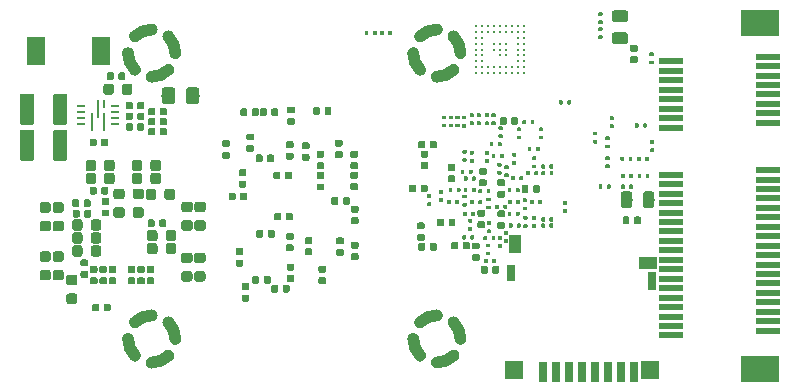
<source format=gbp>
G04 #@! TF.GenerationSoftware,KiCad,Pcbnew,(5.1.2-1)-1*
G04 #@! TF.CreationDate,2019-11-23T20:05:59-08:00*
G04 #@! TF.ProjectId,mxenc,6d78656e-632e-46b6-9963-61645f706362,rev?*
G04 #@! TF.SameCoordinates,Original*
G04 #@! TF.FileFunction,Paste,Bot*
G04 #@! TF.FilePolarity,Positive*
%FSLAX46Y46*%
G04 Gerber Fmt 4.6, Leading zero omitted, Abs format (unit mm)*
G04 Created by KiCad (PCBNEW (5.1.2-1)-1) date 2019-11-23 20:05:59*
%MOMM*%
%LPD*%
G04 APERTURE LIST*
%ADD10C,1.000000*%
%ADD11C,0.100000*%
%ADD12C,0.318000*%
%ADD13R,2.000000X0.600000*%
%ADD14R,3.200000X2.300000*%
%ADD15C,0.875000*%
%ADD16C,0.240000*%
%ADD17C,1.250000*%
%ADD18C,0.590000*%
%ADD19C,0.975000*%
%ADD20R,1.500000X2.400000*%
%ADD21C,1.150000*%
%ADD22R,0.250000X1.500000*%
%ADD23R,0.700000X0.250000*%
%ADD24R,0.250000X0.700000*%
%ADD25R,1.001290X1.501930*%
%ADD26R,1.500010X1.000010*%
%ADD27R,0.800364X1.400640*%
%ADD28R,0.800585X1.501100*%
%ADD29R,1.501800X1.501800*%
%ADD30R,1.500920X1.500920*%
%ADD31R,0.701055X1.752640*%
%ADD32R,0.700710X1.751770*%
%ADD33R,0.700174X1.750430*%
%ADD34R,0.700982X1.752460*%
%ADD35R,0.700871X1.752180*%
%ADD36R,0.700643X1.751610*%
%ADD37R,0.701191X1.752980*%
%ADD38R,0.700176X1.750440*%
G04 APERTURE END LIST*
D10*
X176185786Y-118514214D02*
G75*
G02X175600000Y-117100000I1414214J1414214D01*
G01*
X179014214Y-118514214D02*
G75*
G02X177600000Y-119100000I-1414214J1414214D01*
G01*
X176185786Y-115685786D02*
G75*
G02X177600000Y-115100000I1414214J-1414214D01*
G01*
X179014214Y-115685786D02*
G75*
G02X179600000Y-117100000I-1414214J-1414214D01*
G01*
X152040484Y-118516014D02*
G75*
G02X151454698Y-117101800I1414214J1414214D01*
G01*
X154868912Y-118516014D02*
G75*
G02X153454698Y-119101800I-1414214J1414214D01*
G01*
X152040484Y-115687586D02*
G75*
G02X153454698Y-115101800I1414214J-1414214D01*
G01*
X154868912Y-115687586D02*
G75*
G02X155454698Y-117101800I-1414214J-1414214D01*
G01*
X152041074Y-94315200D02*
G75*
G02X151455288Y-92900986I1414214J1414214D01*
G01*
X154869502Y-94315200D02*
G75*
G02X153455288Y-94900986I-1414214J1414214D01*
G01*
X152041074Y-91486772D02*
G75*
G02X153455288Y-90900986I1414214J-1414214D01*
G01*
X154869502Y-91486772D02*
G75*
G02X155455288Y-92900986I-1414214J-1414214D01*
G01*
X179014214Y-94314214D02*
G75*
G02X177600000Y-94900000I-1414214J1414214D01*
G01*
X179014214Y-91485786D02*
G75*
G02X179600000Y-92900000I-1414214J-1414214D01*
G01*
X176185786Y-91485786D02*
G75*
G02X177600000Y-90900000I1414214J-1414214D01*
G01*
X176185786Y-94314214D02*
G75*
G02X175600000Y-92900000I1414214J1414214D01*
G01*
D11*
G36*
X173732292Y-91020383D02*
G01*
X173740010Y-91021528D01*
X173747578Y-91023423D01*
X173754923Y-91026052D01*
X173761976Y-91029387D01*
X173768668Y-91033398D01*
X173774934Y-91038046D01*
X173780715Y-91043285D01*
X173785954Y-91049066D01*
X173790602Y-91055332D01*
X173794613Y-91062024D01*
X173797948Y-91069077D01*
X173800577Y-91076422D01*
X173802472Y-91083990D01*
X173803617Y-91091708D01*
X173804000Y-91099500D01*
X173804000Y-91300500D01*
X173803617Y-91308292D01*
X173802472Y-91316010D01*
X173800577Y-91323578D01*
X173797948Y-91330923D01*
X173794613Y-91337976D01*
X173790602Y-91344668D01*
X173785954Y-91350934D01*
X173780715Y-91356715D01*
X173774934Y-91361954D01*
X173768668Y-91366602D01*
X173761976Y-91370613D01*
X173754923Y-91373948D01*
X173747578Y-91376577D01*
X173740010Y-91378472D01*
X173732292Y-91379617D01*
X173724500Y-91380000D01*
X173565500Y-91380000D01*
X173557708Y-91379617D01*
X173549990Y-91378472D01*
X173542422Y-91376577D01*
X173535077Y-91373948D01*
X173528024Y-91370613D01*
X173521332Y-91366602D01*
X173515066Y-91361954D01*
X173509285Y-91356715D01*
X173504046Y-91350934D01*
X173499398Y-91344668D01*
X173495387Y-91337976D01*
X173492052Y-91330923D01*
X173489423Y-91323578D01*
X173487528Y-91316010D01*
X173486383Y-91308292D01*
X173486000Y-91300500D01*
X173486000Y-91099500D01*
X173486383Y-91091708D01*
X173487528Y-91083990D01*
X173489423Y-91076422D01*
X173492052Y-91069077D01*
X173495387Y-91062024D01*
X173499398Y-91055332D01*
X173504046Y-91049066D01*
X173509285Y-91043285D01*
X173515066Y-91038046D01*
X173521332Y-91033398D01*
X173528024Y-91029387D01*
X173535077Y-91026052D01*
X173542422Y-91023423D01*
X173549990Y-91021528D01*
X173557708Y-91020383D01*
X173565500Y-91020000D01*
X173724500Y-91020000D01*
X173732292Y-91020383D01*
X173732292Y-91020383D01*
G37*
D12*
X173645000Y-91200000D03*
D11*
G36*
X173042292Y-91020383D02*
G01*
X173050010Y-91021528D01*
X173057578Y-91023423D01*
X173064923Y-91026052D01*
X173071976Y-91029387D01*
X173078668Y-91033398D01*
X173084934Y-91038046D01*
X173090715Y-91043285D01*
X173095954Y-91049066D01*
X173100602Y-91055332D01*
X173104613Y-91062024D01*
X173107948Y-91069077D01*
X173110577Y-91076422D01*
X173112472Y-91083990D01*
X173113617Y-91091708D01*
X173114000Y-91099500D01*
X173114000Y-91300500D01*
X173113617Y-91308292D01*
X173112472Y-91316010D01*
X173110577Y-91323578D01*
X173107948Y-91330923D01*
X173104613Y-91337976D01*
X173100602Y-91344668D01*
X173095954Y-91350934D01*
X173090715Y-91356715D01*
X173084934Y-91361954D01*
X173078668Y-91366602D01*
X173071976Y-91370613D01*
X173064923Y-91373948D01*
X173057578Y-91376577D01*
X173050010Y-91378472D01*
X173042292Y-91379617D01*
X173034500Y-91380000D01*
X172875500Y-91380000D01*
X172867708Y-91379617D01*
X172859990Y-91378472D01*
X172852422Y-91376577D01*
X172845077Y-91373948D01*
X172838024Y-91370613D01*
X172831332Y-91366602D01*
X172825066Y-91361954D01*
X172819285Y-91356715D01*
X172814046Y-91350934D01*
X172809398Y-91344668D01*
X172805387Y-91337976D01*
X172802052Y-91330923D01*
X172799423Y-91323578D01*
X172797528Y-91316010D01*
X172796383Y-91308292D01*
X172796000Y-91300500D01*
X172796000Y-91099500D01*
X172796383Y-91091708D01*
X172797528Y-91083990D01*
X172799423Y-91076422D01*
X172802052Y-91069077D01*
X172805387Y-91062024D01*
X172809398Y-91055332D01*
X172814046Y-91049066D01*
X172819285Y-91043285D01*
X172825066Y-91038046D01*
X172831332Y-91033398D01*
X172838024Y-91029387D01*
X172845077Y-91026052D01*
X172852422Y-91023423D01*
X172859990Y-91021528D01*
X172867708Y-91020383D01*
X172875500Y-91020000D01*
X173034500Y-91020000D01*
X173042292Y-91020383D01*
X173042292Y-91020383D01*
G37*
D12*
X172955000Y-91200000D03*
D11*
G36*
X171742292Y-91020383D02*
G01*
X171750010Y-91021528D01*
X171757578Y-91023423D01*
X171764923Y-91026052D01*
X171771976Y-91029387D01*
X171778668Y-91033398D01*
X171784934Y-91038046D01*
X171790715Y-91043285D01*
X171795954Y-91049066D01*
X171800602Y-91055332D01*
X171804613Y-91062024D01*
X171807948Y-91069077D01*
X171810577Y-91076422D01*
X171812472Y-91083990D01*
X171813617Y-91091708D01*
X171814000Y-91099500D01*
X171814000Y-91300500D01*
X171813617Y-91308292D01*
X171812472Y-91316010D01*
X171810577Y-91323578D01*
X171807948Y-91330923D01*
X171804613Y-91337976D01*
X171800602Y-91344668D01*
X171795954Y-91350934D01*
X171790715Y-91356715D01*
X171784934Y-91361954D01*
X171778668Y-91366602D01*
X171771976Y-91370613D01*
X171764923Y-91373948D01*
X171757578Y-91376577D01*
X171750010Y-91378472D01*
X171742292Y-91379617D01*
X171734500Y-91380000D01*
X171575500Y-91380000D01*
X171567708Y-91379617D01*
X171559990Y-91378472D01*
X171552422Y-91376577D01*
X171545077Y-91373948D01*
X171538024Y-91370613D01*
X171531332Y-91366602D01*
X171525066Y-91361954D01*
X171519285Y-91356715D01*
X171514046Y-91350934D01*
X171509398Y-91344668D01*
X171505387Y-91337976D01*
X171502052Y-91330923D01*
X171499423Y-91323578D01*
X171497528Y-91316010D01*
X171496383Y-91308292D01*
X171496000Y-91300500D01*
X171496000Y-91099500D01*
X171496383Y-91091708D01*
X171497528Y-91083990D01*
X171499423Y-91076422D01*
X171502052Y-91069077D01*
X171505387Y-91062024D01*
X171509398Y-91055332D01*
X171514046Y-91049066D01*
X171519285Y-91043285D01*
X171525066Y-91038046D01*
X171531332Y-91033398D01*
X171538024Y-91029387D01*
X171545077Y-91026052D01*
X171552422Y-91023423D01*
X171559990Y-91021528D01*
X171567708Y-91020383D01*
X171575500Y-91020000D01*
X171734500Y-91020000D01*
X171742292Y-91020383D01*
X171742292Y-91020383D01*
G37*
D12*
X171655000Y-91200000D03*
D11*
G36*
X172432292Y-91020383D02*
G01*
X172440010Y-91021528D01*
X172447578Y-91023423D01*
X172454923Y-91026052D01*
X172461976Y-91029387D01*
X172468668Y-91033398D01*
X172474934Y-91038046D01*
X172480715Y-91043285D01*
X172485954Y-91049066D01*
X172490602Y-91055332D01*
X172494613Y-91062024D01*
X172497948Y-91069077D01*
X172500577Y-91076422D01*
X172502472Y-91083990D01*
X172503617Y-91091708D01*
X172504000Y-91099500D01*
X172504000Y-91300500D01*
X172503617Y-91308292D01*
X172502472Y-91316010D01*
X172500577Y-91323578D01*
X172497948Y-91330923D01*
X172494613Y-91337976D01*
X172490602Y-91344668D01*
X172485954Y-91350934D01*
X172480715Y-91356715D01*
X172474934Y-91361954D01*
X172468668Y-91366602D01*
X172461976Y-91370613D01*
X172454923Y-91373948D01*
X172447578Y-91376577D01*
X172440010Y-91378472D01*
X172432292Y-91379617D01*
X172424500Y-91380000D01*
X172265500Y-91380000D01*
X172257708Y-91379617D01*
X172249990Y-91378472D01*
X172242422Y-91376577D01*
X172235077Y-91373948D01*
X172228024Y-91370613D01*
X172221332Y-91366602D01*
X172215066Y-91361954D01*
X172209285Y-91356715D01*
X172204046Y-91350934D01*
X172199398Y-91344668D01*
X172195387Y-91337976D01*
X172192052Y-91330923D01*
X172189423Y-91323578D01*
X172187528Y-91316010D01*
X172186383Y-91308292D01*
X172186000Y-91300500D01*
X172186000Y-91099500D01*
X172186383Y-91091708D01*
X172187528Y-91083990D01*
X172189423Y-91076422D01*
X172192052Y-91069077D01*
X172195387Y-91062024D01*
X172199398Y-91055332D01*
X172204046Y-91049066D01*
X172209285Y-91043285D01*
X172215066Y-91038046D01*
X172221332Y-91033398D01*
X172228024Y-91029387D01*
X172235077Y-91026052D01*
X172242422Y-91023423D01*
X172249990Y-91021528D01*
X172257708Y-91020383D01*
X172265500Y-91020000D01*
X172424500Y-91020000D01*
X172432292Y-91020383D01*
X172432292Y-91020383D01*
G37*
D12*
X172345000Y-91200000D03*
D11*
G36*
X191108292Y-100236383D02*
G01*
X191116010Y-100237528D01*
X191123578Y-100239423D01*
X191130923Y-100242052D01*
X191137976Y-100245387D01*
X191144668Y-100249398D01*
X191150934Y-100254046D01*
X191156715Y-100259285D01*
X191161954Y-100265066D01*
X191166602Y-100271332D01*
X191170613Y-100278024D01*
X191173948Y-100285077D01*
X191176577Y-100292422D01*
X191178472Y-100299990D01*
X191179617Y-100307708D01*
X191180000Y-100315500D01*
X191180000Y-100474500D01*
X191179617Y-100482292D01*
X191178472Y-100490010D01*
X191176577Y-100497578D01*
X191173948Y-100504923D01*
X191170613Y-100511976D01*
X191166602Y-100518668D01*
X191161954Y-100524934D01*
X191156715Y-100530715D01*
X191150934Y-100535954D01*
X191144668Y-100540602D01*
X191137976Y-100544613D01*
X191130923Y-100547948D01*
X191123578Y-100550577D01*
X191116010Y-100552472D01*
X191108292Y-100553617D01*
X191100500Y-100554000D01*
X190899500Y-100554000D01*
X190891708Y-100553617D01*
X190883990Y-100552472D01*
X190876422Y-100550577D01*
X190869077Y-100547948D01*
X190862024Y-100544613D01*
X190855332Y-100540602D01*
X190849066Y-100535954D01*
X190843285Y-100530715D01*
X190838046Y-100524934D01*
X190833398Y-100518668D01*
X190829387Y-100511976D01*
X190826052Y-100504923D01*
X190823423Y-100497578D01*
X190821528Y-100490010D01*
X190820383Y-100482292D01*
X190820000Y-100474500D01*
X190820000Y-100315500D01*
X190820383Y-100307708D01*
X190821528Y-100299990D01*
X190823423Y-100292422D01*
X190826052Y-100285077D01*
X190829387Y-100278024D01*
X190833398Y-100271332D01*
X190838046Y-100265066D01*
X190843285Y-100259285D01*
X190849066Y-100254046D01*
X190855332Y-100249398D01*
X190862024Y-100245387D01*
X190869077Y-100242052D01*
X190876422Y-100239423D01*
X190883990Y-100237528D01*
X190891708Y-100236383D01*
X190899500Y-100236000D01*
X191100500Y-100236000D01*
X191108292Y-100236383D01*
X191108292Y-100236383D01*
G37*
D12*
X191000000Y-100395000D03*
D11*
G36*
X191108292Y-99546383D02*
G01*
X191116010Y-99547528D01*
X191123578Y-99549423D01*
X191130923Y-99552052D01*
X191137976Y-99555387D01*
X191144668Y-99559398D01*
X191150934Y-99564046D01*
X191156715Y-99569285D01*
X191161954Y-99575066D01*
X191166602Y-99581332D01*
X191170613Y-99588024D01*
X191173948Y-99595077D01*
X191176577Y-99602422D01*
X191178472Y-99609990D01*
X191179617Y-99617708D01*
X191180000Y-99625500D01*
X191180000Y-99784500D01*
X191179617Y-99792292D01*
X191178472Y-99800010D01*
X191176577Y-99807578D01*
X191173948Y-99814923D01*
X191170613Y-99821976D01*
X191166602Y-99828668D01*
X191161954Y-99834934D01*
X191156715Y-99840715D01*
X191150934Y-99845954D01*
X191144668Y-99850602D01*
X191137976Y-99854613D01*
X191130923Y-99857948D01*
X191123578Y-99860577D01*
X191116010Y-99862472D01*
X191108292Y-99863617D01*
X191100500Y-99864000D01*
X190899500Y-99864000D01*
X190891708Y-99863617D01*
X190883990Y-99862472D01*
X190876422Y-99860577D01*
X190869077Y-99857948D01*
X190862024Y-99854613D01*
X190855332Y-99850602D01*
X190849066Y-99845954D01*
X190843285Y-99840715D01*
X190838046Y-99834934D01*
X190833398Y-99828668D01*
X190829387Y-99821976D01*
X190826052Y-99814923D01*
X190823423Y-99807578D01*
X190821528Y-99800010D01*
X190820383Y-99792292D01*
X190820000Y-99784500D01*
X190820000Y-99625500D01*
X190820383Y-99617708D01*
X190821528Y-99609990D01*
X190823423Y-99602422D01*
X190826052Y-99595077D01*
X190829387Y-99588024D01*
X190833398Y-99581332D01*
X190838046Y-99575066D01*
X190843285Y-99569285D01*
X190849066Y-99564046D01*
X190855332Y-99559398D01*
X190862024Y-99555387D01*
X190869077Y-99552052D01*
X190876422Y-99549423D01*
X190883990Y-99547528D01*
X190891708Y-99546383D01*
X190899500Y-99546000D01*
X191100500Y-99546000D01*
X191108292Y-99546383D01*
X191108292Y-99546383D01*
G37*
D12*
X191000000Y-99705000D03*
D11*
G36*
X192158292Y-101626383D02*
G01*
X192166010Y-101627528D01*
X192173578Y-101629423D01*
X192180923Y-101632052D01*
X192187976Y-101635387D01*
X192194668Y-101639398D01*
X192200934Y-101644046D01*
X192206715Y-101649285D01*
X192211954Y-101655066D01*
X192216602Y-101661332D01*
X192220613Y-101668024D01*
X192223948Y-101675077D01*
X192226577Y-101682422D01*
X192228472Y-101689990D01*
X192229617Y-101697708D01*
X192230000Y-101705500D01*
X192230000Y-101864500D01*
X192229617Y-101872292D01*
X192228472Y-101880010D01*
X192226577Y-101887578D01*
X192223948Y-101894923D01*
X192220613Y-101901976D01*
X192216602Y-101908668D01*
X192211954Y-101914934D01*
X192206715Y-101920715D01*
X192200934Y-101925954D01*
X192194668Y-101930602D01*
X192187976Y-101934613D01*
X192180923Y-101937948D01*
X192173578Y-101940577D01*
X192166010Y-101942472D01*
X192158292Y-101943617D01*
X192150500Y-101944000D01*
X191949500Y-101944000D01*
X191941708Y-101943617D01*
X191933990Y-101942472D01*
X191926422Y-101940577D01*
X191919077Y-101937948D01*
X191912024Y-101934613D01*
X191905332Y-101930602D01*
X191899066Y-101925954D01*
X191893285Y-101920715D01*
X191888046Y-101914934D01*
X191883398Y-101908668D01*
X191879387Y-101901976D01*
X191876052Y-101894923D01*
X191873423Y-101887578D01*
X191871528Y-101880010D01*
X191870383Y-101872292D01*
X191870000Y-101864500D01*
X191870000Y-101705500D01*
X191870383Y-101697708D01*
X191871528Y-101689990D01*
X191873423Y-101682422D01*
X191876052Y-101675077D01*
X191879387Y-101668024D01*
X191883398Y-101661332D01*
X191888046Y-101655066D01*
X191893285Y-101649285D01*
X191899066Y-101644046D01*
X191905332Y-101639398D01*
X191912024Y-101635387D01*
X191919077Y-101632052D01*
X191926422Y-101629423D01*
X191933990Y-101627528D01*
X191941708Y-101626383D01*
X191949500Y-101626000D01*
X192150500Y-101626000D01*
X192158292Y-101626383D01*
X192158292Y-101626383D01*
G37*
D12*
X192050000Y-101785000D03*
D11*
G36*
X192158292Y-102316383D02*
G01*
X192166010Y-102317528D01*
X192173578Y-102319423D01*
X192180923Y-102322052D01*
X192187976Y-102325387D01*
X192194668Y-102329398D01*
X192200934Y-102334046D01*
X192206715Y-102339285D01*
X192211954Y-102345066D01*
X192216602Y-102351332D01*
X192220613Y-102358024D01*
X192223948Y-102365077D01*
X192226577Y-102372422D01*
X192228472Y-102379990D01*
X192229617Y-102387708D01*
X192230000Y-102395500D01*
X192230000Y-102554500D01*
X192229617Y-102562292D01*
X192228472Y-102570010D01*
X192226577Y-102577578D01*
X192223948Y-102584923D01*
X192220613Y-102591976D01*
X192216602Y-102598668D01*
X192211954Y-102604934D01*
X192206715Y-102610715D01*
X192200934Y-102615954D01*
X192194668Y-102620602D01*
X192187976Y-102624613D01*
X192180923Y-102627948D01*
X192173578Y-102630577D01*
X192166010Y-102632472D01*
X192158292Y-102633617D01*
X192150500Y-102634000D01*
X191949500Y-102634000D01*
X191941708Y-102633617D01*
X191933990Y-102632472D01*
X191926422Y-102630577D01*
X191919077Y-102627948D01*
X191912024Y-102624613D01*
X191905332Y-102620602D01*
X191899066Y-102615954D01*
X191893285Y-102610715D01*
X191888046Y-102604934D01*
X191883398Y-102598668D01*
X191879387Y-102591976D01*
X191876052Y-102584923D01*
X191873423Y-102577578D01*
X191871528Y-102570010D01*
X191870383Y-102562292D01*
X191870000Y-102554500D01*
X191870000Y-102395500D01*
X191870383Y-102387708D01*
X191871528Y-102379990D01*
X191873423Y-102372422D01*
X191876052Y-102365077D01*
X191879387Y-102358024D01*
X191883398Y-102351332D01*
X191888046Y-102345066D01*
X191893285Y-102339285D01*
X191899066Y-102334046D01*
X191905332Y-102329398D01*
X191912024Y-102325387D01*
X191919077Y-102322052D01*
X191926422Y-102319423D01*
X191933990Y-102317528D01*
X191941708Y-102316383D01*
X191949500Y-102316000D01*
X192150500Y-102316000D01*
X192158292Y-102316383D01*
X192158292Y-102316383D01*
G37*
D12*
X192050000Y-102475000D03*
D13*
X205600000Y-93200000D03*
X197400001Y-93600000D03*
X205599999Y-94000000D03*
X197400001Y-94400000D03*
X205599999Y-94800000D03*
X197400001Y-95200000D03*
X205599999Y-95600000D03*
X197400001Y-96000000D03*
X205599999Y-96400000D03*
X197400001Y-96800000D03*
X205599999Y-97200000D03*
X197400001Y-97600000D03*
X205599999Y-98000000D03*
X197400001Y-98400000D03*
X205599999Y-98800000D03*
X197400001Y-99200000D03*
X205599999Y-102800000D03*
X197400001Y-103200000D03*
X205599999Y-103600000D03*
X197400001Y-104000000D03*
X205599999Y-104400000D03*
X197400001Y-104800000D03*
X205599999Y-105200000D03*
X197400001Y-105600000D03*
X205599999Y-106000000D03*
X197400001Y-106400000D03*
X205599999Y-106800000D03*
X197400001Y-107200000D03*
X205599999Y-107600000D03*
X197400001Y-108000000D03*
X205599999Y-108400000D03*
X197400001Y-108800000D03*
X205599999Y-109200000D03*
X197400001Y-109600000D03*
X205599999Y-110000000D03*
X197400001Y-110400000D03*
X205599999Y-110800000D03*
X197400001Y-111200000D03*
X205599999Y-111600000D03*
X197400001Y-112000000D03*
X205599999Y-112400000D03*
X197400001Y-112800000D03*
X205599999Y-113200000D03*
X197400001Y-113600000D03*
X205600000Y-114000000D03*
X197400001Y-114400000D03*
X205599999Y-114800000D03*
X197400001Y-115200000D03*
X205599999Y-115600000D03*
X197400001Y-116000000D03*
X205599999Y-116400000D03*
X197400001Y-116800000D03*
D14*
X205000000Y-90350000D03*
X205000000Y-119650000D03*
D11*
G36*
X150052691Y-95476053D02*
G01*
X150073926Y-95479203D01*
X150094750Y-95484419D01*
X150114962Y-95491651D01*
X150134368Y-95500830D01*
X150152781Y-95511866D01*
X150170024Y-95524654D01*
X150185930Y-95539070D01*
X150200346Y-95554976D01*
X150213134Y-95572219D01*
X150224170Y-95590632D01*
X150233349Y-95610038D01*
X150240581Y-95630250D01*
X150245797Y-95651074D01*
X150248947Y-95672309D01*
X150250000Y-95693750D01*
X150250000Y-96206250D01*
X150248947Y-96227691D01*
X150245797Y-96248926D01*
X150240581Y-96269750D01*
X150233349Y-96289962D01*
X150224170Y-96309368D01*
X150213134Y-96327781D01*
X150200346Y-96345024D01*
X150185930Y-96360930D01*
X150170024Y-96375346D01*
X150152781Y-96388134D01*
X150134368Y-96399170D01*
X150114962Y-96408349D01*
X150094750Y-96415581D01*
X150073926Y-96420797D01*
X150052691Y-96423947D01*
X150031250Y-96425000D01*
X149593750Y-96425000D01*
X149572309Y-96423947D01*
X149551074Y-96420797D01*
X149530250Y-96415581D01*
X149510038Y-96408349D01*
X149490632Y-96399170D01*
X149472219Y-96388134D01*
X149454976Y-96375346D01*
X149439070Y-96360930D01*
X149424654Y-96345024D01*
X149411866Y-96327781D01*
X149400830Y-96309368D01*
X149391651Y-96289962D01*
X149384419Y-96269750D01*
X149379203Y-96248926D01*
X149376053Y-96227691D01*
X149375000Y-96206250D01*
X149375000Y-95693750D01*
X149376053Y-95672309D01*
X149379203Y-95651074D01*
X149384419Y-95630250D01*
X149391651Y-95610038D01*
X149400830Y-95590632D01*
X149411866Y-95572219D01*
X149424654Y-95554976D01*
X149439070Y-95539070D01*
X149454976Y-95524654D01*
X149472219Y-95511866D01*
X149490632Y-95500830D01*
X149510038Y-95491651D01*
X149530250Y-95484419D01*
X149551074Y-95479203D01*
X149572309Y-95476053D01*
X149593750Y-95475000D01*
X150031250Y-95475000D01*
X150052691Y-95476053D01*
X150052691Y-95476053D01*
G37*
D15*
X149812500Y-95950000D03*
D11*
G36*
X151627691Y-95476053D02*
G01*
X151648926Y-95479203D01*
X151669750Y-95484419D01*
X151689962Y-95491651D01*
X151709368Y-95500830D01*
X151727781Y-95511866D01*
X151745024Y-95524654D01*
X151760930Y-95539070D01*
X151775346Y-95554976D01*
X151788134Y-95572219D01*
X151799170Y-95590632D01*
X151808349Y-95610038D01*
X151815581Y-95630250D01*
X151820797Y-95651074D01*
X151823947Y-95672309D01*
X151825000Y-95693750D01*
X151825000Y-96206250D01*
X151823947Y-96227691D01*
X151820797Y-96248926D01*
X151815581Y-96269750D01*
X151808349Y-96289962D01*
X151799170Y-96309368D01*
X151788134Y-96327781D01*
X151775346Y-96345024D01*
X151760930Y-96360930D01*
X151745024Y-96375346D01*
X151727781Y-96388134D01*
X151709368Y-96399170D01*
X151689962Y-96408349D01*
X151669750Y-96415581D01*
X151648926Y-96420797D01*
X151627691Y-96423947D01*
X151606250Y-96425000D01*
X151168750Y-96425000D01*
X151147309Y-96423947D01*
X151126074Y-96420797D01*
X151105250Y-96415581D01*
X151085038Y-96408349D01*
X151065632Y-96399170D01*
X151047219Y-96388134D01*
X151029976Y-96375346D01*
X151014070Y-96360930D01*
X150999654Y-96345024D01*
X150986866Y-96327781D01*
X150975830Y-96309368D01*
X150966651Y-96289962D01*
X150959419Y-96269750D01*
X150954203Y-96248926D01*
X150951053Y-96227691D01*
X150950000Y-96206250D01*
X150950000Y-95693750D01*
X150951053Y-95672309D01*
X150954203Y-95651074D01*
X150959419Y-95630250D01*
X150966651Y-95610038D01*
X150975830Y-95590632D01*
X150986866Y-95572219D01*
X150999654Y-95554976D01*
X151014070Y-95539070D01*
X151029976Y-95524654D01*
X151047219Y-95511866D01*
X151065632Y-95500830D01*
X151085038Y-95491651D01*
X151105250Y-95484419D01*
X151126074Y-95479203D01*
X151147309Y-95476053D01*
X151168750Y-95475000D01*
X151606250Y-95475000D01*
X151627691Y-95476053D01*
X151627691Y-95476053D01*
G37*
D15*
X151387500Y-95950000D03*
D11*
G36*
X188583292Y-106111383D02*
G01*
X188591010Y-106112528D01*
X188598578Y-106114423D01*
X188605923Y-106117052D01*
X188612976Y-106120387D01*
X188619668Y-106124398D01*
X188625934Y-106129046D01*
X188631715Y-106134285D01*
X188636954Y-106140066D01*
X188641602Y-106146332D01*
X188645613Y-106153024D01*
X188648948Y-106160077D01*
X188651577Y-106167422D01*
X188653472Y-106174990D01*
X188654617Y-106182708D01*
X188655000Y-106190500D01*
X188655000Y-106349500D01*
X188654617Y-106357292D01*
X188653472Y-106365010D01*
X188651577Y-106372578D01*
X188648948Y-106379923D01*
X188645613Y-106386976D01*
X188641602Y-106393668D01*
X188636954Y-106399934D01*
X188631715Y-106405715D01*
X188625934Y-106410954D01*
X188619668Y-106415602D01*
X188612976Y-106419613D01*
X188605923Y-106422948D01*
X188598578Y-106425577D01*
X188591010Y-106427472D01*
X188583292Y-106428617D01*
X188575500Y-106429000D01*
X188374500Y-106429000D01*
X188366708Y-106428617D01*
X188358990Y-106427472D01*
X188351422Y-106425577D01*
X188344077Y-106422948D01*
X188337024Y-106419613D01*
X188330332Y-106415602D01*
X188324066Y-106410954D01*
X188318285Y-106405715D01*
X188313046Y-106399934D01*
X188308398Y-106393668D01*
X188304387Y-106386976D01*
X188301052Y-106379923D01*
X188298423Y-106372578D01*
X188296528Y-106365010D01*
X188295383Y-106357292D01*
X188295000Y-106349500D01*
X188295000Y-106190500D01*
X188295383Y-106182708D01*
X188296528Y-106174990D01*
X188298423Y-106167422D01*
X188301052Y-106160077D01*
X188304387Y-106153024D01*
X188308398Y-106146332D01*
X188313046Y-106140066D01*
X188318285Y-106134285D01*
X188324066Y-106129046D01*
X188330332Y-106124398D01*
X188337024Y-106120387D01*
X188344077Y-106117052D01*
X188351422Y-106114423D01*
X188358990Y-106112528D01*
X188366708Y-106111383D01*
X188374500Y-106111000D01*
X188575500Y-106111000D01*
X188583292Y-106111383D01*
X188583292Y-106111383D01*
G37*
D12*
X188475000Y-106270000D03*
D11*
G36*
X188583292Y-105421383D02*
G01*
X188591010Y-105422528D01*
X188598578Y-105424423D01*
X188605923Y-105427052D01*
X188612976Y-105430387D01*
X188619668Y-105434398D01*
X188625934Y-105439046D01*
X188631715Y-105444285D01*
X188636954Y-105450066D01*
X188641602Y-105456332D01*
X188645613Y-105463024D01*
X188648948Y-105470077D01*
X188651577Y-105477422D01*
X188653472Y-105484990D01*
X188654617Y-105492708D01*
X188655000Y-105500500D01*
X188655000Y-105659500D01*
X188654617Y-105667292D01*
X188653472Y-105675010D01*
X188651577Y-105682578D01*
X188648948Y-105689923D01*
X188645613Y-105696976D01*
X188641602Y-105703668D01*
X188636954Y-105709934D01*
X188631715Y-105715715D01*
X188625934Y-105720954D01*
X188619668Y-105725602D01*
X188612976Y-105729613D01*
X188605923Y-105732948D01*
X188598578Y-105735577D01*
X188591010Y-105737472D01*
X188583292Y-105738617D01*
X188575500Y-105739000D01*
X188374500Y-105739000D01*
X188366708Y-105738617D01*
X188358990Y-105737472D01*
X188351422Y-105735577D01*
X188344077Y-105732948D01*
X188337024Y-105729613D01*
X188330332Y-105725602D01*
X188324066Y-105720954D01*
X188318285Y-105715715D01*
X188313046Y-105709934D01*
X188308398Y-105703668D01*
X188304387Y-105696976D01*
X188301052Y-105689923D01*
X188298423Y-105682578D01*
X188296528Y-105675010D01*
X188295383Y-105667292D01*
X188295000Y-105659500D01*
X188295000Y-105500500D01*
X188295383Y-105492708D01*
X188296528Y-105484990D01*
X188298423Y-105477422D01*
X188301052Y-105470077D01*
X188304387Y-105463024D01*
X188308398Y-105456332D01*
X188313046Y-105450066D01*
X188318285Y-105444285D01*
X188324066Y-105439046D01*
X188330332Y-105434398D01*
X188337024Y-105430387D01*
X188344077Y-105427052D01*
X188351422Y-105424423D01*
X188358990Y-105422528D01*
X188366708Y-105421383D01*
X188374500Y-105421000D01*
X188575500Y-105421000D01*
X188583292Y-105421383D01*
X188583292Y-105421383D01*
G37*
D12*
X188475000Y-105580000D03*
D11*
G36*
X188882292Y-96895383D02*
G01*
X188890010Y-96896528D01*
X188897578Y-96898423D01*
X188904923Y-96901052D01*
X188911976Y-96904387D01*
X188918668Y-96908398D01*
X188924934Y-96913046D01*
X188930715Y-96918285D01*
X188935954Y-96924066D01*
X188940602Y-96930332D01*
X188944613Y-96937024D01*
X188947948Y-96944077D01*
X188950577Y-96951422D01*
X188952472Y-96958990D01*
X188953617Y-96966708D01*
X188954000Y-96974500D01*
X188954000Y-97175500D01*
X188953617Y-97183292D01*
X188952472Y-97191010D01*
X188950577Y-97198578D01*
X188947948Y-97205923D01*
X188944613Y-97212976D01*
X188940602Y-97219668D01*
X188935954Y-97225934D01*
X188930715Y-97231715D01*
X188924934Y-97236954D01*
X188918668Y-97241602D01*
X188911976Y-97245613D01*
X188904923Y-97248948D01*
X188897578Y-97251577D01*
X188890010Y-97253472D01*
X188882292Y-97254617D01*
X188874500Y-97255000D01*
X188715500Y-97255000D01*
X188707708Y-97254617D01*
X188699990Y-97253472D01*
X188692422Y-97251577D01*
X188685077Y-97248948D01*
X188678024Y-97245613D01*
X188671332Y-97241602D01*
X188665066Y-97236954D01*
X188659285Y-97231715D01*
X188654046Y-97225934D01*
X188649398Y-97219668D01*
X188645387Y-97212976D01*
X188642052Y-97205923D01*
X188639423Y-97198578D01*
X188637528Y-97191010D01*
X188636383Y-97183292D01*
X188636000Y-97175500D01*
X188636000Y-96974500D01*
X188636383Y-96966708D01*
X188637528Y-96958990D01*
X188639423Y-96951422D01*
X188642052Y-96944077D01*
X188645387Y-96937024D01*
X188649398Y-96930332D01*
X188654046Y-96924066D01*
X188659285Y-96918285D01*
X188665066Y-96913046D01*
X188671332Y-96908398D01*
X188678024Y-96904387D01*
X188685077Y-96901052D01*
X188692422Y-96898423D01*
X188699990Y-96896528D01*
X188707708Y-96895383D01*
X188715500Y-96895000D01*
X188874500Y-96895000D01*
X188882292Y-96895383D01*
X188882292Y-96895383D01*
G37*
D12*
X188795000Y-97075000D03*
D11*
G36*
X188192292Y-96895383D02*
G01*
X188200010Y-96896528D01*
X188207578Y-96898423D01*
X188214923Y-96901052D01*
X188221976Y-96904387D01*
X188228668Y-96908398D01*
X188234934Y-96913046D01*
X188240715Y-96918285D01*
X188245954Y-96924066D01*
X188250602Y-96930332D01*
X188254613Y-96937024D01*
X188257948Y-96944077D01*
X188260577Y-96951422D01*
X188262472Y-96958990D01*
X188263617Y-96966708D01*
X188264000Y-96974500D01*
X188264000Y-97175500D01*
X188263617Y-97183292D01*
X188262472Y-97191010D01*
X188260577Y-97198578D01*
X188257948Y-97205923D01*
X188254613Y-97212976D01*
X188250602Y-97219668D01*
X188245954Y-97225934D01*
X188240715Y-97231715D01*
X188234934Y-97236954D01*
X188228668Y-97241602D01*
X188221976Y-97245613D01*
X188214923Y-97248948D01*
X188207578Y-97251577D01*
X188200010Y-97253472D01*
X188192292Y-97254617D01*
X188184500Y-97255000D01*
X188025500Y-97255000D01*
X188017708Y-97254617D01*
X188009990Y-97253472D01*
X188002422Y-97251577D01*
X187995077Y-97248948D01*
X187988024Y-97245613D01*
X187981332Y-97241602D01*
X187975066Y-97236954D01*
X187969285Y-97231715D01*
X187964046Y-97225934D01*
X187959398Y-97219668D01*
X187955387Y-97212976D01*
X187952052Y-97205923D01*
X187949423Y-97198578D01*
X187947528Y-97191010D01*
X187946383Y-97183292D01*
X187946000Y-97175500D01*
X187946000Y-96974500D01*
X187946383Y-96966708D01*
X187947528Y-96958990D01*
X187949423Y-96951422D01*
X187952052Y-96944077D01*
X187955387Y-96937024D01*
X187959398Y-96930332D01*
X187964046Y-96924066D01*
X187969285Y-96918285D01*
X187975066Y-96913046D01*
X187981332Y-96908398D01*
X187988024Y-96904387D01*
X187995077Y-96901052D01*
X188002422Y-96898423D01*
X188009990Y-96896528D01*
X188017708Y-96895383D01*
X188025500Y-96895000D01*
X188184500Y-96895000D01*
X188192292Y-96895383D01*
X188192292Y-96895383D01*
G37*
D12*
X188105000Y-97075000D03*
D16*
X184950000Y-90600000D03*
X184450000Y-90600000D03*
X183950000Y-90600000D03*
X183450000Y-90600000D03*
X182950000Y-90600000D03*
X182450000Y-90600000D03*
X181950000Y-90600000D03*
X181450000Y-90600000D03*
X180950000Y-90600000D03*
X184950000Y-91100000D03*
X184950000Y-91600000D03*
X184950000Y-92100000D03*
X184950000Y-92600000D03*
X184950000Y-93100000D03*
X184950000Y-93600000D03*
X184450000Y-91100000D03*
X184450000Y-91600000D03*
X184450000Y-92100000D03*
X184450000Y-92600000D03*
X184450000Y-93100000D03*
X184450000Y-93600000D03*
X183950000Y-91100000D03*
X183450000Y-91100000D03*
X183450000Y-92100000D03*
X183450000Y-92600000D03*
X183450000Y-93100000D03*
X182950000Y-91100000D03*
X182950000Y-92100000D03*
X182950000Y-92600000D03*
X182950000Y-93100000D03*
X182450000Y-91100000D03*
X182450000Y-92100000D03*
X182450000Y-92600000D03*
X181950000Y-91100000D03*
X181450000Y-91100000D03*
X181450000Y-91600000D03*
X181450000Y-92100000D03*
X181450000Y-92600000D03*
X181450000Y-93100000D03*
X181450000Y-93600000D03*
X180950000Y-91100000D03*
X180950000Y-91600000D03*
X180950000Y-92100000D03*
X180950000Y-92600000D03*
X180950000Y-93100000D03*
X180950000Y-93600000D03*
X184950000Y-94100000D03*
X184450000Y-94100000D03*
X183950000Y-94100000D03*
X183450000Y-94100000D03*
X182950000Y-94100000D03*
X182450000Y-94100000D03*
X181950000Y-94100000D03*
X181450000Y-94100000D03*
X180950000Y-94100000D03*
X184950000Y-94600000D03*
X184450000Y-94600000D03*
X183950000Y-94600000D03*
X183450000Y-94600000D03*
X182950000Y-94600000D03*
X182450000Y-94600000D03*
X181950000Y-94600000D03*
X181450000Y-94600000D03*
X180950000Y-94600000D03*
D11*
G36*
X186508292Y-99196383D02*
G01*
X186516010Y-99197528D01*
X186523578Y-99199423D01*
X186530923Y-99202052D01*
X186537976Y-99205387D01*
X186544668Y-99209398D01*
X186550934Y-99214046D01*
X186556715Y-99219285D01*
X186561954Y-99225066D01*
X186566602Y-99231332D01*
X186570613Y-99238024D01*
X186573948Y-99245077D01*
X186576577Y-99252422D01*
X186578472Y-99259990D01*
X186579617Y-99267708D01*
X186580000Y-99275500D01*
X186580000Y-99434500D01*
X186579617Y-99442292D01*
X186578472Y-99450010D01*
X186576577Y-99457578D01*
X186573948Y-99464923D01*
X186570613Y-99471976D01*
X186566602Y-99478668D01*
X186561954Y-99484934D01*
X186556715Y-99490715D01*
X186550934Y-99495954D01*
X186544668Y-99500602D01*
X186537976Y-99504613D01*
X186530923Y-99507948D01*
X186523578Y-99510577D01*
X186516010Y-99512472D01*
X186508292Y-99513617D01*
X186500500Y-99514000D01*
X186299500Y-99514000D01*
X186291708Y-99513617D01*
X186283990Y-99512472D01*
X186276422Y-99510577D01*
X186269077Y-99507948D01*
X186262024Y-99504613D01*
X186255332Y-99500602D01*
X186249066Y-99495954D01*
X186243285Y-99490715D01*
X186238046Y-99484934D01*
X186233398Y-99478668D01*
X186229387Y-99471976D01*
X186226052Y-99464923D01*
X186223423Y-99457578D01*
X186221528Y-99450010D01*
X186220383Y-99442292D01*
X186220000Y-99434500D01*
X186220000Y-99275500D01*
X186220383Y-99267708D01*
X186221528Y-99259990D01*
X186223423Y-99252422D01*
X186226052Y-99245077D01*
X186229387Y-99238024D01*
X186233398Y-99231332D01*
X186238046Y-99225066D01*
X186243285Y-99219285D01*
X186249066Y-99214046D01*
X186255332Y-99209398D01*
X186262024Y-99205387D01*
X186269077Y-99202052D01*
X186276422Y-99199423D01*
X186283990Y-99197528D01*
X186291708Y-99196383D01*
X186299500Y-99196000D01*
X186500500Y-99196000D01*
X186508292Y-99196383D01*
X186508292Y-99196383D01*
G37*
D12*
X186400000Y-99355000D03*
D11*
G36*
X186508292Y-99886383D02*
G01*
X186516010Y-99887528D01*
X186523578Y-99889423D01*
X186530923Y-99892052D01*
X186537976Y-99895387D01*
X186544668Y-99899398D01*
X186550934Y-99904046D01*
X186556715Y-99909285D01*
X186561954Y-99915066D01*
X186566602Y-99921332D01*
X186570613Y-99928024D01*
X186573948Y-99935077D01*
X186576577Y-99942422D01*
X186578472Y-99949990D01*
X186579617Y-99957708D01*
X186580000Y-99965500D01*
X186580000Y-100124500D01*
X186579617Y-100132292D01*
X186578472Y-100140010D01*
X186576577Y-100147578D01*
X186573948Y-100154923D01*
X186570613Y-100161976D01*
X186566602Y-100168668D01*
X186561954Y-100174934D01*
X186556715Y-100180715D01*
X186550934Y-100185954D01*
X186544668Y-100190602D01*
X186537976Y-100194613D01*
X186530923Y-100197948D01*
X186523578Y-100200577D01*
X186516010Y-100202472D01*
X186508292Y-100203617D01*
X186500500Y-100204000D01*
X186299500Y-100204000D01*
X186291708Y-100203617D01*
X186283990Y-100202472D01*
X186276422Y-100200577D01*
X186269077Y-100197948D01*
X186262024Y-100194613D01*
X186255332Y-100190602D01*
X186249066Y-100185954D01*
X186243285Y-100180715D01*
X186238046Y-100174934D01*
X186233398Y-100168668D01*
X186229387Y-100161976D01*
X186226052Y-100154923D01*
X186223423Y-100147578D01*
X186221528Y-100140010D01*
X186220383Y-100132292D01*
X186220000Y-100124500D01*
X186220000Y-99965500D01*
X186220383Y-99957708D01*
X186221528Y-99949990D01*
X186223423Y-99942422D01*
X186226052Y-99935077D01*
X186229387Y-99928024D01*
X186233398Y-99921332D01*
X186238046Y-99915066D01*
X186243285Y-99909285D01*
X186249066Y-99904046D01*
X186255332Y-99899398D01*
X186262024Y-99895387D01*
X186269077Y-99892052D01*
X186276422Y-99889423D01*
X186283990Y-99887528D01*
X186291708Y-99886383D01*
X186299500Y-99886000D01*
X186500500Y-99886000D01*
X186508292Y-99886383D01*
X186508292Y-99886383D01*
G37*
D12*
X186400000Y-100045000D03*
D11*
G36*
X184658292Y-99196383D02*
G01*
X184666010Y-99197528D01*
X184673578Y-99199423D01*
X184680923Y-99202052D01*
X184687976Y-99205387D01*
X184694668Y-99209398D01*
X184700934Y-99214046D01*
X184706715Y-99219285D01*
X184711954Y-99225066D01*
X184716602Y-99231332D01*
X184720613Y-99238024D01*
X184723948Y-99245077D01*
X184726577Y-99252422D01*
X184728472Y-99259990D01*
X184729617Y-99267708D01*
X184730000Y-99275500D01*
X184730000Y-99434500D01*
X184729617Y-99442292D01*
X184728472Y-99450010D01*
X184726577Y-99457578D01*
X184723948Y-99464923D01*
X184720613Y-99471976D01*
X184716602Y-99478668D01*
X184711954Y-99484934D01*
X184706715Y-99490715D01*
X184700934Y-99495954D01*
X184694668Y-99500602D01*
X184687976Y-99504613D01*
X184680923Y-99507948D01*
X184673578Y-99510577D01*
X184666010Y-99512472D01*
X184658292Y-99513617D01*
X184650500Y-99514000D01*
X184449500Y-99514000D01*
X184441708Y-99513617D01*
X184433990Y-99512472D01*
X184426422Y-99510577D01*
X184419077Y-99507948D01*
X184412024Y-99504613D01*
X184405332Y-99500602D01*
X184399066Y-99495954D01*
X184393285Y-99490715D01*
X184388046Y-99484934D01*
X184383398Y-99478668D01*
X184379387Y-99471976D01*
X184376052Y-99464923D01*
X184373423Y-99457578D01*
X184371528Y-99450010D01*
X184370383Y-99442292D01*
X184370000Y-99434500D01*
X184370000Y-99275500D01*
X184370383Y-99267708D01*
X184371528Y-99259990D01*
X184373423Y-99252422D01*
X184376052Y-99245077D01*
X184379387Y-99238024D01*
X184383398Y-99231332D01*
X184388046Y-99225066D01*
X184393285Y-99219285D01*
X184399066Y-99214046D01*
X184405332Y-99209398D01*
X184412024Y-99205387D01*
X184419077Y-99202052D01*
X184426422Y-99199423D01*
X184433990Y-99197528D01*
X184441708Y-99196383D01*
X184449500Y-99196000D01*
X184650500Y-99196000D01*
X184658292Y-99196383D01*
X184658292Y-99196383D01*
G37*
D12*
X184550000Y-99355000D03*
D11*
G36*
X184658292Y-99886383D02*
G01*
X184666010Y-99887528D01*
X184673578Y-99889423D01*
X184680923Y-99892052D01*
X184687976Y-99895387D01*
X184694668Y-99899398D01*
X184700934Y-99904046D01*
X184706715Y-99909285D01*
X184711954Y-99915066D01*
X184716602Y-99921332D01*
X184720613Y-99928024D01*
X184723948Y-99935077D01*
X184726577Y-99942422D01*
X184728472Y-99949990D01*
X184729617Y-99957708D01*
X184730000Y-99965500D01*
X184730000Y-100124500D01*
X184729617Y-100132292D01*
X184728472Y-100140010D01*
X184726577Y-100147578D01*
X184723948Y-100154923D01*
X184720613Y-100161976D01*
X184716602Y-100168668D01*
X184711954Y-100174934D01*
X184706715Y-100180715D01*
X184700934Y-100185954D01*
X184694668Y-100190602D01*
X184687976Y-100194613D01*
X184680923Y-100197948D01*
X184673578Y-100200577D01*
X184666010Y-100202472D01*
X184658292Y-100203617D01*
X184650500Y-100204000D01*
X184449500Y-100204000D01*
X184441708Y-100203617D01*
X184433990Y-100202472D01*
X184426422Y-100200577D01*
X184419077Y-100197948D01*
X184412024Y-100194613D01*
X184405332Y-100190602D01*
X184399066Y-100185954D01*
X184393285Y-100180715D01*
X184388046Y-100174934D01*
X184383398Y-100168668D01*
X184379387Y-100161976D01*
X184376052Y-100154923D01*
X184373423Y-100147578D01*
X184371528Y-100140010D01*
X184370383Y-100132292D01*
X184370000Y-100124500D01*
X184370000Y-99965500D01*
X184370383Y-99957708D01*
X184371528Y-99949990D01*
X184373423Y-99942422D01*
X184376052Y-99935077D01*
X184379387Y-99928024D01*
X184383398Y-99921332D01*
X184388046Y-99915066D01*
X184393285Y-99909285D01*
X184399066Y-99904046D01*
X184405332Y-99899398D01*
X184412024Y-99895387D01*
X184419077Y-99892052D01*
X184426422Y-99889423D01*
X184433990Y-99887528D01*
X184441708Y-99886383D01*
X184449500Y-99886000D01*
X184650500Y-99886000D01*
X184658292Y-99886383D01*
X184658292Y-99886383D01*
G37*
D12*
X184550000Y-100045000D03*
D11*
G36*
X194792292Y-101670383D02*
G01*
X194800010Y-101671528D01*
X194807578Y-101673423D01*
X194814923Y-101676052D01*
X194821976Y-101679387D01*
X194828668Y-101683398D01*
X194834934Y-101688046D01*
X194840715Y-101693285D01*
X194845954Y-101699066D01*
X194850602Y-101705332D01*
X194854613Y-101712024D01*
X194857948Y-101719077D01*
X194860577Y-101726422D01*
X194862472Y-101733990D01*
X194863617Y-101741708D01*
X194864000Y-101749500D01*
X194864000Y-101950500D01*
X194863617Y-101958292D01*
X194862472Y-101966010D01*
X194860577Y-101973578D01*
X194857948Y-101980923D01*
X194854613Y-101987976D01*
X194850602Y-101994668D01*
X194845954Y-102000934D01*
X194840715Y-102006715D01*
X194834934Y-102011954D01*
X194828668Y-102016602D01*
X194821976Y-102020613D01*
X194814923Y-102023948D01*
X194807578Y-102026577D01*
X194800010Y-102028472D01*
X194792292Y-102029617D01*
X194784500Y-102030000D01*
X194625500Y-102030000D01*
X194617708Y-102029617D01*
X194609990Y-102028472D01*
X194602422Y-102026577D01*
X194595077Y-102023948D01*
X194588024Y-102020613D01*
X194581332Y-102016602D01*
X194575066Y-102011954D01*
X194569285Y-102006715D01*
X194564046Y-102000934D01*
X194559398Y-101994668D01*
X194555387Y-101987976D01*
X194552052Y-101980923D01*
X194549423Y-101973578D01*
X194547528Y-101966010D01*
X194546383Y-101958292D01*
X194546000Y-101950500D01*
X194546000Y-101749500D01*
X194546383Y-101741708D01*
X194547528Y-101733990D01*
X194549423Y-101726422D01*
X194552052Y-101719077D01*
X194555387Y-101712024D01*
X194559398Y-101705332D01*
X194564046Y-101699066D01*
X194569285Y-101693285D01*
X194575066Y-101688046D01*
X194581332Y-101683398D01*
X194588024Y-101679387D01*
X194595077Y-101676052D01*
X194602422Y-101673423D01*
X194609990Y-101671528D01*
X194617708Y-101670383D01*
X194625500Y-101670000D01*
X194784500Y-101670000D01*
X194792292Y-101670383D01*
X194792292Y-101670383D01*
G37*
D12*
X194705000Y-101850000D03*
D11*
G36*
X195482292Y-101670383D02*
G01*
X195490010Y-101671528D01*
X195497578Y-101673423D01*
X195504923Y-101676052D01*
X195511976Y-101679387D01*
X195518668Y-101683398D01*
X195524934Y-101688046D01*
X195530715Y-101693285D01*
X195535954Y-101699066D01*
X195540602Y-101705332D01*
X195544613Y-101712024D01*
X195547948Y-101719077D01*
X195550577Y-101726422D01*
X195552472Y-101733990D01*
X195553617Y-101741708D01*
X195554000Y-101749500D01*
X195554000Y-101950500D01*
X195553617Y-101958292D01*
X195552472Y-101966010D01*
X195550577Y-101973578D01*
X195547948Y-101980923D01*
X195544613Y-101987976D01*
X195540602Y-101994668D01*
X195535954Y-102000934D01*
X195530715Y-102006715D01*
X195524934Y-102011954D01*
X195518668Y-102016602D01*
X195511976Y-102020613D01*
X195504923Y-102023948D01*
X195497578Y-102026577D01*
X195490010Y-102028472D01*
X195482292Y-102029617D01*
X195474500Y-102030000D01*
X195315500Y-102030000D01*
X195307708Y-102029617D01*
X195299990Y-102028472D01*
X195292422Y-102026577D01*
X195285077Y-102023948D01*
X195278024Y-102020613D01*
X195271332Y-102016602D01*
X195265066Y-102011954D01*
X195259285Y-102006715D01*
X195254046Y-102000934D01*
X195249398Y-101994668D01*
X195245387Y-101987976D01*
X195242052Y-101980923D01*
X195239423Y-101973578D01*
X195237528Y-101966010D01*
X195236383Y-101958292D01*
X195236000Y-101950500D01*
X195236000Y-101749500D01*
X195236383Y-101741708D01*
X195237528Y-101733990D01*
X195239423Y-101726422D01*
X195242052Y-101719077D01*
X195245387Y-101712024D01*
X195249398Y-101705332D01*
X195254046Y-101699066D01*
X195259285Y-101693285D01*
X195265066Y-101688046D01*
X195271332Y-101683398D01*
X195278024Y-101679387D01*
X195285077Y-101676052D01*
X195292422Y-101673423D01*
X195299990Y-101671528D01*
X195307708Y-101670383D01*
X195315500Y-101670000D01*
X195474500Y-101670000D01*
X195482292Y-101670383D01*
X195482292Y-101670383D01*
G37*
D12*
X195395000Y-101850000D03*
D11*
G36*
X193392292Y-101670383D02*
G01*
X193400010Y-101671528D01*
X193407578Y-101673423D01*
X193414923Y-101676052D01*
X193421976Y-101679387D01*
X193428668Y-101683398D01*
X193434934Y-101688046D01*
X193440715Y-101693285D01*
X193445954Y-101699066D01*
X193450602Y-101705332D01*
X193454613Y-101712024D01*
X193457948Y-101719077D01*
X193460577Y-101726422D01*
X193462472Y-101733990D01*
X193463617Y-101741708D01*
X193464000Y-101749500D01*
X193464000Y-101950500D01*
X193463617Y-101958292D01*
X193462472Y-101966010D01*
X193460577Y-101973578D01*
X193457948Y-101980923D01*
X193454613Y-101987976D01*
X193450602Y-101994668D01*
X193445954Y-102000934D01*
X193440715Y-102006715D01*
X193434934Y-102011954D01*
X193428668Y-102016602D01*
X193421976Y-102020613D01*
X193414923Y-102023948D01*
X193407578Y-102026577D01*
X193400010Y-102028472D01*
X193392292Y-102029617D01*
X193384500Y-102030000D01*
X193225500Y-102030000D01*
X193217708Y-102029617D01*
X193209990Y-102028472D01*
X193202422Y-102026577D01*
X193195077Y-102023948D01*
X193188024Y-102020613D01*
X193181332Y-102016602D01*
X193175066Y-102011954D01*
X193169285Y-102006715D01*
X193164046Y-102000934D01*
X193159398Y-101994668D01*
X193155387Y-101987976D01*
X193152052Y-101980923D01*
X193149423Y-101973578D01*
X193147528Y-101966010D01*
X193146383Y-101958292D01*
X193146000Y-101950500D01*
X193146000Y-101749500D01*
X193146383Y-101741708D01*
X193147528Y-101733990D01*
X193149423Y-101726422D01*
X193152052Y-101719077D01*
X193155387Y-101712024D01*
X193159398Y-101705332D01*
X193164046Y-101699066D01*
X193169285Y-101693285D01*
X193175066Y-101688046D01*
X193181332Y-101683398D01*
X193188024Y-101679387D01*
X193195077Y-101676052D01*
X193202422Y-101673423D01*
X193209990Y-101671528D01*
X193217708Y-101670383D01*
X193225500Y-101670000D01*
X193384500Y-101670000D01*
X193392292Y-101670383D01*
X193392292Y-101670383D01*
G37*
D12*
X193305000Y-101850000D03*
D11*
G36*
X194082292Y-101670383D02*
G01*
X194090010Y-101671528D01*
X194097578Y-101673423D01*
X194104923Y-101676052D01*
X194111976Y-101679387D01*
X194118668Y-101683398D01*
X194124934Y-101688046D01*
X194130715Y-101693285D01*
X194135954Y-101699066D01*
X194140602Y-101705332D01*
X194144613Y-101712024D01*
X194147948Y-101719077D01*
X194150577Y-101726422D01*
X194152472Y-101733990D01*
X194153617Y-101741708D01*
X194154000Y-101749500D01*
X194154000Y-101950500D01*
X194153617Y-101958292D01*
X194152472Y-101966010D01*
X194150577Y-101973578D01*
X194147948Y-101980923D01*
X194144613Y-101987976D01*
X194140602Y-101994668D01*
X194135954Y-102000934D01*
X194130715Y-102006715D01*
X194124934Y-102011954D01*
X194118668Y-102016602D01*
X194111976Y-102020613D01*
X194104923Y-102023948D01*
X194097578Y-102026577D01*
X194090010Y-102028472D01*
X194082292Y-102029617D01*
X194074500Y-102030000D01*
X193915500Y-102030000D01*
X193907708Y-102029617D01*
X193899990Y-102028472D01*
X193892422Y-102026577D01*
X193885077Y-102023948D01*
X193878024Y-102020613D01*
X193871332Y-102016602D01*
X193865066Y-102011954D01*
X193859285Y-102006715D01*
X193854046Y-102000934D01*
X193849398Y-101994668D01*
X193845387Y-101987976D01*
X193842052Y-101980923D01*
X193839423Y-101973578D01*
X193837528Y-101966010D01*
X193836383Y-101958292D01*
X193836000Y-101950500D01*
X193836000Y-101749500D01*
X193836383Y-101741708D01*
X193837528Y-101733990D01*
X193839423Y-101726422D01*
X193842052Y-101719077D01*
X193845387Y-101712024D01*
X193849398Y-101705332D01*
X193854046Y-101699066D01*
X193859285Y-101693285D01*
X193865066Y-101688046D01*
X193871332Y-101683398D01*
X193878024Y-101679387D01*
X193885077Y-101676052D01*
X193892422Y-101673423D01*
X193899990Y-101671528D01*
X193907708Y-101670383D01*
X193915500Y-101670000D01*
X194074500Y-101670000D01*
X194082292Y-101670383D01*
X194082292Y-101670383D01*
G37*
D12*
X193995000Y-101850000D03*
D11*
G36*
X181958292Y-98686383D02*
G01*
X181966010Y-98687528D01*
X181973578Y-98689423D01*
X181980923Y-98692052D01*
X181987976Y-98695387D01*
X181994668Y-98699398D01*
X182000934Y-98704046D01*
X182006715Y-98709285D01*
X182011954Y-98715066D01*
X182016602Y-98721332D01*
X182020613Y-98728024D01*
X182023948Y-98735077D01*
X182026577Y-98742422D01*
X182028472Y-98749990D01*
X182029617Y-98757708D01*
X182030000Y-98765500D01*
X182030000Y-98924500D01*
X182029617Y-98932292D01*
X182028472Y-98940010D01*
X182026577Y-98947578D01*
X182023948Y-98954923D01*
X182020613Y-98961976D01*
X182016602Y-98968668D01*
X182011954Y-98974934D01*
X182006715Y-98980715D01*
X182000934Y-98985954D01*
X181994668Y-98990602D01*
X181987976Y-98994613D01*
X181980923Y-98997948D01*
X181973578Y-99000577D01*
X181966010Y-99002472D01*
X181958292Y-99003617D01*
X181950500Y-99004000D01*
X181749500Y-99004000D01*
X181741708Y-99003617D01*
X181733990Y-99002472D01*
X181726422Y-99000577D01*
X181719077Y-98997948D01*
X181712024Y-98994613D01*
X181705332Y-98990602D01*
X181699066Y-98985954D01*
X181693285Y-98980715D01*
X181688046Y-98974934D01*
X181683398Y-98968668D01*
X181679387Y-98961976D01*
X181676052Y-98954923D01*
X181673423Y-98947578D01*
X181671528Y-98940010D01*
X181670383Y-98932292D01*
X181670000Y-98924500D01*
X181670000Y-98765500D01*
X181670383Y-98757708D01*
X181671528Y-98749990D01*
X181673423Y-98742422D01*
X181676052Y-98735077D01*
X181679387Y-98728024D01*
X181683398Y-98721332D01*
X181688046Y-98715066D01*
X181693285Y-98709285D01*
X181699066Y-98704046D01*
X181705332Y-98699398D01*
X181712024Y-98695387D01*
X181719077Y-98692052D01*
X181726422Y-98689423D01*
X181733990Y-98687528D01*
X181741708Y-98686383D01*
X181749500Y-98686000D01*
X181950500Y-98686000D01*
X181958292Y-98686383D01*
X181958292Y-98686383D01*
G37*
D12*
X181850000Y-98845000D03*
D11*
G36*
X181958292Y-97996383D02*
G01*
X181966010Y-97997528D01*
X181973578Y-97999423D01*
X181980923Y-98002052D01*
X181987976Y-98005387D01*
X181994668Y-98009398D01*
X182000934Y-98014046D01*
X182006715Y-98019285D01*
X182011954Y-98025066D01*
X182016602Y-98031332D01*
X182020613Y-98038024D01*
X182023948Y-98045077D01*
X182026577Y-98052422D01*
X182028472Y-98059990D01*
X182029617Y-98067708D01*
X182030000Y-98075500D01*
X182030000Y-98234500D01*
X182029617Y-98242292D01*
X182028472Y-98250010D01*
X182026577Y-98257578D01*
X182023948Y-98264923D01*
X182020613Y-98271976D01*
X182016602Y-98278668D01*
X182011954Y-98284934D01*
X182006715Y-98290715D01*
X182000934Y-98295954D01*
X181994668Y-98300602D01*
X181987976Y-98304613D01*
X181980923Y-98307948D01*
X181973578Y-98310577D01*
X181966010Y-98312472D01*
X181958292Y-98313617D01*
X181950500Y-98314000D01*
X181749500Y-98314000D01*
X181741708Y-98313617D01*
X181733990Y-98312472D01*
X181726422Y-98310577D01*
X181719077Y-98307948D01*
X181712024Y-98304613D01*
X181705332Y-98300602D01*
X181699066Y-98295954D01*
X181693285Y-98290715D01*
X181688046Y-98284934D01*
X181683398Y-98278668D01*
X181679387Y-98271976D01*
X181676052Y-98264923D01*
X181673423Y-98257578D01*
X181671528Y-98250010D01*
X181670383Y-98242292D01*
X181670000Y-98234500D01*
X181670000Y-98075500D01*
X181670383Y-98067708D01*
X181671528Y-98059990D01*
X181673423Y-98052422D01*
X181676052Y-98045077D01*
X181679387Y-98038024D01*
X181683398Y-98031332D01*
X181688046Y-98025066D01*
X181693285Y-98019285D01*
X181699066Y-98014046D01*
X181705332Y-98009398D01*
X181712024Y-98005387D01*
X181719077Y-98002052D01*
X181726422Y-97999423D01*
X181733990Y-97997528D01*
X181741708Y-97996383D01*
X181749500Y-97996000D01*
X181950500Y-97996000D01*
X181958292Y-97996383D01*
X181958292Y-97996383D01*
G37*
D12*
X181850000Y-98155000D03*
D11*
G36*
X180658292Y-97996383D02*
G01*
X180666010Y-97997528D01*
X180673578Y-97999423D01*
X180680923Y-98002052D01*
X180687976Y-98005387D01*
X180694668Y-98009398D01*
X180700934Y-98014046D01*
X180706715Y-98019285D01*
X180711954Y-98025066D01*
X180716602Y-98031332D01*
X180720613Y-98038024D01*
X180723948Y-98045077D01*
X180726577Y-98052422D01*
X180728472Y-98059990D01*
X180729617Y-98067708D01*
X180730000Y-98075500D01*
X180730000Y-98234500D01*
X180729617Y-98242292D01*
X180728472Y-98250010D01*
X180726577Y-98257578D01*
X180723948Y-98264923D01*
X180720613Y-98271976D01*
X180716602Y-98278668D01*
X180711954Y-98284934D01*
X180706715Y-98290715D01*
X180700934Y-98295954D01*
X180694668Y-98300602D01*
X180687976Y-98304613D01*
X180680923Y-98307948D01*
X180673578Y-98310577D01*
X180666010Y-98312472D01*
X180658292Y-98313617D01*
X180650500Y-98314000D01*
X180449500Y-98314000D01*
X180441708Y-98313617D01*
X180433990Y-98312472D01*
X180426422Y-98310577D01*
X180419077Y-98307948D01*
X180412024Y-98304613D01*
X180405332Y-98300602D01*
X180399066Y-98295954D01*
X180393285Y-98290715D01*
X180388046Y-98284934D01*
X180383398Y-98278668D01*
X180379387Y-98271976D01*
X180376052Y-98264923D01*
X180373423Y-98257578D01*
X180371528Y-98250010D01*
X180370383Y-98242292D01*
X180370000Y-98234500D01*
X180370000Y-98075500D01*
X180370383Y-98067708D01*
X180371528Y-98059990D01*
X180373423Y-98052422D01*
X180376052Y-98045077D01*
X180379387Y-98038024D01*
X180383398Y-98031332D01*
X180388046Y-98025066D01*
X180393285Y-98019285D01*
X180399066Y-98014046D01*
X180405332Y-98009398D01*
X180412024Y-98005387D01*
X180419077Y-98002052D01*
X180426422Y-97999423D01*
X180433990Y-97997528D01*
X180441708Y-97996383D01*
X180449500Y-97996000D01*
X180650500Y-97996000D01*
X180658292Y-97996383D01*
X180658292Y-97996383D01*
G37*
D12*
X180550000Y-98155000D03*
D11*
G36*
X180658292Y-98686383D02*
G01*
X180666010Y-98687528D01*
X180673578Y-98689423D01*
X180680923Y-98692052D01*
X180687976Y-98695387D01*
X180694668Y-98699398D01*
X180700934Y-98704046D01*
X180706715Y-98709285D01*
X180711954Y-98715066D01*
X180716602Y-98721332D01*
X180720613Y-98728024D01*
X180723948Y-98735077D01*
X180726577Y-98742422D01*
X180728472Y-98749990D01*
X180729617Y-98757708D01*
X180730000Y-98765500D01*
X180730000Y-98924500D01*
X180729617Y-98932292D01*
X180728472Y-98940010D01*
X180726577Y-98947578D01*
X180723948Y-98954923D01*
X180720613Y-98961976D01*
X180716602Y-98968668D01*
X180711954Y-98974934D01*
X180706715Y-98980715D01*
X180700934Y-98985954D01*
X180694668Y-98990602D01*
X180687976Y-98994613D01*
X180680923Y-98997948D01*
X180673578Y-99000577D01*
X180666010Y-99002472D01*
X180658292Y-99003617D01*
X180650500Y-99004000D01*
X180449500Y-99004000D01*
X180441708Y-99003617D01*
X180433990Y-99002472D01*
X180426422Y-99000577D01*
X180419077Y-98997948D01*
X180412024Y-98994613D01*
X180405332Y-98990602D01*
X180399066Y-98985954D01*
X180393285Y-98980715D01*
X180388046Y-98974934D01*
X180383398Y-98968668D01*
X180379387Y-98961976D01*
X180376052Y-98954923D01*
X180373423Y-98947578D01*
X180371528Y-98940010D01*
X180370383Y-98932292D01*
X180370000Y-98924500D01*
X180370000Y-98765500D01*
X180370383Y-98757708D01*
X180371528Y-98749990D01*
X180373423Y-98742422D01*
X180376052Y-98735077D01*
X180379387Y-98728024D01*
X180383398Y-98721332D01*
X180388046Y-98715066D01*
X180393285Y-98709285D01*
X180399066Y-98704046D01*
X180405332Y-98699398D01*
X180412024Y-98695387D01*
X180419077Y-98692052D01*
X180426422Y-98689423D01*
X180433990Y-98687528D01*
X180441708Y-98686383D01*
X180449500Y-98686000D01*
X180650500Y-98686000D01*
X180658292Y-98686383D01*
X180658292Y-98686383D01*
G37*
D12*
X180550000Y-98845000D03*
D11*
G36*
X178308292Y-98876383D02*
G01*
X178316010Y-98877528D01*
X178323578Y-98879423D01*
X178330923Y-98882052D01*
X178337976Y-98885387D01*
X178344668Y-98889398D01*
X178350934Y-98894046D01*
X178356715Y-98899285D01*
X178361954Y-98905066D01*
X178366602Y-98911332D01*
X178370613Y-98918024D01*
X178373948Y-98925077D01*
X178376577Y-98932422D01*
X178378472Y-98939990D01*
X178379617Y-98947708D01*
X178380000Y-98955500D01*
X178380000Y-99114500D01*
X178379617Y-99122292D01*
X178378472Y-99130010D01*
X178376577Y-99137578D01*
X178373948Y-99144923D01*
X178370613Y-99151976D01*
X178366602Y-99158668D01*
X178361954Y-99164934D01*
X178356715Y-99170715D01*
X178350934Y-99175954D01*
X178344668Y-99180602D01*
X178337976Y-99184613D01*
X178330923Y-99187948D01*
X178323578Y-99190577D01*
X178316010Y-99192472D01*
X178308292Y-99193617D01*
X178300500Y-99194000D01*
X178099500Y-99194000D01*
X178091708Y-99193617D01*
X178083990Y-99192472D01*
X178076422Y-99190577D01*
X178069077Y-99187948D01*
X178062024Y-99184613D01*
X178055332Y-99180602D01*
X178049066Y-99175954D01*
X178043285Y-99170715D01*
X178038046Y-99164934D01*
X178033398Y-99158668D01*
X178029387Y-99151976D01*
X178026052Y-99144923D01*
X178023423Y-99137578D01*
X178021528Y-99130010D01*
X178020383Y-99122292D01*
X178020000Y-99114500D01*
X178020000Y-98955500D01*
X178020383Y-98947708D01*
X178021528Y-98939990D01*
X178023423Y-98932422D01*
X178026052Y-98925077D01*
X178029387Y-98918024D01*
X178033398Y-98911332D01*
X178038046Y-98905066D01*
X178043285Y-98899285D01*
X178049066Y-98894046D01*
X178055332Y-98889398D01*
X178062024Y-98885387D01*
X178069077Y-98882052D01*
X178076422Y-98879423D01*
X178083990Y-98877528D01*
X178091708Y-98876383D01*
X178099500Y-98876000D01*
X178300500Y-98876000D01*
X178308292Y-98876383D01*
X178308292Y-98876383D01*
G37*
D12*
X178200000Y-99035000D03*
D11*
G36*
X178308292Y-98186383D02*
G01*
X178316010Y-98187528D01*
X178323578Y-98189423D01*
X178330923Y-98192052D01*
X178337976Y-98195387D01*
X178344668Y-98199398D01*
X178350934Y-98204046D01*
X178356715Y-98209285D01*
X178361954Y-98215066D01*
X178366602Y-98221332D01*
X178370613Y-98228024D01*
X178373948Y-98235077D01*
X178376577Y-98242422D01*
X178378472Y-98249990D01*
X178379617Y-98257708D01*
X178380000Y-98265500D01*
X178380000Y-98424500D01*
X178379617Y-98432292D01*
X178378472Y-98440010D01*
X178376577Y-98447578D01*
X178373948Y-98454923D01*
X178370613Y-98461976D01*
X178366602Y-98468668D01*
X178361954Y-98474934D01*
X178356715Y-98480715D01*
X178350934Y-98485954D01*
X178344668Y-98490602D01*
X178337976Y-98494613D01*
X178330923Y-98497948D01*
X178323578Y-98500577D01*
X178316010Y-98502472D01*
X178308292Y-98503617D01*
X178300500Y-98504000D01*
X178099500Y-98504000D01*
X178091708Y-98503617D01*
X178083990Y-98502472D01*
X178076422Y-98500577D01*
X178069077Y-98497948D01*
X178062024Y-98494613D01*
X178055332Y-98490602D01*
X178049066Y-98485954D01*
X178043285Y-98480715D01*
X178038046Y-98474934D01*
X178033398Y-98468668D01*
X178029387Y-98461976D01*
X178026052Y-98454923D01*
X178023423Y-98447578D01*
X178021528Y-98440010D01*
X178020383Y-98432292D01*
X178020000Y-98424500D01*
X178020000Y-98265500D01*
X178020383Y-98257708D01*
X178021528Y-98249990D01*
X178023423Y-98242422D01*
X178026052Y-98235077D01*
X178029387Y-98228024D01*
X178033398Y-98221332D01*
X178038046Y-98215066D01*
X178043285Y-98209285D01*
X178049066Y-98204046D01*
X178055332Y-98199398D01*
X178062024Y-98195387D01*
X178069077Y-98192052D01*
X178076422Y-98189423D01*
X178083990Y-98187528D01*
X178091708Y-98186383D01*
X178099500Y-98186000D01*
X178300500Y-98186000D01*
X178308292Y-98186383D01*
X178308292Y-98186383D01*
G37*
D12*
X178200000Y-98345000D03*
D11*
G36*
X178908292Y-98876383D02*
G01*
X178916010Y-98877528D01*
X178923578Y-98879423D01*
X178930923Y-98882052D01*
X178937976Y-98885387D01*
X178944668Y-98889398D01*
X178950934Y-98894046D01*
X178956715Y-98899285D01*
X178961954Y-98905066D01*
X178966602Y-98911332D01*
X178970613Y-98918024D01*
X178973948Y-98925077D01*
X178976577Y-98932422D01*
X178978472Y-98939990D01*
X178979617Y-98947708D01*
X178980000Y-98955500D01*
X178980000Y-99114500D01*
X178979617Y-99122292D01*
X178978472Y-99130010D01*
X178976577Y-99137578D01*
X178973948Y-99144923D01*
X178970613Y-99151976D01*
X178966602Y-99158668D01*
X178961954Y-99164934D01*
X178956715Y-99170715D01*
X178950934Y-99175954D01*
X178944668Y-99180602D01*
X178937976Y-99184613D01*
X178930923Y-99187948D01*
X178923578Y-99190577D01*
X178916010Y-99192472D01*
X178908292Y-99193617D01*
X178900500Y-99194000D01*
X178699500Y-99194000D01*
X178691708Y-99193617D01*
X178683990Y-99192472D01*
X178676422Y-99190577D01*
X178669077Y-99187948D01*
X178662024Y-99184613D01*
X178655332Y-99180602D01*
X178649066Y-99175954D01*
X178643285Y-99170715D01*
X178638046Y-99164934D01*
X178633398Y-99158668D01*
X178629387Y-99151976D01*
X178626052Y-99144923D01*
X178623423Y-99137578D01*
X178621528Y-99130010D01*
X178620383Y-99122292D01*
X178620000Y-99114500D01*
X178620000Y-98955500D01*
X178620383Y-98947708D01*
X178621528Y-98939990D01*
X178623423Y-98932422D01*
X178626052Y-98925077D01*
X178629387Y-98918024D01*
X178633398Y-98911332D01*
X178638046Y-98905066D01*
X178643285Y-98899285D01*
X178649066Y-98894046D01*
X178655332Y-98889398D01*
X178662024Y-98885387D01*
X178669077Y-98882052D01*
X178676422Y-98879423D01*
X178683990Y-98877528D01*
X178691708Y-98876383D01*
X178699500Y-98876000D01*
X178900500Y-98876000D01*
X178908292Y-98876383D01*
X178908292Y-98876383D01*
G37*
D12*
X178800000Y-99035000D03*
D11*
G36*
X178908292Y-98186383D02*
G01*
X178916010Y-98187528D01*
X178923578Y-98189423D01*
X178930923Y-98192052D01*
X178937976Y-98195387D01*
X178944668Y-98199398D01*
X178950934Y-98204046D01*
X178956715Y-98209285D01*
X178961954Y-98215066D01*
X178966602Y-98221332D01*
X178970613Y-98228024D01*
X178973948Y-98235077D01*
X178976577Y-98242422D01*
X178978472Y-98249990D01*
X178979617Y-98257708D01*
X178980000Y-98265500D01*
X178980000Y-98424500D01*
X178979617Y-98432292D01*
X178978472Y-98440010D01*
X178976577Y-98447578D01*
X178973948Y-98454923D01*
X178970613Y-98461976D01*
X178966602Y-98468668D01*
X178961954Y-98474934D01*
X178956715Y-98480715D01*
X178950934Y-98485954D01*
X178944668Y-98490602D01*
X178937976Y-98494613D01*
X178930923Y-98497948D01*
X178923578Y-98500577D01*
X178916010Y-98502472D01*
X178908292Y-98503617D01*
X178900500Y-98504000D01*
X178699500Y-98504000D01*
X178691708Y-98503617D01*
X178683990Y-98502472D01*
X178676422Y-98500577D01*
X178669077Y-98497948D01*
X178662024Y-98494613D01*
X178655332Y-98490602D01*
X178649066Y-98485954D01*
X178643285Y-98480715D01*
X178638046Y-98474934D01*
X178633398Y-98468668D01*
X178629387Y-98461976D01*
X178626052Y-98454923D01*
X178623423Y-98447578D01*
X178621528Y-98440010D01*
X178620383Y-98432292D01*
X178620000Y-98424500D01*
X178620000Y-98265500D01*
X178620383Y-98257708D01*
X178621528Y-98249990D01*
X178623423Y-98242422D01*
X178626052Y-98235077D01*
X178629387Y-98228024D01*
X178633398Y-98221332D01*
X178638046Y-98215066D01*
X178643285Y-98209285D01*
X178649066Y-98204046D01*
X178655332Y-98199398D01*
X178662024Y-98195387D01*
X178669077Y-98192052D01*
X178676422Y-98189423D01*
X178683990Y-98187528D01*
X178691708Y-98186383D01*
X178699500Y-98186000D01*
X178900500Y-98186000D01*
X178908292Y-98186383D01*
X178908292Y-98186383D01*
G37*
D12*
X178800000Y-98345000D03*
D11*
G36*
X181258292Y-98686383D02*
G01*
X181266010Y-98687528D01*
X181273578Y-98689423D01*
X181280923Y-98692052D01*
X181287976Y-98695387D01*
X181294668Y-98699398D01*
X181300934Y-98704046D01*
X181306715Y-98709285D01*
X181311954Y-98715066D01*
X181316602Y-98721332D01*
X181320613Y-98728024D01*
X181323948Y-98735077D01*
X181326577Y-98742422D01*
X181328472Y-98749990D01*
X181329617Y-98757708D01*
X181330000Y-98765500D01*
X181330000Y-98924500D01*
X181329617Y-98932292D01*
X181328472Y-98940010D01*
X181326577Y-98947578D01*
X181323948Y-98954923D01*
X181320613Y-98961976D01*
X181316602Y-98968668D01*
X181311954Y-98974934D01*
X181306715Y-98980715D01*
X181300934Y-98985954D01*
X181294668Y-98990602D01*
X181287976Y-98994613D01*
X181280923Y-98997948D01*
X181273578Y-99000577D01*
X181266010Y-99002472D01*
X181258292Y-99003617D01*
X181250500Y-99004000D01*
X181049500Y-99004000D01*
X181041708Y-99003617D01*
X181033990Y-99002472D01*
X181026422Y-99000577D01*
X181019077Y-98997948D01*
X181012024Y-98994613D01*
X181005332Y-98990602D01*
X180999066Y-98985954D01*
X180993285Y-98980715D01*
X180988046Y-98974934D01*
X180983398Y-98968668D01*
X180979387Y-98961976D01*
X180976052Y-98954923D01*
X180973423Y-98947578D01*
X180971528Y-98940010D01*
X180970383Y-98932292D01*
X180970000Y-98924500D01*
X180970000Y-98765500D01*
X180970383Y-98757708D01*
X180971528Y-98749990D01*
X180973423Y-98742422D01*
X180976052Y-98735077D01*
X180979387Y-98728024D01*
X180983398Y-98721332D01*
X180988046Y-98715066D01*
X180993285Y-98709285D01*
X180999066Y-98704046D01*
X181005332Y-98699398D01*
X181012024Y-98695387D01*
X181019077Y-98692052D01*
X181026422Y-98689423D01*
X181033990Y-98687528D01*
X181041708Y-98686383D01*
X181049500Y-98686000D01*
X181250500Y-98686000D01*
X181258292Y-98686383D01*
X181258292Y-98686383D01*
G37*
D12*
X181150000Y-98845000D03*
D11*
G36*
X181258292Y-97996383D02*
G01*
X181266010Y-97997528D01*
X181273578Y-97999423D01*
X181280923Y-98002052D01*
X181287976Y-98005387D01*
X181294668Y-98009398D01*
X181300934Y-98014046D01*
X181306715Y-98019285D01*
X181311954Y-98025066D01*
X181316602Y-98031332D01*
X181320613Y-98038024D01*
X181323948Y-98045077D01*
X181326577Y-98052422D01*
X181328472Y-98059990D01*
X181329617Y-98067708D01*
X181330000Y-98075500D01*
X181330000Y-98234500D01*
X181329617Y-98242292D01*
X181328472Y-98250010D01*
X181326577Y-98257578D01*
X181323948Y-98264923D01*
X181320613Y-98271976D01*
X181316602Y-98278668D01*
X181311954Y-98284934D01*
X181306715Y-98290715D01*
X181300934Y-98295954D01*
X181294668Y-98300602D01*
X181287976Y-98304613D01*
X181280923Y-98307948D01*
X181273578Y-98310577D01*
X181266010Y-98312472D01*
X181258292Y-98313617D01*
X181250500Y-98314000D01*
X181049500Y-98314000D01*
X181041708Y-98313617D01*
X181033990Y-98312472D01*
X181026422Y-98310577D01*
X181019077Y-98307948D01*
X181012024Y-98304613D01*
X181005332Y-98300602D01*
X180999066Y-98295954D01*
X180993285Y-98290715D01*
X180988046Y-98284934D01*
X180983398Y-98278668D01*
X180979387Y-98271976D01*
X180976052Y-98264923D01*
X180973423Y-98257578D01*
X180971528Y-98250010D01*
X180970383Y-98242292D01*
X180970000Y-98234500D01*
X180970000Y-98075500D01*
X180970383Y-98067708D01*
X180971528Y-98059990D01*
X180973423Y-98052422D01*
X180976052Y-98045077D01*
X180979387Y-98038024D01*
X180983398Y-98031332D01*
X180988046Y-98025066D01*
X180993285Y-98019285D01*
X180999066Y-98014046D01*
X181005332Y-98009398D01*
X181012024Y-98005387D01*
X181019077Y-98002052D01*
X181026422Y-97999423D01*
X181033990Y-97997528D01*
X181041708Y-97996383D01*
X181049500Y-97996000D01*
X181250500Y-97996000D01*
X181258292Y-97996383D01*
X181258292Y-97996383D01*
G37*
D12*
X181150000Y-98155000D03*
D11*
G36*
X182508292Y-98686383D02*
G01*
X182516010Y-98687528D01*
X182523578Y-98689423D01*
X182530923Y-98692052D01*
X182537976Y-98695387D01*
X182544668Y-98699398D01*
X182550934Y-98704046D01*
X182556715Y-98709285D01*
X182561954Y-98715066D01*
X182566602Y-98721332D01*
X182570613Y-98728024D01*
X182573948Y-98735077D01*
X182576577Y-98742422D01*
X182578472Y-98749990D01*
X182579617Y-98757708D01*
X182580000Y-98765500D01*
X182580000Y-98924500D01*
X182579617Y-98932292D01*
X182578472Y-98940010D01*
X182576577Y-98947578D01*
X182573948Y-98954923D01*
X182570613Y-98961976D01*
X182566602Y-98968668D01*
X182561954Y-98974934D01*
X182556715Y-98980715D01*
X182550934Y-98985954D01*
X182544668Y-98990602D01*
X182537976Y-98994613D01*
X182530923Y-98997948D01*
X182523578Y-99000577D01*
X182516010Y-99002472D01*
X182508292Y-99003617D01*
X182500500Y-99004000D01*
X182299500Y-99004000D01*
X182291708Y-99003617D01*
X182283990Y-99002472D01*
X182276422Y-99000577D01*
X182269077Y-98997948D01*
X182262024Y-98994613D01*
X182255332Y-98990602D01*
X182249066Y-98985954D01*
X182243285Y-98980715D01*
X182238046Y-98974934D01*
X182233398Y-98968668D01*
X182229387Y-98961976D01*
X182226052Y-98954923D01*
X182223423Y-98947578D01*
X182221528Y-98940010D01*
X182220383Y-98932292D01*
X182220000Y-98924500D01*
X182220000Y-98765500D01*
X182220383Y-98757708D01*
X182221528Y-98749990D01*
X182223423Y-98742422D01*
X182226052Y-98735077D01*
X182229387Y-98728024D01*
X182233398Y-98721332D01*
X182238046Y-98715066D01*
X182243285Y-98709285D01*
X182249066Y-98704046D01*
X182255332Y-98699398D01*
X182262024Y-98695387D01*
X182269077Y-98692052D01*
X182276422Y-98689423D01*
X182283990Y-98687528D01*
X182291708Y-98686383D01*
X182299500Y-98686000D01*
X182500500Y-98686000D01*
X182508292Y-98686383D01*
X182508292Y-98686383D01*
G37*
D12*
X182400000Y-98845000D03*
D11*
G36*
X182508292Y-97996383D02*
G01*
X182516010Y-97997528D01*
X182523578Y-97999423D01*
X182530923Y-98002052D01*
X182537976Y-98005387D01*
X182544668Y-98009398D01*
X182550934Y-98014046D01*
X182556715Y-98019285D01*
X182561954Y-98025066D01*
X182566602Y-98031332D01*
X182570613Y-98038024D01*
X182573948Y-98045077D01*
X182576577Y-98052422D01*
X182578472Y-98059990D01*
X182579617Y-98067708D01*
X182580000Y-98075500D01*
X182580000Y-98234500D01*
X182579617Y-98242292D01*
X182578472Y-98250010D01*
X182576577Y-98257578D01*
X182573948Y-98264923D01*
X182570613Y-98271976D01*
X182566602Y-98278668D01*
X182561954Y-98284934D01*
X182556715Y-98290715D01*
X182550934Y-98295954D01*
X182544668Y-98300602D01*
X182537976Y-98304613D01*
X182530923Y-98307948D01*
X182523578Y-98310577D01*
X182516010Y-98312472D01*
X182508292Y-98313617D01*
X182500500Y-98314000D01*
X182299500Y-98314000D01*
X182291708Y-98313617D01*
X182283990Y-98312472D01*
X182276422Y-98310577D01*
X182269077Y-98307948D01*
X182262024Y-98304613D01*
X182255332Y-98300602D01*
X182249066Y-98295954D01*
X182243285Y-98290715D01*
X182238046Y-98284934D01*
X182233398Y-98278668D01*
X182229387Y-98271976D01*
X182226052Y-98264923D01*
X182223423Y-98257578D01*
X182221528Y-98250010D01*
X182220383Y-98242292D01*
X182220000Y-98234500D01*
X182220000Y-98075500D01*
X182220383Y-98067708D01*
X182221528Y-98059990D01*
X182223423Y-98052422D01*
X182226052Y-98045077D01*
X182229387Y-98038024D01*
X182233398Y-98031332D01*
X182238046Y-98025066D01*
X182243285Y-98019285D01*
X182249066Y-98014046D01*
X182255332Y-98009398D01*
X182262024Y-98005387D01*
X182269077Y-98002052D01*
X182276422Y-97999423D01*
X182283990Y-97997528D01*
X182291708Y-97996383D01*
X182299500Y-97996000D01*
X182500500Y-97996000D01*
X182508292Y-97996383D01*
X182508292Y-97996383D01*
G37*
D12*
X182400000Y-98155000D03*
D11*
G36*
X179458292Y-98876383D02*
G01*
X179466010Y-98877528D01*
X179473578Y-98879423D01*
X179480923Y-98882052D01*
X179487976Y-98885387D01*
X179494668Y-98889398D01*
X179500934Y-98894046D01*
X179506715Y-98899285D01*
X179511954Y-98905066D01*
X179516602Y-98911332D01*
X179520613Y-98918024D01*
X179523948Y-98925077D01*
X179526577Y-98932422D01*
X179528472Y-98939990D01*
X179529617Y-98947708D01*
X179530000Y-98955500D01*
X179530000Y-99114500D01*
X179529617Y-99122292D01*
X179528472Y-99130010D01*
X179526577Y-99137578D01*
X179523948Y-99144923D01*
X179520613Y-99151976D01*
X179516602Y-99158668D01*
X179511954Y-99164934D01*
X179506715Y-99170715D01*
X179500934Y-99175954D01*
X179494668Y-99180602D01*
X179487976Y-99184613D01*
X179480923Y-99187948D01*
X179473578Y-99190577D01*
X179466010Y-99192472D01*
X179458292Y-99193617D01*
X179450500Y-99194000D01*
X179249500Y-99194000D01*
X179241708Y-99193617D01*
X179233990Y-99192472D01*
X179226422Y-99190577D01*
X179219077Y-99187948D01*
X179212024Y-99184613D01*
X179205332Y-99180602D01*
X179199066Y-99175954D01*
X179193285Y-99170715D01*
X179188046Y-99164934D01*
X179183398Y-99158668D01*
X179179387Y-99151976D01*
X179176052Y-99144923D01*
X179173423Y-99137578D01*
X179171528Y-99130010D01*
X179170383Y-99122292D01*
X179170000Y-99114500D01*
X179170000Y-98955500D01*
X179170383Y-98947708D01*
X179171528Y-98939990D01*
X179173423Y-98932422D01*
X179176052Y-98925077D01*
X179179387Y-98918024D01*
X179183398Y-98911332D01*
X179188046Y-98905066D01*
X179193285Y-98899285D01*
X179199066Y-98894046D01*
X179205332Y-98889398D01*
X179212024Y-98885387D01*
X179219077Y-98882052D01*
X179226422Y-98879423D01*
X179233990Y-98877528D01*
X179241708Y-98876383D01*
X179249500Y-98876000D01*
X179450500Y-98876000D01*
X179458292Y-98876383D01*
X179458292Y-98876383D01*
G37*
D12*
X179350000Y-99035000D03*
D11*
G36*
X179458292Y-98186383D02*
G01*
X179466010Y-98187528D01*
X179473578Y-98189423D01*
X179480923Y-98192052D01*
X179487976Y-98195387D01*
X179494668Y-98199398D01*
X179500934Y-98204046D01*
X179506715Y-98209285D01*
X179511954Y-98215066D01*
X179516602Y-98221332D01*
X179520613Y-98228024D01*
X179523948Y-98235077D01*
X179526577Y-98242422D01*
X179528472Y-98249990D01*
X179529617Y-98257708D01*
X179530000Y-98265500D01*
X179530000Y-98424500D01*
X179529617Y-98432292D01*
X179528472Y-98440010D01*
X179526577Y-98447578D01*
X179523948Y-98454923D01*
X179520613Y-98461976D01*
X179516602Y-98468668D01*
X179511954Y-98474934D01*
X179506715Y-98480715D01*
X179500934Y-98485954D01*
X179494668Y-98490602D01*
X179487976Y-98494613D01*
X179480923Y-98497948D01*
X179473578Y-98500577D01*
X179466010Y-98502472D01*
X179458292Y-98503617D01*
X179450500Y-98504000D01*
X179249500Y-98504000D01*
X179241708Y-98503617D01*
X179233990Y-98502472D01*
X179226422Y-98500577D01*
X179219077Y-98497948D01*
X179212024Y-98494613D01*
X179205332Y-98490602D01*
X179199066Y-98485954D01*
X179193285Y-98480715D01*
X179188046Y-98474934D01*
X179183398Y-98468668D01*
X179179387Y-98461976D01*
X179176052Y-98454923D01*
X179173423Y-98447578D01*
X179171528Y-98440010D01*
X179170383Y-98432292D01*
X179170000Y-98424500D01*
X179170000Y-98265500D01*
X179170383Y-98257708D01*
X179171528Y-98249990D01*
X179173423Y-98242422D01*
X179176052Y-98235077D01*
X179179387Y-98228024D01*
X179183398Y-98221332D01*
X179188046Y-98215066D01*
X179193285Y-98209285D01*
X179199066Y-98204046D01*
X179205332Y-98199398D01*
X179212024Y-98195387D01*
X179219077Y-98192052D01*
X179226422Y-98189423D01*
X179233990Y-98187528D01*
X179241708Y-98186383D01*
X179249500Y-98186000D01*
X179450500Y-98186000D01*
X179458292Y-98186383D01*
X179458292Y-98186383D01*
G37*
D12*
X179350000Y-98345000D03*
D11*
G36*
X180008292Y-98886383D02*
G01*
X180016010Y-98887528D01*
X180023578Y-98889423D01*
X180030923Y-98892052D01*
X180037976Y-98895387D01*
X180044668Y-98899398D01*
X180050934Y-98904046D01*
X180056715Y-98909285D01*
X180061954Y-98915066D01*
X180066602Y-98921332D01*
X180070613Y-98928024D01*
X180073948Y-98935077D01*
X180076577Y-98942422D01*
X180078472Y-98949990D01*
X180079617Y-98957708D01*
X180080000Y-98965500D01*
X180080000Y-99124500D01*
X180079617Y-99132292D01*
X180078472Y-99140010D01*
X180076577Y-99147578D01*
X180073948Y-99154923D01*
X180070613Y-99161976D01*
X180066602Y-99168668D01*
X180061954Y-99174934D01*
X180056715Y-99180715D01*
X180050934Y-99185954D01*
X180044668Y-99190602D01*
X180037976Y-99194613D01*
X180030923Y-99197948D01*
X180023578Y-99200577D01*
X180016010Y-99202472D01*
X180008292Y-99203617D01*
X180000500Y-99204000D01*
X179799500Y-99204000D01*
X179791708Y-99203617D01*
X179783990Y-99202472D01*
X179776422Y-99200577D01*
X179769077Y-99197948D01*
X179762024Y-99194613D01*
X179755332Y-99190602D01*
X179749066Y-99185954D01*
X179743285Y-99180715D01*
X179738046Y-99174934D01*
X179733398Y-99168668D01*
X179729387Y-99161976D01*
X179726052Y-99154923D01*
X179723423Y-99147578D01*
X179721528Y-99140010D01*
X179720383Y-99132292D01*
X179720000Y-99124500D01*
X179720000Y-98965500D01*
X179720383Y-98957708D01*
X179721528Y-98949990D01*
X179723423Y-98942422D01*
X179726052Y-98935077D01*
X179729387Y-98928024D01*
X179733398Y-98921332D01*
X179738046Y-98915066D01*
X179743285Y-98909285D01*
X179749066Y-98904046D01*
X179755332Y-98899398D01*
X179762024Y-98895387D01*
X179769077Y-98892052D01*
X179776422Y-98889423D01*
X179783990Y-98887528D01*
X179791708Y-98886383D01*
X179799500Y-98886000D01*
X180000500Y-98886000D01*
X180008292Y-98886383D01*
X180008292Y-98886383D01*
G37*
D12*
X179900000Y-99045000D03*
D11*
G36*
X180008292Y-98196383D02*
G01*
X180016010Y-98197528D01*
X180023578Y-98199423D01*
X180030923Y-98202052D01*
X180037976Y-98205387D01*
X180044668Y-98209398D01*
X180050934Y-98214046D01*
X180056715Y-98219285D01*
X180061954Y-98225066D01*
X180066602Y-98231332D01*
X180070613Y-98238024D01*
X180073948Y-98245077D01*
X180076577Y-98252422D01*
X180078472Y-98259990D01*
X180079617Y-98267708D01*
X180080000Y-98275500D01*
X180080000Y-98434500D01*
X180079617Y-98442292D01*
X180078472Y-98450010D01*
X180076577Y-98457578D01*
X180073948Y-98464923D01*
X180070613Y-98471976D01*
X180066602Y-98478668D01*
X180061954Y-98484934D01*
X180056715Y-98490715D01*
X180050934Y-98495954D01*
X180044668Y-98500602D01*
X180037976Y-98504613D01*
X180030923Y-98507948D01*
X180023578Y-98510577D01*
X180016010Y-98512472D01*
X180008292Y-98513617D01*
X180000500Y-98514000D01*
X179799500Y-98514000D01*
X179791708Y-98513617D01*
X179783990Y-98512472D01*
X179776422Y-98510577D01*
X179769077Y-98507948D01*
X179762024Y-98504613D01*
X179755332Y-98500602D01*
X179749066Y-98495954D01*
X179743285Y-98490715D01*
X179738046Y-98484934D01*
X179733398Y-98478668D01*
X179729387Y-98471976D01*
X179726052Y-98464923D01*
X179723423Y-98457578D01*
X179721528Y-98450010D01*
X179720383Y-98442292D01*
X179720000Y-98434500D01*
X179720000Y-98275500D01*
X179720383Y-98267708D01*
X179721528Y-98259990D01*
X179723423Y-98252422D01*
X179726052Y-98245077D01*
X179729387Y-98238024D01*
X179733398Y-98231332D01*
X179738046Y-98225066D01*
X179743285Y-98219285D01*
X179749066Y-98214046D01*
X179755332Y-98209398D01*
X179762024Y-98205387D01*
X179769077Y-98202052D01*
X179776422Y-98199423D01*
X179783990Y-98197528D01*
X179791708Y-98196383D01*
X179799500Y-98196000D01*
X180000500Y-98196000D01*
X180008292Y-98196383D01*
X180008292Y-98196383D01*
G37*
D12*
X179900000Y-98355000D03*
D11*
G36*
X146099504Y-99376204D02*
G01*
X146123773Y-99379804D01*
X146147571Y-99385765D01*
X146170671Y-99394030D01*
X146192849Y-99404520D01*
X146213893Y-99417133D01*
X146233598Y-99431747D01*
X146251777Y-99448223D01*
X146268253Y-99466402D01*
X146282867Y-99486107D01*
X146295480Y-99507151D01*
X146305970Y-99529329D01*
X146314235Y-99552429D01*
X146320196Y-99576227D01*
X146323796Y-99600496D01*
X146325000Y-99625000D01*
X146325000Y-101775000D01*
X146323796Y-101799504D01*
X146320196Y-101823773D01*
X146314235Y-101847571D01*
X146305970Y-101870671D01*
X146295480Y-101892849D01*
X146282867Y-101913893D01*
X146268253Y-101933598D01*
X146251777Y-101951777D01*
X146233598Y-101968253D01*
X146213893Y-101982867D01*
X146192849Y-101995480D01*
X146170671Y-102005970D01*
X146147571Y-102014235D01*
X146123773Y-102020196D01*
X146099504Y-102023796D01*
X146075000Y-102025000D01*
X145325000Y-102025000D01*
X145300496Y-102023796D01*
X145276227Y-102020196D01*
X145252429Y-102014235D01*
X145229329Y-102005970D01*
X145207151Y-101995480D01*
X145186107Y-101982867D01*
X145166402Y-101968253D01*
X145148223Y-101951777D01*
X145131747Y-101933598D01*
X145117133Y-101913893D01*
X145104520Y-101892849D01*
X145094030Y-101870671D01*
X145085765Y-101847571D01*
X145079804Y-101823773D01*
X145076204Y-101799504D01*
X145075000Y-101775000D01*
X145075000Y-99625000D01*
X145076204Y-99600496D01*
X145079804Y-99576227D01*
X145085765Y-99552429D01*
X145094030Y-99529329D01*
X145104520Y-99507151D01*
X145117133Y-99486107D01*
X145131747Y-99466402D01*
X145148223Y-99448223D01*
X145166402Y-99431747D01*
X145186107Y-99417133D01*
X145207151Y-99404520D01*
X145229329Y-99394030D01*
X145252429Y-99385765D01*
X145276227Y-99379804D01*
X145300496Y-99376204D01*
X145325000Y-99375000D01*
X146075000Y-99375000D01*
X146099504Y-99376204D01*
X146099504Y-99376204D01*
G37*
D17*
X145700000Y-100700000D03*
D11*
G36*
X143299504Y-99376204D02*
G01*
X143323773Y-99379804D01*
X143347571Y-99385765D01*
X143370671Y-99394030D01*
X143392849Y-99404520D01*
X143413893Y-99417133D01*
X143433598Y-99431747D01*
X143451777Y-99448223D01*
X143468253Y-99466402D01*
X143482867Y-99486107D01*
X143495480Y-99507151D01*
X143505970Y-99529329D01*
X143514235Y-99552429D01*
X143520196Y-99576227D01*
X143523796Y-99600496D01*
X143525000Y-99625000D01*
X143525000Y-101775000D01*
X143523796Y-101799504D01*
X143520196Y-101823773D01*
X143514235Y-101847571D01*
X143505970Y-101870671D01*
X143495480Y-101892849D01*
X143482867Y-101913893D01*
X143468253Y-101933598D01*
X143451777Y-101951777D01*
X143433598Y-101968253D01*
X143413893Y-101982867D01*
X143392849Y-101995480D01*
X143370671Y-102005970D01*
X143347571Y-102014235D01*
X143323773Y-102020196D01*
X143299504Y-102023796D01*
X143275000Y-102025000D01*
X142525000Y-102025000D01*
X142500496Y-102023796D01*
X142476227Y-102020196D01*
X142452429Y-102014235D01*
X142429329Y-102005970D01*
X142407151Y-101995480D01*
X142386107Y-101982867D01*
X142366402Y-101968253D01*
X142348223Y-101951777D01*
X142331747Y-101933598D01*
X142317133Y-101913893D01*
X142304520Y-101892849D01*
X142294030Y-101870671D01*
X142285765Y-101847571D01*
X142279804Y-101823773D01*
X142276204Y-101799504D01*
X142275000Y-101775000D01*
X142275000Y-99625000D01*
X142276204Y-99600496D01*
X142279804Y-99576227D01*
X142285765Y-99552429D01*
X142294030Y-99529329D01*
X142304520Y-99507151D01*
X142317133Y-99486107D01*
X142331747Y-99466402D01*
X142348223Y-99448223D01*
X142366402Y-99431747D01*
X142386107Y-99417133D01*
X142407151Y-99404520D01*
X142429329Y-99394030D01*
X142452429Y-99385765D01*
X142476227Y-99379804D01*
X142500496Y-99376204D01*
X142525000Y-99375000D01*
X143275000Y-99375000D01*
X143299504Y-99376204D01*
X143299504Y-99376204D01*
G37*
D17*
X142900000Y-100700000D03*
D11*
G36*
X143299504Y-96326204D02*
G01*
X143323773Y-96329804D01*
X143347571Y-96335765D01*
X143370671Y-96344030D01*
X143392849Y-96354520D01*
X143413893Y-96367133D01*
X143433598Y-96381747D01*
X143451777Y-96398223D01*
X143468253Y-96416402D01*
X143482867Y-96436107D01*
X143495480Y-96457151D01*
X143505970Y-96479329D01*
X143514235Y-96502429D01*
X143520196Y-96526227D01*
X143523796Y-96550496D01*
X143525000Y-96575000D01*
X143525000Y-98725000D01*
X143523796Y-98749504D01*
X143520196Y-98773773D01*
X143514235Y-98797571D01*
X143505970Y-98820671D01*
X143495480Y-98842849D01*
X143482867Y-98863893D01*
X143468253Y-98883598D01*
X143451777Y-98901777D01*
X143433598Y-98918253D01*
X143413893Y-98932867D01*
X143392849Y-98945480D01*
X143370671Y-98955970D01*
X143347571Y-98964235D01*
X143323773Y-98970196D01*
X143299504Y-98973796D01*
X143275000Y-98975000D01*
X142525000Y-98975000D01*
X142500496Y-98973796D01*
X142476227Y-98970196D01*
X142452429Y-98964235D01*
X142429329Y-98955970D01*
X142407151Y-98945480D01*
X142386107Y-98932867D01*
X142366402Y-98918253D01*
X142348223Y-98901777D01*
X142331747Y-98883598D01*
X142317133Y-98863893D01*
X142304520Y-98842849D01*
X142294030Y-98820671D01*
X142285765Y-98797571D01*
X142279804Y-98773773D01*
X142276204Y-98749504D01*
X142275000Y-98725000D01*
X142275000Y-96575000D01*
X142276204Y-96550496D01*
X142279804Y-96526227D01*
X142285765Y-96502429D01*
X142294030Y-96479329D01*
X142304520Y-96457151D01*
X142317133Y-96436107D01*
X142331747Y-96416402D01*
X142348223Y-96398223D01*
X142366402Y-96381747D01*
X142386107Y-96367133D01*
X142407151Y-96354520D01*
X142429329Y-96344030D01*
X142452429Y-96335765D01*
X142476227Y-96329804D01*
X142500496Y-96326204D01*
X142525000Y-96325000D01*
X143275000Y-96325000D01*
X143299504Y-96326204D01*
X143299504Y-96326204D01*
G37*
D17*
X142900000Y-97650000D03*
D11*
G36*
X146099504Y-96326204D02*
G01*
X146123773Y-96329804D01*
X146147571Y-96335765D01*
X146170671Y-96344030D01*
X146192849Y-96354520D01*
X146213893Y-96367133D01*
X146233598Y-96381747D01*
X146251777Y-96398223D01*
X146268253Y-96416402D01*
X146282867Y-96436107D01*
X146295480Y-96457151D01*
X146305970Y-96479329D01*
X146314235Y-96502429D01*
X146320196Y-96526227D01*
X146323796Y-96550496D01*
X146325000Y-96575000D01*
X146325000Y-98725000D01*
X146323796Y-98749504D01*
X146320196Y-98773773D01*
X146314235Y-98797571D01*
X146305970Y-98820671D01*
X146295480Y-98842849D01*
X146282867Y-98863893D01*
X146268253Y-98883598D01*
X146251777Y-98901777D01*
X146233598Y-98918253D01*
X146213893Y-98932867D01*
X146192849Y-98945480D01*
X146170671Y-98955970D01*
X146147571Y-98964235D01*
X146123773Y-98970196D01*
X146099504Y-98973796D01*
X146075000Y-98975000D01*
X145325000Y-98975000D01*
X145300496Y-98973796D01*
X145276227Y-98970196D01*
X145252429Y-98964235D01*
X145229329Y-98955970D01*
X145207151Y-98945480D01*
X145186107Y-98932867D01*
X145166402Y-98918253D01*
X145148223Y-98901777D01*
X145131747Y-98883598D01*
X145117133Y-98863893D01*
X145104520Y-98842849D01*
X145094030Y-98820671D01*
X145085765Y-98797571D01*
X145079804Y-98773773D01*
X145076204Y-98749504D01*
X145075000Y-98725000D01*
X145075000Y-96575000D01*
X145076204Y-96550496D01*
X145079804Y-96526227D01*
X145085765Y-96502429D01*
X145094030Y-96479329D01*
X145104520Y-96457151D01*
X145117133Y-96436107D01*
X145131747Y-96416402D01*
X145148223Y-96398223D01*
X145166402Y-96381747D01*
X145186107Y-96367133D01*
X145207151Y-96354520D01*
X145229329Y-96344030D01*
X145252429Y-96335765D01*
X145276227Y-96329804D01*
X145300496Y-96326204D01*
X145325000Y-96325000D01*
X146075000Y-96325000D01*
X146099504Y-96326204D01*
X146099504Y-96326204D01*
G37*
D17*
X145700000Y-97650000D03*
D11*
G36*
X194132292Y-103120383D02*
G01*
X194140010Y-103121528D01*
X194147578Y-103123423D01*
X194154923Y-103126052D01*
X194161976Y-103129387D01*
X194168668Y-103133398D01*
X194174934Y-103138046D01*
X194180715Y-103143285D01*
X194185954Y-103149066D01*
X194190602Y-103155332D01*
X194194613Y-103162024D01*
X194197948Y-103169077D01*
X194200577Y-103176422D01*
X194202472Y-103183990D01*
X194203617Y-103191708D01*
X194204000Y-103199500D01*
X194204000Y-103400500D01*
X194203617Y-103408292D01*
X194202472Y-103416010D01*
X194200577Y-103423578D01*
X194197948Y-103430923D01*
X194194613Y-103437976D01*
X194190602Y-103444668D01*
X194185954Y-103450934D01*
X194180715Y-103456715D01*
X194174934Y-103461954D01*
X194168668Y-103466602D01*
X194161976Y-103470613D01*
X194154923Y-103473948D01*
X194147578Y-103476577D01*
X194140010Y-103478472D01*
X194132292Y-103479617D01*
X194124500Y-103480000D01*
X193965500Y-103480000D01*
X193957708Y-103479617D01*
X193949990Y-103478472D01*
X193942422Y-103476577D01*
X193935077Y-103473948D01*
X193928024Y-103470613D01*
X193921332Y-103466602D01*
X193915066Y-103461954D01*
X193909285Y-103456715D01*
X193904046Y-103450934D01*
X193899398Y-103444668D01*
X193895387Y-103437976D01*
X193892052Y-103430923D01*
X193889423Y-103423578D01*
X193887528Y-103416010D01*
X193886383Y-103408292D01*
X193886000Y-103400500D01*
X193886000Y-103199500D01*
X193886383Y-103191708D01*
X193887528Y-103183990D01*
X193889423Y-103176422D01*
X193892052Y-103169077D01*
X193895387Y-103162024D01*
X193899398Y-103155332D01*
X193904046Y-103149066D01*
X193909285Y-103143285D01*
X193915066Y-103138046D01*
X193921332Y-103133398D01*
X193928024Y-103129387D01*
X193935077Y-103126052D01*
X193942422Y-103123423D01*
X193949990Y-103121528D01*
X193957708Y-103120383D01*
X193965500Y-103120000D01*
X194124500Y-103120000D01*
X194132292Y-103120383D01*
X194132292Y-103120383D01*
G37*
D12*
X194045000Y-103300000D03*
D11*
G36*
X193442292Y-103120383D02*
G01*
X193450010Y-103121528D01*
X193457578Y-103123423D01*
X193464923Y-103126052D01*
X193471976Y-103129387D01*
X193478668Y-103133398D01*
X193484934Y-103138046D01*
X193490715Y-103143285D01*
X193495954Y-103149066D01*
X193500602Y-103155332D01*
X193504613Y-103162024D01*
X193507948Y-103169077D01*
X193510577Y-103176422D01*
X193512472Y-103183990D01*
X193513617Y-103191708D01*
X193514000Y-103199500D01*
X193514000Y-103400500D01*
X193513617Y-103408292D01*
X193512472Y-103416010D01*
X193510577Y-103423578D01*
X193507948Y-103430923D01*
X193504613Y-103437976D01*
X193500602Y-103444668D01*
X193495954Y-103450934D01*
X193490715Y-103456715D01*
X193484934Y-103461954D01*
X193478668Y-103466602D01*
X193471976Y-103470613D01*
X193464923Y-103473948D01*
X193457578Y-103476577D01*
X193450010Y-103478472D01*
X193442292Y-103479617D01*
X193434500Y-103480000D01*
X193275500Y-103480000D01*
X193267708Y-103479617D01*
X193259990Y-103478472D01*
X193252422Y-103476577D01*
X193245077Y-103473948D01*
X193238024Y-103470613D01*
X193231332Y-103466602D01*
X193225066Y-103461954D01*
X193219285Y-103456715D01*
X193214046Y-103450934D01*
X193209398Y-103444668D01*
X193205387Y-103437976D01*
X193202052Y-103430923D01*
X193199423Y-103423578D01*
X193197528Y-103416010D01*
X193196383Y-103408292D01*
X193196000Y-103400500D01*
X193196000Y-103199500D01*
X193196383Y-103191708D01*
X193197528Y-103183990D01*
X193199423Y-103176422D01*
X193202052Y-103169077D01*
X193205387Y-103162024D01*
X193209398Y-103155332D01*
X193214046Y-103149066D01*
X193219285Y-103143285D01*
X193225066Y-103138046D01*
X193231332Y-103133398D01*
X193238024Y-103129387D01*
X193245077Y-103126052D01*
X193252422Y-103123423D01*
X193259990Y-103121528D01*
X193267708Y-103120383D01*
X193275500Y-103120000D01*
X193434500Y-103120000D01*
X193442292Y-103120383D01*
X193442292Y-103120383D01*
G37*
D12*
X193355000Y-103300000D03*
D11*
G36*
X192232292Y-104020383D02*
G01*
X192240010Y-104021528D01*
X192247578Y-104023423D01*
X192254923Y-104026052D01*
X192261976Y-104029387D01*
X192268668Y-104033398D01*
X192274934Y-104038046D01*
X192280715Y-104043285D01*
X192285954Y-104049066D01*
X192290602Y-104055332D01*
X192294613Y-104062024D01*
X192297948Y-104069077D01*
X192300577Y-104076422D01*
X192302472Y-104083990D01*
X192303617Y-104091708D01*
X192304000Y-104099500D01*
X192304000Y-104300500D01*
X192303617Y-104308292D01*
X192302472Y-104316010D01*
X192300577Y-104323578D01*
X192297948Y-104330923D01*
X192294613Y-104337976D01*
X192290602Y-104344668D01*
X192285954Y-104350934D01*
X192280715Y-104356715D01*
X192274934Y-104361954D01*
X192268668Y-104366602D01*
X192261976Y-104370613D01*
X192254923Y-104373948D01*
X192247578Y-104376577D01*
X192240010Y-104378472D01*
X192232292Y-104379617D01*
X192224500Y-104380000D01*
X192065500Y-104380000D01*
X192057708Y-104379617D01*
X192049990Y-104378472D01*
X192042422Y-104376577D01*
X192035077Y-104373948D01*
X192028024Y-104370613D01*
X192021332Y-104366602D01*
X192015066Y-104361954D01*
X192009285Y-104356715D01*
X192004046Y-104350934D01*
X191999398Y-104344668D01*
X191995387Y-104337976D01*
X191992052Y-104330923D01*
X191989423Y-104323578D01*
X191987528Y-104316010D01*
X191986383Y-104308292D01*
X191986000Y-104300500D01*
X191986000Y-104099500D01*
X191986383Y-104091708D01*
X191987528Y-104083990D01*
X191989423Y-104076422D01*
X191992052Y-104069077D01*
X191995387Y-104062024D01*
X191999398Y-104055332D01*
X192004046Y-104049066D01*
X192009285Y-104043285D01*
X192015066Y-104038046D01*
X192021332Y-104033398D01*
X192028024Y-104029387D01*
X192035077Y-104026052D01*
X192042422Y-104023423D01*
X192049990Y-104021528D01*
X192057708Y-104020383D01*
X192065500Y-104020000D01*
X192224500Y-104020000D01*
X192232292Y-104020383D01*
X192232292Y-104020383D01*
G37*
D12*
X192145000Y-104200000D03*
D11*
G36*
X191542292Y-104020383D02*
G01*
X191550010Y-104021528D01*
X191557578Y-104023423D01*
X191564923Y-104026052D01*
X191571976Y-104029387D01*
X191578668Y-104033398D01*
X191584934Y-104038046D01*
X191590715Y-104043285D01*
X191595954Y-104049066D01*
X191600602Y-104055332D01*
X191604613Y-104062024D01*
X191607948Y-104069077D01*
X191610577Y-104076422D01*
X191612472Y-104083990D01*
X191613617Y-104091708D01*
X191614000Y-104099500D01*
X191614000Y-104300500D01*
X191613617Y-104308292D01*
X191612472Y-104316010D01*
X191610577Y-104323578D01*
X191607948Y-104330923D01*
X191604613Y-104337976D01*
X191600602Y-104344668D01*
X191595954Y-104350934D01*
X191590715Y-104356715D01*
X191584934Y-104361954D01*
X191578668Y-104366602D01*
X191571976Y-104370613D01*
X191564923Y-104373948D01*
X191557578Y-104376577D01*
X191550010Y-104378472D01*
X191542292Y-104379617D01*
X191534500Y-104380000D01*
X191375500Y-104380000D01*
X191367708Y-104379617D01*
X191359990Y-104378472D01*
X191352422Y-104376577D01*
X191345077Y-104373948D01*
X191338024Y-104370613D01*
X191331332Y-104366602D01*
X191325066Y-104361954D01*
X191319285Y-104356715D01*
X191314046Y-104350934D01*
X191309398Y-104344668D01*
X191305387Y-104337976D01*
X191302052Y-104330923D01*
X191299423Y-104323578D01*
X191297528Y-104316010D01*
X191296383Y-104308292D01*
X191296000Y-104300500D01*
X191296000Y-104099500D01*
X191296383Y-104091708D01*
X191297528Y-104083990D01*
X191299423Y-104076422D01*
X191302052Y-104069077D01*
X191305387Y-104062024D01*
X191309398Y-104055332D01*
X191314046Y-104049066D01*
X191319285Y-104043285D01*
X191325066Y-104038046D01*
X191331332Y-104033398D01*
X191338024Y-104029387D01*
X191345077Y-104026052D01*
X191352422Y-104023423D01*
X191359990Y-104021528D01*
X191367708Y-104020383D01*
X191375500Y-104020000D01*
X191534500Y-104020000D01*
X191542292Y-104020383D01*
X191542292Y-104020383D01*
G37*
D12*
X191455000Y-104200000D03*
D11*
G36*
X184346958Y-98330710D02*
G01*
X184361276Y-98332834D01*
X184375317Y-98336351D01*
X184388946Y-98341228D01*
X184402031Y-98347417D01*
X184414447Y-98354858D01*
X184426073Y-98363481D01*
X184436798Y-98373202D01*
X184446519Y-98383927D01*
X184455142Y-98395553D01*
X184462583Y-98407969D01*
X184468772Y-98421054D01*
X184473649Y-98434683D01*
X184477166Y-98448724D01*
X184479290Y-98463042D01*
X184480000Y-98477500D01*
X184480000Y-98822500D01*
X184479290Y-98836958D01*
X184477166Y-98851276D01*
X184473649Y-98865317D01*
X184468772Y-98878946D01*
X184462583Y-98892031D01*
X184455142Y-98904447D01*
X184446519Y-98916073D01*
X184436798Y-98926798D01*
X184426073Y-98936519D01*
X184414447Y-98945142D01*
X184402031Y-98952583D01*
X184388946Y-98958772D01*
X184375317Y-98963649D01*
X184361276Y-98967166D01*
X184346958Y-98969290D01*
X184332500Y-98970000D01*
X184037500Y-98970000D01*
X184023042Y-98969290D01*
X184008724Y-98967166D01*
X183994683Y-98963649D01*
X183981054Y-98958772D01*
X183967969Y-98952583D01*
X183955553Y-98945142D01*
X183943927Y-98936519D01*
X183933202Y-98926798D01*
X183923481Y-98916073D01*
X183914858Y-98904447D01*
X183907417Y-98892031D01*
X183901228Y-98878946D01*
X183896351Y-98865317D01*
X183892834Y-98851276D01*
X183890710Y-98836958D01*
X183890000Y-98822500D01*
X183890000Y-98477500D01*
X183890710Y-98463042D01*
X183892834Y-98448724D01*
X183896351Y-98434683D01*
X183901228Y-98421054D01*
X183907417Y-98407969D01*
X183914858Y-98395553D01*
X183923481Y-98383927D01*
X183933202Y-98373202D01*
X183943927Y-98363481D01*
X183955553Y-98354858D01*
X183967969Y-98347417D01*
X183981054Y-98341228D01*
X183994683Y-98336351D01*
X184008724Y-98332834D01*
X184023042Y-98330710D01*
X184037500Y-98330000D01*
X184332500Y-98330000D01*
X184346958Y-98330710D01*
X184346958Y-98330710D01*
G37*
D18*
X184185000Y-98650000D03*
D11*
G36*
X183376958Y-98330710D02*
G01*
X183391276Y-98332834D01*
X183405317Y-98336351D01*
X183418946Y-98341228D01*
X183432031Y-98347417D01*
X183444447Y-98354858D01*
X183456073Y-98363481D01*
X183466798Y-98373202D01*
X183476519Y-98383927D01*
X183485142Y-98395553D01*
X183492583Y-98407969D01*
X183498772Y-98421054D01*
X183503649Y-98434683D01*
X183507166Y-98448724D01*
X183509290Y-98463042D01*
X183510000Y-98477500D01*
X183510000Y-98822500D01*
X183509290Y-98836958D01*
X183507166Y-98851276D01*
X183503649Y-98865317D01*
X183498772Y-98878946D01*
X183492583Y-98892031D01*
X183485142Y-98904447D01*
X183476519Y-98916073D01*
X183466798Y-98926798D01*
X183456073Y-98936519D01*
X183444447Y-98945142D01*
X183432031Y-98952583D01*
X183418946Y-98958772D01*
X183405317Y-98963649D01*
X183391276Y-98967166D01*
X183376958Y-98969290D01*
X183362500Y-98970000D01*
X183067500Y-98970000D01*
X183053042Y-98969290D01*
X183038724Y-98967166D01*
X183024683Y-98963649D01*
X183011054Y-98958772D01*
X182997969Y-98952583D01*
X182985553Y-98945142D01*
X182973927Y-98936519D01*
X182963202Y-98926798D01*
X182953481Y-98916073D01*
X182944858Y-98904447D01*
X182937417Y-98892031D01*
X182931228Y-98878946D01*
X182926351Y-98865317D01*
X182922834Y-98851276D01*
X182920710Y-98836958D01*
X182920000Y-98822500D01*
X182920000Y-98477500D01*
X182920710Y-98463042D01*
X182922834Y-98448724D01*
X182926351Y-98434683D01*
X182931228Y-98421054D01*
X182937417Y-98407969D01*
X182944858Y-98395553D01*
X182953481Y-98383927D01*
X182963202Y-98373202D01*
X182973927Y-98363481D01*
X182985553Y-98354858D01*
X182997969Y-98347417D01*
X183011054Y-98341228D01*
X183024683Y-98336351D01*
X183038724Y-98332834D01*
X183053042Y-98330710D01*
X183067500Y-98330000D01*
X183362500Y-98330000D01*
X183376958Y-98330710D01*
X183376958Y-98330710D01*
G37*
D18*
X183215000Y-98650000D03*
D11*
G36*
X194132292Y-104020383D02*
G01*
X194140010Y-104021528D01*
X194147578Y-104023423D01*
X194154923Y-104026052D01*
X194161976Y-104029387D01*
X194168668Y-104033398D01*
X194174934Y-104038046D01*
X194180715Y-104043285D01*
X194185954Y-104049066D01*
X194190602Y-104055332D01*
X194194613Y-104062024D01*
X194197948Y-104069077D01*
X194200577Y-104076422D01*
X194202472Y-104083990D01*
X194203617Y-104091708D01*
X194204000Y-104099500D01*
X194204000Y-104300500D01*
X194203617Y-104308292D01*
X194202472Y-104316010D01*
X194200577Y-104323578D01*
X194197948Y-104330923D01*
X194194613Y-104337976D01*
X194190602Y-104344668D01*
X194185954Y-104350934D01*
X194180715Y-104356715D01*
X194174934Y-104361954D01*
X194168668Y-104366602D01*
X194161976Y-104370613D01*
X194154923Y-104373948D01*
X194147578Y-104376577D01*
X194140010Y-104378472D01*
X194132292Y-104379617D01*
X194124500Y-104380000D01*
X193965500Y-104380000D01*
X193957708Y-104379617D01*
X193949990Y-104378472D01*
X193942422Y-104376577D01*
X193935077Y-104373948D01*
X193928024Y-104370613D01*
X193921332Y-104366602D01*
X193915066Y-104361954D01*
X193909285Y-104356715D01*
X193904046Y-104350934D01*
X193899398Y-104344668D01*
X193895387Y-104337976D01*
X193892052Y-104330923D01*
X193889423Y-104323578D01*
X193887528Y-104316010D01*
X193886383Y-104308292D01*
X193886000Y-104300500D01*
X193886000Y-104099500D01*
X193886383Y-104091708D01*
X193887528Y-104083990D01*
X193889423Y-104076422D01*
X193892052Y-104069077D01*
X193895387Y-104062024D01*
X193899398Y-104055332D01*
X193904046Y-104049066D01*
X193909285Y-104043285D01*
X193915066Y-104038046D01*
X193921332Y-104033398D01*
X193928024Y-104029387D01*
X193935077Y-104026052D01*
X193942422Y-104023423D01*
X193949990Y-104021528D01*
X193957708Y-104020383D01*
X193965500Y-104020000D01*
X194124500Y-104020000D01*
X194132292Y-104020383D01*
X194132292Y-104020383D01*
G37*
D12*
X194045000Y-104200000D03*
D11*
G36*
X193442292Y-104020383D02*
G01*
X193450010Y-104021528D01*
X193457578Y-104023423D01*
X193464923Y-104026052D01*
X193471976Y-104029387D01*
X193478668Y-104033398D01*
X193484934Y-104038046D01*
X193490715Y-104043285D01*
X193495954Y-104049066D01*
X193500602Y-104055332D01*
X193504613Y-104062024D01*
X193507948Y-104069077D01*
X193510577Y-104076422D01*
X193512472Y-104083990D01*
X193513617Y-104091708D01*
X193514000Y-104099500D01*
X193514000Y-104300500D01*
X193513617Y-104308292D01*
X193512472Y-104316010D01*
X193510577Y-104323578D01*
X193507948Y-104330923D01*
X193504613Y-104337976D01*
X193500602Y-104344668D01*
X193495954Y-104350934D01*
X193490715Y-104356715D01*
X193484934Y-104361954D01*
X193478668Y-104366602D01*
X193471976Y-104370613D01*
X193464923Y-104373948D01*
X193457578Y-104376577D01*
X193450010Y-104378472D01*
X193442292Y-104379617D01*
X193434500Y-104380000D01*
X193275500Y-104380000D01*
X193267708Y-104379617D01*
X193259990Y-104378472D01*
X193252422Y-104376577D01*
X193245077Y-104373948D01*
X193238024Y-104370613D01*
X193231332Y-104366602D01*
X193225066Y-104361954D01*
X193219285Y-104356715D01*
X193214046Y-104350934D01*
X193209398Y-104344668D01*
X193205387Y-104337976D01*
X193202052Y-104330923D01*
X193199423Y-104323578D01*
X193197528Y-104316010D01*
X193196383Y-104308292D01*
X193196000Y-104300500D01*
X193196000Y-104099500D01*
X193196383Y-104091708D01*
X193197528Y-104083990D01*
X193199423Y-104076422D01*
X193202052Y-104069077D01*
X193205387Y-104062024D01*
X193209398Y-104055332D01*
X193214046Y-104049066D01*
X193219285Y-104043285D01*
X193225066Y-104038046D01*
X193231332Y-104033398D01*
X193238024Y-104029387D01*
X193245077Y-104026052D01*
X193252422Y-104023423D01*
X193259990Y-104021528D01*
X193267708Y-104020383D01*
X193275500Y-104020000D01*
X193434500Y-104020000D01*
X193442292Y-104020383D01*
X193442292Y-104020383D01*
G37*
D12*
X193355000Y-104200000D03*
D11*
G36*
X192158292Y-100636383D02*
G01*
X192166010Y-100637528D01*
X192173578Y-100639423D01*
X192180923Y-100642052D01*
X192187976Y-100645387D01*
X192194668Y-100649398D01*
X192200934Y-100654046D01*
X192206715Y-100659285D01*
X192211954Y-100665066D01*
X192216602Y-100671332D01*
X192220613Y-100678024D01*
X192223948Y-100685077D01*
X192226577Y-100692422D01*
X192228472Y-100699990D01*
X192229617Y-100707708D01*
X192230000Y-100715500D01*
X192230000Y-100874500D01*
X192229617Y-100882292D01*
X192228472Y-100890010D01*
X192226577Y-100897578D01*
X192223948Y-100904923D01*
X192220613Y-100911976D01*
X192216602Y-100918668D01*
X192211954Y-100924934D01*
X192206715Y-100930715D01*
X192200934Y-100935954D01*
X192194668Y-100940602D01*
X192187976Y-100944613D01*
X192180923Y-100947948D01*
X192173578Y-100950577D01*
X192166010Y-100952472D01*
X192158292Y-100953617D01*
X192150500Y-100954000D01*
X191949500Y-100954000D01*
X191941708Y-100953617D01*
X191933990Y-100952472D01*
X191926422Y-100950577D01*
X191919077Y-100947948D01*
X191912024Y-100944613D01*
X191905332Y-100940602D01*
X191899066Y-100935954D01*
X191893285Y-100930715D01*
X191888046Y-100924934D01*
X191883398Y-100918668D01*
X191879387Y-100911976D01*
X191876052Y-100904923D01*
X191873423Y-100897578D01*
X191871528Y-100890010D01*
X191870383Y-100882292D01*
X191870000Y-100874500D01*
X191870000Y-100715500D01*
X191870383Y-100707708D01*
X191871528Y-100699990D01*
X191873423Y-100692422D01*
X191876052Y-100685077D01*
X191879387Y-100678024D01*
X191883398Y-100671332D01*
X191888046Y-100665066D01*
X191893285Y-100659285D01*
X191899066Y-100654046D01*
X191905332Y-100649398D01*
X191912024Y-100645387D01*
X191919077Y-100642052D01*
X191926422Y-100639423D01*
X191933990Y-100637528D01*
X191941708Y-100636383D01*
X191949500Y-100636000D01*
X192150500Y-100636000D01*
X192158292Y-100636383D01*
X192158292Y-100636383D01*
G37*
D12*
X192050000Y-100795000D03*
D11*
G36*
X192158292Y-99946383D02*
G01*
X192166010Y-99947528D01*
X192173578Y-99949423D01*
X192180923Y-99952052D01*
X192187976Y-99955387D01*
X192194668Y-99959398D01*
X192200934Y-99964046D01*
X192206715Y-99969285D01*
X192211954Y-99975066D01*
X192216602Y-99981332D01*
X192220613Y-99988024D01*
X192223948Y-99995077D01*
X192226577Y-100002422D01*
X192228472Y-100009990D01*
X192229617Y-100017708D01*
X192230000Y-100025500D01*
X192230000Y-100184500D01*
X192229617Y-100192292D01*
X192228472Y-100200010D01*
X192226577Y-100207578D01*
X192223948Y-100214923D01*
X192220613Y-100221976D01*
X192216602Y-100228668D01*
X192211954Y-100234934D01*
X192206715Y-100240715D01*
X192200934Y-100245954D01*
X192194668Y-100250602D01*
X192187976Y-100254613D01*
X192180923Y-100257948D01*
X192173578Y-100260577D01*
X192166010Y-100262472D01*
X192158292Y-100263617D01*
X192150500Y-100264000D01*
X191949500Y-100264000D01*
X191941708Y-100263617D01*
X191933990Y-100262472D01*
X191926422Y-100260577D01*
X191919077Y-100257948D01*
X191912024Y-100254613D01*
X191905332Y-100250602D01*
X191899066Y-100245954D01*
X191893285Y-100240715D01*
X191888046Y-100234934D01*
X191883398Y-100228668D01*
X191879387Y-100221976D01*
X191876052Y-100214923D01*
X191873423Y-100207578D01*
X191871528Y-100200010D01*
X191870383Y-100192292D01*
X191870000Y-100184500D01*
X191870000Y-100025500D01*
X191870383Y-100017708D01*
X191871528Y-100009990D01*
X191873423Y-100002422D01*
X191876052Y-99995077D01*
X191879387Y-99988024D01*
X191883398Y-99981332D01*
X191888046Y-99975066D01*
X191893285Y-99969285D01*
X191899066Y-99964046D01*
X191905332Y-99959398D01*
X191912024Y-99955387D01*
X191919077Y-99952052D01*
X191926422Y-99949423D01*
X191933990Y-99947528D01*
X191941708Y-99946383D01*
X191949500Y-99946000D01*
X192150500Y-99946000D01*
X192158292Y-99946383D01*
X192158292Y-99946383D01*
G37*
D12*
X192050000Y-100105000D03*
D11*
G36*
X192508292Y-98936383D02*
G01*
X192516010Y-98937528D01*
X192523578Y-98939423D01*
X192530923Y-98942052D01*
X192537976Y-98945387D01*
X192544668Y-98949398D01*
X192550934Y-98954046D01*
X192556715Y-98959285D01*
X192561954Y-98965066D01*
X192566602Y-98971332D01*
X192570613Y-98978024D01*
X192573948Y-98985077D01*
X192576577Y-98992422D01*
X192578472Y-98999990D01*
X192579617Y-99007708D01*
X192580000Y-99015500D01*
X192580000Y-99174500D01*
X192579617Y-99182292D01*
X192578472Y-99190010D01*
X192576577Y-99197578D01*
X192573948Y-99204923D01*
X192570613Y-99211976D01*
X192566602Y-99218668D01*
X192561954Y-99224934D01*
X192556715Y-99230715D01*
X192550934Y-99235954D01*
X192544668Y-99240602D01*
X192537976Y-99244613D01*
X192530923Y-99247948D01*
X192523578Y-99250577D01*
X192516010Y-99252472D01*
X192508292Y-99253617D01*
X192500500Y-99254000D01*
X192299500Y-99254000D01*
X192291708Y-99253617D01*
X192283990Y-99252472D01*
X192276422Y-99250577D01*
X192269077Y-99247948D01*
X192262024Y-99244613D01*
X192255332Y-99240602D01*
X192249066Y-99235954D01*
X192243285Y-99230715D01*
X192238046Y-99224934D01*
X192233398Y-99218668D01*
X192229387Y-99211976D01*
X192226052Y-99204923D01*
X192223423Y-99197578D01*
X192221528Y-99190010D01*
X192220383Y-99182292D01*
X192220000Y-99174500D01*
X192220000Y-99015500D01*
X192220383Y-99007708D01*
X192221528Y-98999990D01*
X192223423Y-98992422D01*
X192226052Y-98985077D01*
X192229387Y-98978024D01*
X192233398Y-98971332D01*
X192238046Y-98965066D01*
X192243285Y-98959285D01*
X192249066Y-98954046D01*
X192255332Y-98949398D01*
X192262024Y-98945387D01*
X192269077Y-98942052D01*
X192276422Y-98939423D01*
X192283990Y-98937528D01*
X192291708Y-98936383D01*
X192299500Y-98936000D01*
X192500500Y-98936000D01*
X192508292Y-98936383D01*
X192508292Y-98936383D01*
G37*
D12*
X192400000Y-99095000D03*
D11*
G36*
X192508292Y-98246383D02*
G01*
X192516010Y-98247528D01*
X192523578Y-98249423D01*
X192530923Y-98252052D01*
X192537976Y-98255387D01*
X192544668Y-98259398D01*
X192550934Y-98264046D01*
X192556715Y-98269285D01*
X192561954Y-98275066D01*
X192566602Y-98281332D01*
X192570613Y-98288024D01*
X192573948Y-98295077D01*
X192576577Y-98302422D01*
X192578472Y-98309990D01*
X192579617Y-98317708D01*
X192580000Y-98325500D01*
X192580000Y-98484500D01*
X192579617Y-98492292D01*
X192578472Y-98500010D01*
X192576577Y-98507578D01*
X192573948Y-98514923D01*
X192570613Y-98521976D01*
X192566602Y-98528668D01*
X192561954Y-98534934D01*
X192556715Y-98540715D01*
X192550934Y-98545954D01*
X192544668Y-98550602D01*
X192537976Y-98554613D01*
X192530923Y-98557948D01*
X192523578Y-98560577D01*
X192516010Y-98562472D01*
X192508292Y-98563617D01*
X192500500Y-98564000D01*
X192299500Y-98564000D01*
X192291708Y-98563617D01*
X192283990Y-98562472D01*
X192276422Y-98560577D01*
X192269077Y-98557948D01*
X192262024Y-98554613D01*
X192255332Y-98550602D01*
X192249066Y-98545954D01*
X192243285Y-98540715D01*
X192238046Y-98534934D01*
X192233398Y-98528668D01*
X192229387Y-98521976D01*
X192226052Y-98514923D01*
X192223423Y-98507578D01*
X192221528Y-98500010D01*
X192220383Y-98492292D01*
X192220000Y-98484500D01*
X192220000Y-98325500D01*
X192220383Y-98317708D01*
X192221528Y-98309990D01*
X192223423Y-98302422D01*
X192226052Y-98295077D01*
X192229387Y-98288024D01*
X192233398Y-98281332D01*
X192238046Y-98275066D01*
X192243285Y-98269285D01*
X192249066Y-98264046D01*
X192255332Y-98259398D01*
X192262024Y-98255387D01*
X192269077Y-98252052D01*
X192276422Y-98249423D01*
X192283990Y-98247528D01*
X192291708Y-98246383D01*
X192299500Y-98246000D01*
X192500500Y-98246000D01*
X192508292Y-98246383D01*
X192508292Y-98246383D01*
G37*
D12*
X192400000Y-98405000D03*
D11*
G36*
X194622292Y-98845383D02*
G01*
X194630010Y-98846528D01*
X194637578Y-98848423D01*
X194644923Y-98851052D01*
X194651976Y-98854387D01*
X194658668Y-98858398D01*
X194664934Y-98863046D01*
X194670715Y-98868285D01*
X194675954Y-98874066D01*
X194680602Y-98880332D01*
X194684613Y-98887024D01*
X194687948Y-98894077D01*
X194690577Y-98901422D01*
X194692472Y-98908990D01*
X194693617Y-98916708D01*
X194694000Y-98924500D01*
X194694000Y-99125500D01*
X194693617Y-99133292D01*
X194692472Y-99141010D01*
X194690577Y-99148578D01*
X194687948Y-99155923D01*
X194684613Y-99162976D01*
X194680602Y-99169668D01*
X194675954Y-99175934D01*
X194670715Y-99181715D01*
X194664934Y-99186954D01*
X194658668Y-99191602D01*
X194651976Y-99195613D01*
X194644923Y-99198948D01*
X194637578Y-99201577D01*
X194630010Y-99203472D01*
X194622292Y-99204617D01*
X194614500Y-99205000D01*
X194455500Y-99205000D01*
X194447708Y-99204617D01*
X194439990Y-99203472D01*
X194432422Y-99201577D01*
X194425077Y-99198948D01*
X194418024Y-99195613D01*
X194411332Y-99191602D01*
X194405066Y-99186954D01*
X194399285Y-99181715D01*
X194394046Y-99175934D01*
X194389398Y-99169668D01*
X194385387Y-99162976D01*
X194382052Y-99155923D01*
X194379423Y-99148578D01*
X194377528Y-99141010D01*
X194376383Y-99133292D01*
X194376000Y-99125500D01*
X194376000Y-98924500D01*
X194376383Y-98916708D01*
X194377528Y-98908990D01*
X194379423Y-98901422D01*
X194382052Y-98894077D01*
X194385387Y-98887024D01*
X194389398Y-98880332D01*
X194394046Y-98874066D01*
X194399285Y-98868285D01*
X194405066Y-98863046D01*
X194411332Y-98858398D01*
X194418024Y-98854387D01*
X194425077Y-98851052D01*
X194432422Y-98848423D01*
X194439990Y-98846528D01*
X194447708Y-98845383D01*
X194455500Y-98845000D01*
X194614500Y-98845000D01*
X194622292Y-98845383D01*
X194622292Y-98845383D01*
G37*
D12*
X194535000Y-99025000D03*
D11*
G36*
X195312292Y-98845383D02*
G01*
X195320010Y-98846528D01*
X195327578Y-98848423D01*
X195334923Y-98851052D01*
X195341976Y-98854387D01*
X195348668Y-98858398D01*
X195354934Y-98863046D01*
X195360715Y-98868285D01*
X195365954Y-98874066D01*
X195370602Y-98880332D01*
X195374613Y-98887024D01*
X195377948Y-98894077D01*
X195380577Y-98901422D01*
X195382472Y-98908990D01*
X195383617Y-98916708D01*
X195384000Y-98924500D01*
X195384000Y-99125500D01*
X195383617Y-99133292D01*
X195382472Y-99141010D01*
X195380577Y-99148578D01*
X195377948Y-99155923D01*
X195374613Y-99162976D01*
X195370602Y-99169668D01*
X195365954Y-99175934D01*
X195360715Y-99181715D01*
X195354934Y-99186954D01*
X195348668Y-99191602D01*
X195341976Y-99195613D01*
X195334923Y-99198948D01*
X195327578Y-99201577D01*
X195320010Y-99203472D01*
X195312292Y-99204617D01*
X195304500Y-99205000D01*
X195145500Y-99205000D01*
X195137708Y-99204617D01*
X195129990Y-99203472D01*
X195122422Y-99201577D01*
X195115077Y-99198948D01*
X195108024Y-99195613D01*
X195101332Y-99191602D01*
X195095066Y-99186954D01*
X195089285Y-99181715D01*
X195084046Y-99175934D01*
X195079398Y-99169668D01*
X195075387Y-99162976D01*
X195072052Y-99155923D01*
X195069423Y-99148578D01*
X195067528Y-99141010D01*
X195066383Y-99133292D01*
X195066000Y-99125500D01*
X195066000Y-98924500D01*
X195066383Y-98916708D01*
X195067528Y-98908990D01*
X195069423Y-98901422D01*
X195072052Y-98894077D01*
X195075387Y-98887024D01*
X195079398Y-98880332D01*
X195084046Y-98874066D01*
X195089285Y-98868285D01*
X195095066Y-98863046D01*
X195101332Y-98858398D01*
X195108024Y-98854387D01*
X195115077Y-98851052D01*
X195122422Y-98848423D01*
X195129990Y-98846528D01*
X195137708Y-98845383D01*
X195145500Y-98845000D01*
X195304500Y-98845000D01*
X195312292Y-98845383D01*
X195312292Y-98845383D01*
G37*
D12*
X195225000Y-99025000D03*
D11*
G36*
X195948292Y-100966383D02*
G01*
X195956010Y-100967528D01*
X195963578Y-100969423D01*
X195970923Y-100972052D01*
X195977976Y-100975387D01*
X195984668Y-100979398D01*
X195990934Y-100984046D01*
X195996715Y-100989285D01*
X196001954Y-100995066D01*
X196006602Y-101001332D01*
X196010613Y-101008024D01*
X196013948Y-101015077D01*
X196016577Y-101022422D01*
X196018472Y-101029990D01*
X196019617Y-101037708D01*
X196020000Y-101045500D01*
X196020000Y-101204500D01*
X196019617Y-101212292D01*
X196018472Y-101220010D01*
X196016577Y-101227578D01*
X196013948Y-101234923D01*
X196010613Y-101241976D01*
X196006602Y-101248668D01*
X196001954Y-101254934D01*
X195996715Y-101260715D01*
X195990934Y-101265954D01*
X195984668Y-101270602D01*
X195977976Y-101274613D01*
X195970923Y-101277948D01*
X195963578Y-101280577D01*
X195956010Y-101282472D01*
X195948292Y-101283617D01*
X195940500Y-101284000D01*
X195739500Y-101284000D01*
X195731708Y-101283617D01*
X195723990Y-101282472D01*
X195716422Y-101280577D01*
X195709077Y-101277948D01*
X195702024Y-101274613D01*
X195695332Y-101270602D01*
X195689066Y-101265954D01*
X195683285Y-101260715D01*
X195678046Y-101254934D01*
X195673398Y-101248668D01*
X195669387Y-101241976D01*
X195666052Y-101234923D01*
X195663423Y-101227578D01*
X195661528Y-101220010D01*
X195660383Y-101212292D01*
X195660000Y-101204500D01*
X195660000Y-101045500D01*
X195660383Y-101037708D01*
X195661528Y-101029990D01*
X195663423Y-101022422D01*
X195666052Y-101015077D01*
X195669387Y-101008024D01*
X195673398Y-101001332D01*
X195678046Y-100995066D01*
X195683285Y-100989285D01*
X195689066Y-100984046D01*
X195695332Y-100979398D01*
X195702024Y-100975387D01*
X195709077Y-100972052D01*
X195716422Y-100969423D01*
X195723990Y-100967528D01*
X195731708Y-100966383D01*
X195739500Y-100966000D01*
X195940500Y-100966000D01*
X195948292Y-100966383D01*
X195948292Y-100966383D01*
G37*
D12*
X195840000Y-101125000D03*
D11*
G36*
X195948292Y-100276383D02*
G01*
X195956010Y-100277528D01*
X195963578Y-100279423D01*
X195970923Y-100282052D01*
X195977976Y-100285387D01*
X195984668Y-100289398D01*
X195990934Y-100294046D01*
X195996715Y-100299285D01*
X196001954Y-100305066D01*
X196006602Y-100311332D01*
X196010613Y-100318024D01*
X196013948Y-100325077D01*
X196016577Y-100332422D01*
X196018472Y-100339990D01*
X196019617Y-100347708D01*
X196020000Y-100355500D01*
X196020000Y-100514500D01*
X196019617Y-100522292D01*
X196018472Y-100530010D01*
X196016577Y-100537578D01*
X196013948Y-100544923D01*
X196010613Y-100551976D01*
X196006602Y-100558668D01*
X196001954Y-100564934D01*
X195996715Y-100570715D01*
X195990934Y-100575954D01*
X195984668Y-100580602D01*
X195977976Y-100584613D01*
X195970923Y-100587948D01*
X195963578Y-100590577D01*
X195956010Y-100592472D01*
X195948292Y-100593617D01*
X195940500Y-100594000D01*
X195739500Y-100594000D01*
X195731708Y-100593617D01*
X195723990Y-100592472D01*
X195716422Y-100590577D01*
X195709077Y-100587948D01*
X195702024Y-100584613D01*
X195695332Y-100580602D01*
X195689066Y-100575954D01*
X195683285Y-100570715D01*
X195678046Y-100564934D01*
X195673398Y-100558668D01*
X195669387Y-100551976D01*
X195666052Y-100544923D01*
X195663423Y-100537578D01*
X195661528Y-100530010D01*
X195660383Y-100522292D01*
X195660000Y-100514500D01*
X195660000Y-100355500D01*
X195660383Y-100347708D01*
X195661528Y-100339990D01*
X195663423Y-100332422D01*
X195666052Y-100325077D01*
X195669387Y-100318024D01*
X195673398Y-100311332D01*
X195678046Y-100305066D01*
X195683285Y-100299285D01*
X195689066Y-100294046D01*
X195695332Y-100289398D01*
X195702024Y-100285387D01*
X195709077Y-100282052D01*
X195716422Y-100279423D01*
X195723990Y-100277528D01*
X195731708Y-100276383D01*
X195739500Y-100276000D01*
X195940500Y-100276000D01*
X195948292Y-100276383D01*
X195948292Y-100276383D01*
G37*
D12*
X195840000Y-100435000D03*
D11*
G36*
X194842292Y-103120383D02*
G01*
X194850010Y-103121528D01*
X194857578Y-103123423D01*
X194864923Y-103126052D01*
X194871976Y-103129387D01*
X194878668Y-103133398D01*
X194884934Y-103138046D01*
X194890715Y-103143285D01*
X194895954Y-103149066D01*
X194900602Y-103155332D01*
X194904613Y-103162024D01*
X194907948Y-103169077D01*
X194910577Y-103176422D01*
X194912472Y-103183990D01*
X194913617Y-103191708D01*
X194914000Y-103199500D01*
X194914000Y-103400500D01*
X194913617Y-103408292D01*
X194912472Y-103416010D01*
X194910577Y-103423578D01*
X194907948Y-103430923D01*
X194904613Y-103437976D01*
X194900602Y-103444668D01*
X194895954Y-103450934D01*
X194890715Y-103456715D01*
X194884934Y-103461954D01*
X194878668Y-103466602D01*
X194871976Y-103470613D01*
X194864923Y-103473948D01*
X194857578Y-103476577D01*
X194850010Y-103478472D01*
X194842292Y-103479617D01*
X194834500Y-103480000D01*
X194675500Y-103480000D01*
X194667708Y-103479617D01*
X194659990Y-103478472D01*
X194652422Y-103476577D01*
X194645077Y-103473948D01*
X194638024Y-103470613D01*
X194631332Y-103466602D01*
X194625066Y-103461954D01*
X194619285Y-103456715D01*
X194614046Y-103450934D01*
X194609398Y-103444668D01*
X194605387Y-103437976D01*
X194602052Y-103430923D01*
X194599423Y-103423578D01*
X194597528Y-103416010D01*
X194596383Y-103408292D01*
X194596000Y-103400500D01*
X194596000Y-103199500D01*
X194596383Y-103191708D01*
X194597528Y-103183990D01*
X194599423Y-103176422D01*
X194602052Y-103169077D01*
X194605387Y-103162024D01*
X194609398Y-103155332D01*
X194614046Y-103149066D01*
X194619285Y-103143285D01*
X194625066Y-103138046D01*
X194631332Y-103133398D01*
X194638024Y-103129387D01*
X194645077Y-103126052D01*
X194652422Y-103123423D01*
X194659990Y-103121528D01*
X194667708Y-103120383D01*
X194675500Y-103120000D01*
X194834500Y-103120000D01*
X194842292Y-103120383D01*
X194842292Y-103120383D01*
G37*
D12*
X194755000Y-103300000D03*
D11*
G36*
X195532292Y-103120383D02*
G01*
X195540010Y-103121528D01*
X195547578Y-103123423D01*
X195554923Y-103126052D01*
X195561976Y-103129387D01*
X195568668Y-103133398D01*
X195574934Y-103138046D01*
X195580715Y-103143285D01*
X195585954Y-103149066D01*
X195590602Y-103155332D01*
X195594613Y-103162024D01*
X195597948Y-103169077D01*
X195600577Y-103176422D01*
X195602472Y-103183990D01*
X195603617Y-103191708D01*
X195604000Y-103199500D01*
X195604000Y-103400500D01*
X195603617Y-103408292D01*
X195602472Y-103416010D01*
X195600577Y-103423578D01*
X195597948Y-103430923D01*
X195594613Y-103437976D01*
X195590602Y-103444668D01*
X195585954Y-103450934D01*
X195580715Y-103456715D01*
X195574934Y-103461954D01*
X195568668Y-103466602D01*
X195561976Y-103470613D01*
X195554923Y-103473948D01*
X195547578Y-103476577D01*
X195540010Y-103478472D01*
X195532292Y-103479617D01*
X195524500Y-103480000D01*
X195365500Y-103480000D01*
X195357708Y-103479617D01*
X195349990Y-103478472D01*
X195342422Y-103476577D01*
X195335077Y-103473948D01*
X195328024Y-103470613D01*
X195321332Y-103466602D01*
X195315066Y-103461954D01*
X195309285Y-103456715D01*
X195304046Y-103450934D01*
X195299398Y-103444668D01*
X195295387Y-103437976D01*
X195292052Y-103430923D01*
X195289423Y-103423578D01*
X195287528Y-103416010D01*
X195286383Y-103408292D01*
X195286000Y-103400500D01*
X195286000Y-103199500D01*
X195286383Y-103191708D01*
X195287528Y-103183990D01*
X195289423Y-103176422D01*
X195292052Y-103169077D01*
X195295387Y-103162024D01*
X195299398Y-103155332D01*
X195304046Y-103149066D01*
X195309285Y-103143285D01*
X195315066Y-103138046D01*
X195321332Y-103133398D01*
X195328024Y-103129387D01*
X195335077Y-103126052D01*
X195342422Y-103123423D01*
X195349990Y-103121528D01*
X195357708Y-103120383D01*
X195365500Y-103120000D01*
X195524500Y-103120000D01*
X195532292Y-103120383D01*
X195532292Y-103120383D01*
G37*
D12*
X195445000Y-103300000D03*
D11*
G36*
X186232292Y-100820383D02*
G01*
X186240010Y-100821528D01*
X186247578Y-100823423D01*
X186254923Y-100826052D01*
X186261976Y-100829387D01*
X186268668Y-100833398D01*
X186274934Y-100838046D01*
X186280715Y-100843285D01*
X186285954Y-100849066D01*
X186290602Y-100855332D01*
X186294613Y-100862024D01*
X186297948Y-100869077D01*
X186300577Y-100876422D01*
X186302472Y-100883990D01*
X186303617Y-100891708D01*
X186304000Y-100899500D01*
X186304000Y-101100500D01*
X186303617Y-101108292D01*
X186302472Y-101116010D01*
X186300577Y-101123578D01*
X186297948Y-101130923D01*
X186294613Y-101137976D01*
X186290602Y-101144668D01*
X186285954Y-101150934D01*
X186280715Y-101156715D01*
X186274934Y-101161954D01*
X186268668Y-101166602D01*
X186261976Y-101170613D01*
X186254923Y-101173948D01*
X186247578Y-101176577D01*
X186240010Y-101178472D01*
X186232292Y-101179617D01*
X186224500Y-101180000D01*
X186065500Y-101180000D01*
X186057708Y-101179617D01*
X186049990Y-101178472D01*
X186042422Y-101176577D01*
X186035077Y-101173948D01*
X186028024Y-101170613D01*
X186021332Y-101166602D01*
X186015066Y-101161954D01*
X186009285Y-101156715D01*
X186004046Y-101150934D01*
X185999398Y-101144668D01*
X185995387Y-101137976D01*
X185992052Y-101130923D01*
X185989423Y-101123578D01*
X185987528Y-101116010D01*
X185986383Y-101108292D01*
X185986000Y-101100500D01*
X185986000Y-100899500D01*
X185986383Y-100891708D01*
X185987528Y-100883990D01*
X185989423Y-100876422D01*
X185992052Y-100869077D01*
X185995387Y-100862024D01*
X185999398Y-100855332D01*
X186004046Y-100849066D01*
X186009285Y-100843285D01*
X186015066Y-100838046D01*
X186021332Y-100833398D01*
X186028024Y-100829387D01*
X186035077Y-100826052D01*
X186042422Y-100823423D01*
X186049990Y-100821528D01*
X186057708Y-100820383D01*
X186065500Y-100820000D01*
X186224500Y-100820000D01*
X186232292Y-100820383D01*
X186232292Y-100820383D01*
G37*
D12*
X186145000Y-101000000D03*
D11*
G36*
X185542292Y-100820383D02*
G01*
X185550010Y-100821528D01*
X185557578Y-100823423D01*
X185564923Y-100826052D01*
X185571976Y-100829387D01*
X185578668Y-100833398D01*
X185584934Y-100838046D01*
X185590715Y-100843285D01*
X185595954Y-100849066D01*
X185600602Y-100855332D01*
X185604613Y-100862024D01*
X185607948Y-100869077D01*
X185610577Y-100876422D01*
X185612472Y-100883990D01*
X185613617Y-100891708D01*
X185614000Y-100899500D01*
X185614000Y-101100500D01*
X185613617Y-101108292D01*
X185612472Y-101116010D01*
X185610577Y-101123578D01*
X185607948Y-101130923D01*
X185604613Y-101137976D01*
X185600602Y-101144668D01*
X185595954Y-101150934D01*
X185590715Y-101156715D01*
X185584934Y-101161954D01*
X185578668Y-101166602D01*
X185571976Y-101170613D01*
X185564923Y-101173948D01*
X185557578Y-101176577D01*
X185550010Y-101178472D01*
X185542292Y-101179617D01*
X185534500Y-101180000D01*
X185375500Y-101180000D01*
X185367708Y-101179617D01*
X185359990Y-101178472D01*
X185352422Y-101176577D01*
X185345077Y-101173948D01*
X185338024Y-101170613D01*
X185331332Y-101166602D01*
X185325066Y-101161954D01*
X185319285Y-101156715D01*
X185314046Y-101150934D01*
X185309398Y-101144668D01*
X185305387Y-101137976D01*
X185302052Y-101130923D01*
X185299423Y-101123578D01*
X185297528Y-101116010D01*
X185296383Y-101108292D01*
X185296000Y-101100500D01*
X185296000Y-100899500D01*
X185296383Y-100891708D01*
X185297528Y-100883990D01*
X185299423Y-100876422D01*
X185302052Y-100869077D01*
X185305387Y-100862024D01*
X185309398Y-100855332D01*
X185314046Y-100849066D01*
X185319285Y-100843285D01*
X185325066Y-100838046D01*
X185331332Y-100833398D01*
X185338024Y-100829387D01*
X185345077Y-100826052D01*
X185352422Y-100823423D01*
X185359990Y-100821528D01*
X185367708Y-100820383D01*
X185375500Y-100820000D01*
X185534500Y-100820000D01*
X185542292Y-100820383D01*
X185542292Y-100820383D01*
G37*
D12*
X185455000Y-101000000D03*
D11*
G36*
X191558292Y-90696383D02*
G01*
X191566010Y-90697528D01*
X191573578Y-90699423D01*
X191580923Y-90702052D01*
X191587976Y-90705387D01*
X191594668Y-90709398D01*
X191600934Y-90714046D01*
X191606715Y-90719285D01*
X191611954Y-90725066D01*
X191616602Y-90731332D01*
X191620613Y-90738024D01*
X191623948Y-90745077D01*
X191626577Y-90752422D01*
X191628472Y-90759990D01*
X191629617Y-90767708D01*
X191630000Y-90775500D01*
X191630000Y-90934500D01*
X191629617Y-90942292D01*
X191628472Y-90950010D01*
X191626577Y-90957578D01*
X191623948Y-90964923D01*
X191620613Y-90971976D01*
X191616602Y-90978668D01*
X191611954Y-90984934D01*
X191606715Y-90990715D01*
X191600934Y-90995954D01*
X191594668Y-91000602D01*
X191587976Y-91004613D01*
X191580923Y-91007948D01*
X191573578Y-91010577D01*
X191566010Y-91012472D01*
X191558292Y-91013617D01*
X191550500Y-91014000D01*
X191349500Y-91014000D01*
X191341708Y-91013617D01*
X191333990Y-91012472D01*
X191326422Y-91010577D01*
X191319077Y-91007948D01*
X191312024Y-91004613D01*
X191305332Y-91000602D01*
X191299066Y-90995954D01*
X191293285Y-90990715D01*
X191288046Y-90984934D01*
X191283398Y-90978668D01*
X191279387Y-90971976D01*
X191276052Y-90964923D01*
X191273423Y-90957578D01*
X191271528Y-90950010D01*
X191270383Y-90942292D01*
X191270000Y-90934500D01*
X191270000Y-90775500D01*
X191270383Y-90767708D01*
X191271528Y-90759990D01*
X191273423Y-90752422D01*
X191276052Y-90745077D01*
X191279387Y-90738024D01*
X191283398Y-90731332D01*
X191288046Y-90725066D01*
X191293285Y-90719285D01*
X191299066Y-90714046D01*
X191305332Y-90709398D01*
X191312024Y-90705387D01*
X191319077Y-90702052D01*
X191326422Y-90699423D01*
X191333990Y-90697528D01*
X191341708Y-90696383D01*
X191349500Y-90696000D01*
X191550500Y-90696000D01*
X191558292Y-90696383D01*
X191558292Y-90696383D01*
G37*
D12*
X191450000Y-90855000D03*
D11*
G36*
X191558292Y-91386383D02*
G01*
X191566010Y-91387528D01*
X191573578Y-91389423D01*
X191580923Y-91392052D01*
X191587976Y-91395387D01*
X191594668Y-91399398D01*
X191600934Y-91404046D01*
X191606715Y-91409285D01*
X191611954Y-91415066D01*
X191616602Y-91421332D01*
X191620613Y-91428024D01*
X191623948Y-91435077D01*
X191626577Y-91442422D01*
X191628472Y-91449990D01*
X191629617Y-91457708D01*
X191630000Y-91465500D01*
X191630000Y-91624500D01*
X191629617Y-91632292D01*
X191628472Y-91640010D01*
X191626577Y-91647578D01*
X191623948Y-91654923D01*
X191620613Y-91661976D01*
X191616602Y-91668668D01*
X191611954Y-91674934D01*
X191606715Y-91680715D01*
X191600934Y-91685954D01*
X191594668Y-91690602D01*
X191587976Y-91694613D01*
X191580923Y-91697948D01*
X191573578Y-91700577D01*
X191566010Y-91702472D01*
X191558292Y-91703617D01*
X191550500Y-91704000D01*
X191349500Y-91704000D01*
X191341708Y-91703617D01*
X191333990Y-91702472D01*
X191326422Y-91700577D01*
X191319077Y-91697948D01*
X191312024Y-91694613D01*
X191305332Y-91690602D01*
X191299066Y-91685954D01*
X191293285Y-91680715D01*
X191288046Y-91674934D01*
X191283398Y-91668668D01*
X191279387Y-91661976D01*
X191276052Y-91654923D01*
X191273423Y-91647578D01*
X191271528Y-91640010D01*
X191270383Y-91632292D01*
X191270000Y-91624500D01*
X191270000Y-91465500D01*
X191270383Y-91457708D01*
X191271528Y-91449990D01*
X191273423Y-91442422D01*
X191276052Y-91435077D01*
X191279387Y-91428024D01*
X191283398Y-91421332D01*
X191288046Y-91415066D01*
X191293285Y-91409285D01*
X191299066Y-91404046D01*
X191305332Y-91399398D01*
X191312024Y-91395387D01*
X191319077Y-91392052D01*
X191326422Y-91389423D01*
X191333990Y-91387528D01*
X191341708Y-91386383D01*
X191349500Y-91386000D01*
X191550500Y-91386000D01*
X191558292Y-91386383D01*
X191558292Y-91386383D01*
G37*
D12*
X191450000Y-91545000D03*
D11*
G36*
X191558292Y-90136383D02*
G01*
X191566010Y-90137528D01*
X191573578Y-90139423D01*
X191580923Y-90142052D01*
X191587976Y-90145387D01*
X191594668Y-90149398D01*
X191600934Y-90154046D01*
X191606715Y-90159285D01*
X191611954Y-90165066D01*
X191616602Y-90171332D01*
X191620613Y-90178024D01*
X191623948Y-90185077D01*
X191626577Y-90192422D01*
X191628472Y-90199990D01*
X191629617Y-90207708D01*
X191630000Y-90215500D01*
X191630000Y-90374500D01*
X191629617Y-90382292D01*
X191628472Y-90390010D01*
X191626577Y-90397578D01*
X191623948Y-90404923D01*
X191620613Y-90411976D01*
X191616602Y-90418668D01*
X191611954Y-90424934D01*
X191606715Y-90430715D01*
X191600934Y-90435954D01*
X191594668Y-90440602D01*
X191587976Y-90444613D01*
X191580923Y-90447948D01*
X191573578Y-90450577D01*
X191566010Y-90452472D01*
X191558292Y-90453617D01*
X191550500Y-90454000D01*
X191349500Y-90454000D01*
X191341708Y-90453617D01*
X191333990Y-90452472D01*
X191326422Y-90450577D01*
X191319077Y-90447948D01*
X191312024Y-90444613D01*
X191305332Y-90440602D01*
X191299066Y-90435954D01*
X191293285Y-90430715D01*
X191288046Y-90424934D01*
X191283398Y-90418668D01*
X191279387Y-90411976D01*
X191276052Y-90404923D01*
X191273423Y-90397578D01*
X191271528Y-90390010D01*
X191270383Y-90382292D01*
X191270000Y-90374500D01*
X191270000Y-90215500D01*
X191270383Y-90207708D01*
X191271528Y-90199990D01*
X191273423Y-90192422D01*
X191276052Y-90185077D01*
X191279387Y-90178024D01*
X191283398Y-90171332D01*
X191288046Y-90165066D01*
X191293285Y-90159285D01*
X191299066Y-90154046D01*
X191305332Y-90149398D01*
X191312024Y-90145387D01*
X191319077Y-90142052D01*
X191326422Y-90139423D01*
X191333990Y-90137528D01*
X191341708Y-90136383D01*
X191349500Y-90136000D01*
X191550500Y-90136000D01*
X191558292Y-90136383D01*
X191558292Y-90136383D01*
G37*
D12*
X191450000Y-90295000D03*
D11*
G36*
X191558292Y-89446383D02*
G01*
X191566010Y-89447528D01*
X191573578Y-89449423D01*
X191580923Y-89452052D01*
X191587976Y-89455387D01*
X191594668Y-89459398D01*
X191600934Y-89464046D01*
X191606715Y-89469285D01*
X191611954Y-89475066D01*
X191616602Y-89481332D01*
X191620613Y-89488024D01*
X191623948Y-89495077D01*
X191626577Y-89502422D01*
X191628472Y-89509990D01*
X191629617Y-89517708D01*
X191630000Y-89525500D01*
X191630000Y-89684500D01*
X191629617Y-89692292D01*
X191628472Y-89700010D01*
X191626577Y-89707578D01*
X191623948Y-89714923D01*
X191620613Y-89721976D01*
X191616602Y-89728668D01*
X191611954Y-89734934D01*
X191606715Y-89740715D01*
X191600934Y-89745954D01*
X191594668Y-89750602D01*
X191587976Y-89754613D01*
X191580923Y-89757948D01*
X191573578Y-89760577D01*
X191566010Y-89762472D01*
X191558292Y-89763617D01*
X191550500Y-89764000D01*
X191349500Y-89764000D01*
X191341708Y-89763617D01*
X191333990Y-89762472D01*
X191326422Y-89760577D01*
X191319077Y-89757948D01*
X191312024Y-89754613D01*
X191305332Y-89750602D01*
X191299066Y-89745954D01*
X191293285Y-89740715D01*
X191288046Y-89734934D01*
X191283398Y-89728668D01*
X191279387Y-89721976D01*
X191276052Y-89714923D01*
X191273423Y-89707578D01*
X191271528Y-89700010D01*
X191270383Y-89692292D01*
X191270000Y-89684500D01*
X191270000Y-89525500D01*
X191270383Y-89517708D01*
X191271528Y-89509990D01*
X191273423Y-89502422D01*
X191276052Y-89495077D01*
X191279387Y-89488024D01*
X191283398Y-89481332D01*
X191288046Y-89475066D01*
X191293285Y-89469285D01*
X191299066Y-89464046D01*
X191305332Y-89459398D01*
X191312024Y-89455387D01*
X191319077Y-89452052D01*
X191326422Y-89449423D01*
X191333990Y-89447528D01*
X191341708Y-89446383D01*
X191349500Y-89446000D01*
X191550500Y-89446000D01*
X191558292Y-89446383D01*
X191558292Y-89446383D01*
G37*
D12*
X191450000Y-89605000D03*
D11*
G36*
X195878292Y-93526383D02*
G01*
X195886010Y-93527528D01*
X195893578Y-93529423D01*
X195900923Y-93532052D01*
X195907976Y-93535387D01*
X195914668Y-93539398D01*
X195920934Y-93544046D01*
X195926715Y-93549285D01*
X195931954Y-93555066D01*
X195936602Y-93561332D01*
X195940613Y-93568024D01*
X195943948Y-93575077D01*
X195946577Y-93582422D01*
X195948472Y-93589990D01*
X195949617Y-93597708D01*
X195950000Y-93605500D01*
X195950000Y-93764500D01*
X195949617Y-93772292D01*
X195948472Y-93780010D01*
X195946577Y-93787578D01*
X195943948Y-93794923D01*
X195940613Y-93801976D01*
X195936602Y-93808668D01*
X195931954Y-93814934D01*
X195926715Y-93820715D01*
X195920934Y-93825954D01*
X195914668Y-93830602D01*
X195907976Y-93834613D01*
X195900923Y-93837948D01*
X195893578Y-93840577D01*
X195886010Y-93842472D01*
X195878292Y-93843617D01*
X195870500Y-93844000D01*
X195669500Y-93844000D01*
X195661708Y-93843617D01*
X195653990Y-93842472D01*
X195646422Y-93840577D01*
X195639077Y-93837948D01*
X195632024Y-93834613D01*
X195625332Y-93830602D01*
X195619066Y-93825954D01*
X195613285Y-93820715D01*
X195608046Y-93814934D01*
X195603398Y-93808668D01*
X195599387Y-93801976D01*
X195596052Y-93794923D01*
X195593423Y-93787578D01*
X195591528Y-93780010D01*
X195590383Y-93772292D01*
X195590000Y-93764500D01*
X195590000Y-93605500D01*
X195590383Y-93597708D01*
X195591528Y-93589990D01*
X195593423Y-93582422D01*
X195596052Y-93575077D01*
X195599387Y-93568024D01*
X195603398Y-93561332D01*
X195608046Y-93555066D01*
X195613285Y-93549285D01*
X195619066Y-93544046D01*
X195625332Y-93539398D01*
X195632024Y-93535387D01*
X195639077Y-93532052D01*
X195646422Y-93529423D01*
X195653990Y-93527528D01*
X195661708Y-93526383D01*
X195669500Y-93526000D01*
X195870500Y-93526000D01*
X195878292Y-93526383D01*
X195878292Y-93526383D01*
G37*
D12*
X195770000Y-93685000D03*
D11*
G36*
X195878292Y-92836383D02*
G01*
X195886010Y-92837528D01*
X195893578Y-92839423D01*
X195900923Y-92842052D01*
X195907976Y-92845387D01*
X195914668Y-92849398D01*
X195920934Y-92854046D01*
X195926715Y-92859285D01*
X195931954Y-92865066D01*
X195936602Y-92871332D01*
X195940613Y-92878024D01*
X195943948Y-92885077D01*
X195946577Y-92892422D01*
X195948472Y-92899990D01*
X195949617Y-92907708D01*
X195950000Y-92915500D01*
X195950000Y-93074500D01*
X195949617Y-93082292D01*
X195948472Y-93090010D01*
X195946577Y-93097578D01*
X195943948Y-93104923D01*
X195940613Y-93111976D01*
X195936602Y-93118668D01*
X195931954Y-93124934D01*
X195926715Y-93130715D01*
X195920934Y-93135954D01*
X195914668Y-93140602D01*
X195907976Y-93144613D01*
X195900923Y-93147948D01*
X195893578Y-93150577D01*
X195886010Y-93152472D01*
X195878292Y-93153617D01*
X195870500Y-93154000D01*
X195669500Y-93154000D01*
X195661708Y-93153617D01*
X195653990Y-93152472D01*
X195646422Y-93150577D01*
X195639077Y-93147948D01*
X195632024Y-93144613D01*
X195625332Y-93140602D01*
X195619066Y-93135954D01*
X195613285Y-93130715D01*
X195608046Y-93124934D01*
X195603398Y-93118668D01*
X195599387Y-93111976D01*
X195596052Y-93104923D01*
X195593423Y-93097578D01*
X195591528Y-93090010D01*
X195590383Y-93082292D01*
X195590000Y-93074500D01*
X195590000Y-92915500D01*
X195590383Y-92907708D01*
X195591528Y-92899990D01*
X195593423Y-92892422D01*
X195596052Y-92885077D01*
X195599387Y-92878024D01*
X195603398Y-92871332D01*
X195608046Y-92865066D01*
X195613285Y-92859285D01*
X195619066Y-92854046D01*
X195625332Y-92849398D01*
X195632024Y-92845387D01*
X195639077Y-92842052D01*
X195646422Y-92839423D01*
X195653990Y-92837528D01*
X195661708Y-92836383D01*
X195669500Y-92836000D01*
X195870500Y-92836000D01*
X195878292Y-92836383D01*
X195878292Y-92836383D01*
G37*
D12*
X195770000Y-92995000D03*
D11*
G36*
X193776958Y-106730710D02*
G01*
X193791276Y-106732834D01*
X193805317Y-106736351D01*
X193818946Y-106741228D01*
X193832031Y-106747417D01*
X193844447Y-106754858D01*
X193856073Y-106763481D01*
X193866798Y-106773202D01*
X193876519Y-106783927D01*
X193885142Y-106795553D01*
X193892583Y-106807969D01*
X193898772Y-106821054D01*
X193903649Y-106834683D01*
X193907166Y-106848724D01*
X193909290Y-106863042D01*
X193910000Y-106877500D01*
X193910000Y-107222500D01*
X193909290Y-107236958D01*
X193907166Y-107251276D01*
X193903649Y-107265317D01*
X193898772Y-107278946D01*
X193892583Y-107292031D01*
X193885142Y-107304447D01*
X193876519Y-107316073D01*
X193866798Y-107326798D01*
X193856073Y-107336519D01*
X193844447Y-107345142D01*
X193832031Y-107352583D01*
X193818946Y-107358772D01*
X193805317Y-107363649D01*
X193791276Y-107367166D01*
X193776958Y-107369290D01*
X193762500Y-107370000D01*
X193467500Y-107370000D01*
X193453042Y-107369290D01*
X193438724Y-107367166D01*
X193424683Y-107363649D01*
X193411054Y-107358772D01*
X193397969Y-107352583D01*
X193385553Y-107345142D01*
X193373927Y-107336519D01*
X193363202Y-107326798D01*
X193353481Y-107316073D01*
X193344858Y-107304447D01*
X193337417Y-107292031D01*
X193331228Y-107278946D01*
X193326351Y-107265317D01*
X193322834Y-107251276D01*
X193320710Y-107236958D01*
X193320000Y-107222500D01*
X193320000Y-106877500D01*
X193320710Y-106863042D01*
X193322834Y-106848724D01*
X193326351Y-106834683D01*
X193331228Y-106821054D01*
X193337417Y-106807969D01*
X193344858Y-106795553D01*
X193353481Y-106783927D01*
X193363202Y-106773202D01*
X193373927Y-106763481D01*
X193385553Y-106754858D01*
X193397969Y-106747417D01*
X193411054Y-106741228D01*
X193424683Y-106736351D01*
X193438724Y-106732834D01*
X193453042Y-106730710D01*
X193467500Y-106730000D01*
X193762500Y-106730000D01*
X193776958Y-106730710D01*
X193776958Y-106730710D01*
G37*
D18*
X193615000Y-107050000D03*
D11*
G36*
X194746958Y-106730710D02*
G01*
X194761276Y-106732834D01*
X194775317Y-106736351D01*
X194788946Y-106741228D01*
X194802031Y-106747417D01*
X194814447Y-106754858D01*
X194826073Y-106763481D01*
X194836798Y-106773202D01*
X194846519Y-106783927D01*
X194855142Y-106795553D01*
X194862583Y-106807969D01*
X194868772Y-106821054D01*
X194873649Y-106834683D01*
X194877166Y-106848724D01*
X194879290Y-106863042D01*
X194880000Y-106877500D01*
X194880000Y-107222500D01*
X194879290Y-107236958D01*
X194877166Y-107251276D01*
X194873649Y-107265317D01*
X194868772Y-107278946D01*
X194862583Y-107292031D01*
X194855142Y-107304447D01*
X194846519Y-107316073D01*
X194836798Y-107326798D01*
X194826073Y-107336519D01*
X194814447Y-107345142D01*
X194802031Y-107352583D01*
X194788946Y-107358772D01*
X194775317Y-107363649D01*
X194761276Y-107367166D01*
X194746958Y-107369290D01*
X194732500Y-107370000D01*
X194437500Y-107370000D01*
X194423042Y-107369290D01*
X194408724Y-107367166D01*
X194394683Y-107363649D01*
X194381054Y-107358772D01*
X194367969Y-107352583D01*
X194355553Y-107345142D01*
X194343927Y-107336519D01*
X194333202Y-107326798D01*
X194323481Y-107316073D01*
X194314858Y-107304447D01*
X194307417Y-107292031D01*
X194301228Y-107278946D01*
X194296351Y-107265317D01*
X194292834Y-107251276D01*
X194290710Y-107236958D01*
X194290000Y-107222500D01*
X194290000Y-106877500D01*
X194290710Y-106863042D01*
X194292834Y-106848724D01*
X194296351Y-106834683D01*
X194301228Y-106821054D01*
X194307417Y-106807969D01*
X194314858Y-106795553D01*
X194323481Y-106783927D01*
X194333202Y-106773202D01*
X194343927Y-106763481D01*
X194355553Y-106754858D01*
X194367969Y-106747417D01*
X194381054Y-106741228D01*
X194394683Y-106736351D01*
X194408724Y-106732834D01*
X194423042Y-106730710D01*
X194437500Y-106730000D01*
X194732500Y-106730000D01*
X194746958Y-106730710D01*
X194746958Y-106730710D01*
G37*
D18*
X194585000Y-107050000D03*
D11*
G36*
X193930142Y-104601174D02*
G01*
X193953803Y-104604684D01*
X193977007Y-104610496D01*
X193999529Y-104618554D01*
X194021153Y-104628782D01*
X194041670Y-104641079D01*
X194060883Y-104655329D01*
X194078607Y-104671393D01*
X194094671Y-104689117D01*
X194108921Y-104708330D01*
X194121218Y-104728847D01*
X194131446Y-104750471D01*
X194139504Y-104772993D01*
X194145316Y-104796197D01*
X194148826Y-104819858D01*
X194150000Y-104843750D01*
X194150000Y-105756250D01*
X194148826Y-105780142D01*
X194145316Y-105803803D01*
X194139504Y-105827007D01*
X194131446Y-105849529D01*
X194121218Y-105871153D01*
X194108921Y-105891670D01*
X194094671Y-105910883D01*
X194078607Y-105928607D01*
X194060883Y-105944671D01*
X194041670Y-105958921D01*
X194021153Y-105971218D01*
X193999529Y-105981446D01*
X193977007Y-105989504D01*
X193953803Y-105995316D01*
X193930142Y-105998826D01*
X193906250Y-106000000D01*
X193418750Y-106000000D01*
X193394858Y-105998826D01*
X193371197Y-105995316D01*
X193347993Y-105989504D01*
X193325471Y-105981446D01*
X193303847Y-105971218D01*
X193283330Y-105958921D01*
X193264117Y-105944671D01*
X193246393Y-105928607D01*
X193230329Y-105910883D01*
X193216079Y-105891670D01*
X193203782Y-105871153D01*
X193193554Y-105849529D01*
X193185496Y-105827007D01*
X193179684Y-105803803D01*
X193176174Y-105780142D01*
X193175000Y-105756250D01*
X193175000Y-104843750D01*
X193176174Y-104819858D01*
X193179684Y-104796197D01*
X193185496Y-104772993D01*
X193193554Y-104750471D01*
X193203782Y-104728847D01*
X193216079Y-104708330D01*
X193230329Y-104689117D01*
X193246393Y-104671393D01*
X193264117Y-104655329D01*
X193283330Y-104641079D01*
X193303847Y-104628782D01*
X193325471Y-104618554D01*
X193347993Y-104610496D01*
X193371197Y-104604684D01*
X193394858Y-104601174D01*
X193418750Y-104600000D01*
X193906250Y-104600000D01*
X193930142Y-104601174D01*
X193930142Y-104601174D01*
G37*
D19*
X193662500Y-105300000D03*
D11*
G36*
X195805142Y-104601174D02*
G01*
X195828803Y-104604684D01*
X195852007Y-104610496D01*
X195874529Y-104618554D01*
X195896153Y-104628782D01*
X195916670Y-104641079D01*
X195935883Y-104655329D01*
X195953607Y-104671393D01*
X195969671Y-104689117D01*
X195983921Y-104708330D01*
X195996218Y-104728847D01*
X196006446Y-104750471D01*
X196014504Y-104772993D01*
X196020316Y-104796197D01*
X196023826Y-104819858D01*
X196025000Y-104843750D01*
X196025000Y-105756250D01*
X196023826Y-105780142D01*
X196020316Y-105803803D01*
X196014504Y-105827007D01*
X196006446Y-105849529D01*
X195996218Y-105871153D01*
X195983921Y-105891670D01*
X195969671Y-105910883D01*
X195953607Y-105928607D01*
X195935883Y-105944671D01*
X195916670Y-105958921D01*
X195896153Y-105971218D01*
X195874529Y-105981446D01*
X195852007Y-105989504D01*
X195828803Y-105995316D01*
X195805142Y-105998826D01*
X195781250Y-106000000D01*
X195293750Y-106000000D01*
X195269858Y-105998826D01*
X195246197Y-105995316D01*
X195222993Y-105989504D01*
X195200471Y-105981446D01*
X195178847Y-105971218D01*
X195158330Y-105958921D01*
X195139117Y-105944671D01*
X195121393Y-105928607D01*
X195105329Y-105910883D01*
X195091079Y-105891670D01*
X195078782Y-105871153D01*
X195068554Y-105849529D01*
X195060496Y-105827007D01*
X195054684Y-105803803D01*
X195051174Y-105780142D01*
X195050000Y-105756250D01*
X195050000Y-104843750D01*
X195051174Y-104819858D01*
X195054684Y-104796197D01*
X195060496Y-104772993D01*
X195068554Y-104750471D01*
X195078782Y-104728847D01*
X195091079Y-104708330D01*
X195105329Y-104689117D01*
X195121393Y-104671393D01*
X195139117Y-104655329D01*
X195158330Y-104641079D01*
X195178847Y-104628782D01*
X195200471Y-104618554D01*
X195222993Y-104610496D01*
X195246197Y-104604684D01*
X195269858Y-104601174D01*
X195293750Y-104600000D01*
X195781250Y-104600000D01*
X195805142Y-104601174D01*
X195805142Y-104601174D01*
G37*
D19*
X195537500Y-105300000D03*
D11*
G36*
X193580142Y-89276174D02*
G01*
X193603803Y-89279684D01*
X193627007Y-89285496D01*
X193649529Y-89293554D01*
X193671153Y-89303782D01*
X193691670Y-89316079D01*
X193710883Y-89330329D01*
X193728607Y-89346393D01*
X193744671Y-89364117D01*
X193758921Y-89383330D01*
X193771218Y-89403847D01*
X193781446Y-89425471D01*
X193789504Y-89447993D01*
X193795316Y-89471197D01*
X193798826Y-89494858D01*
X193800000Y-89518750D01*
X193800000Y-90006250D01*
X193798826Y-90030142D01*
X193795316Y-90053803D01*
X193789504Y-90077007D01*
X193781446Y-90099529D01*
X193771218Y-90121153D01*
X193758921Y-90141670D01*
X193744671Y-90160883D01*
X193728607Y-90178607D01*
X193710883Y-90194671D01*
X193691670Y-90208921D01*
X193671153Y-90221218D01*
X193649529Y-90231446D01*
X193627007Y-90239504D01*
X193603803Y-90245316D01*
X193580142Y-90248826D01*
X193556250Y-90250000D01*
X192643750Y-90250000D01*
X192619858Y-90248826D01*
X192596197Y-90245316D01*
X192572993Y-90239504D01*
X192550471Y-90231446D01*
X192528847Y-90221218D01*
X192508330Y-90208921D01*
X192489117Y-90194671D01*
X192471393Y-90178607D01*
X192455329Y-90160883D01*
X192441079Y-90141670D01*
X192428782Y-90121153D01*
X192418554Y-90099529D01*
X192410496Y-90077007D01*
X192404684Y-90053803D01*
X192401174Y-90030142D01*
X192400000Y-90006250D01*
X192400000Y-89518750D01*
X192401174Y-89494858D01*
X192404684Y-89471197D01*
X192410496Y-89447993D01*
X192418554Y-89425471D01*
X192428782Y-89403847D01*
X192441079Y-89383330D01*
X192455329Y-89364117D01*
X192471393Y-89346393D01*
X192489117Y-89330329D01*
X192508330Y-89316079D01*
X192528847Y-89303782D01*
X192550471Y-89293554D01*
X192572993Y-89285496D01*
X192596197Y-89279684D01*
X192619858Y-89276174D01*
X192643750Y-89275000D01*
X193556250Y-89275000D01*
X193580142Y-89276174D01*
X193580142Y-89276174D01*
G37*
D19*
X193100000Y-89762500D03*
D11*
G36*
X193580142Y-91151174D02*
G01*
X193603803Y-91154684D01*
X193627007Y-91160496D01*
X193649529Y-91168554D01*
X193671153Y-91178782D01*
X193691670Y-91191079D01*
X193710883Y-91205329D01*
X193728607Y-91221393D01*
X193744671Y-91239117D01*
X193758921Y-91258330D01*
X193771218Y-91278847D01*
X193781446Y-91300471D01*
X193789504Y-91322993D01*
X193795316Y-91346197D01*
X193798826Y-91369858D01*
X193800000Y-91393750D01*
X193800000Y-91881250D01*
X193798826Y-91905142D01*
X193795316Y-91928803D01*
X193789504Y-91952007D01*
X193781446Y-91974529D01*
X193771218Y-91996153D01*
X193758921Y-92016670D01*
X193744671Y-92035883D01*
X193728607Y-92053607D01*
X193710883Y-92069671D01*
X193691670Y-92083921D01*
X193671153Y-92096218D01*
X193649529Y-92106446D01*
X193627007Y-92114504D01*
X193603803Y-92120316D01*
X193580142Y-92123826D01*
X193556250Y-92125000D01*
X192643750Y-92125000D01*
X192619858Y-92123826D01*
X192596197Y-92120316D01*
X192572993Y-92114504D01*
X192550471Y-92106446D01*
X192528847Y-92096218D01*
X192508330Y-92083921D01*
X192489117Y-92069671D01*
X192471393Y-92053607D01*
X192455329Y-92035883D01*
X192441079Y-92016670D01*
X192428782Y-91996153D01*
X192418554Y-91974529D01*
X192410496Y-91952007D01*
X192404684Y-91928803D01*
X192401174Y-91905142D01*
X192400000Y-91881250D01*
X192400000Y-91393750D01*
X192401174Y-91369858D01*
X192404684Y-91346197D01*
X192410496Y-91322993D01*
X192418554Y-91300471D01*
X192428782Y-91278847D01*
X192441079Y-91258330D01*
X192455329Y-91239117D01*
X192471393Y-91221393D01*
X192489117Y-91205329D01*
X192508330Y-91191079D01*
X192528847Y-91178782D01*
X192550471Y-91168554D01*
X192572993Y-91160496D01*
X192596197Y-91154684D01*
X192619858Y-91151174D01*
X192643750Y-91150000D01*
X193556250Y-91150000D01*
X193580142Y-91151174D01*
X193580142Y-91151174D01*
G37*
D19*
X193100000Y-91637500D03*
D11*
G36*
X194466958Y-93150710D02*
G01*
X194481276Y-93152834D01*
X194495317Y-93156351D01*
X194508946Y-93161228D01*
X194522031Y-93167417D01*
X194534447Y-93174858D01*
X194546073Y-93183481D01*
X194556798Y-93193202D01*
X194566519Y-93203927D01*
X194575142Y-93215553D01*
X194582583Y-93227969D01*
X194588772Y-93241054D01*
X194593649Y-93254683D01*
X194597166Y-93268724D01*
X194599290Y-93283042D01*
X194600000Y-93297500D01*
X194600000Y-93592500D01*
X194599290Y-93606958D01*
X194597166Y-93621276D01*
X194593649Y-93635317D01*
X194588772Y-93648946D01*
X194582583Y-93662031D01*
X194575142Y-93674447D01*
X194566519Y-93686073D01*
X194556798Y-93696798D01*
X194546073Y-93706519D01*
X194534447Y-93715142D01*
X194522031Y-93722583D01*
X194508946Y-93728772D01*
X194495317Y-93733649D01*
X194481276Y-93737166D01*
X194466958Y-93739290D01*
X194452500Y-93740000D01*
X194107500Y-93740000D01*
X194093042Y-93739290D01*
X194078724Y-93737166D01*
X194064683Y-93733649D01*
X194051054Y-93728772D01*
X194037969Y-93722583D01*
X194025553Y-93715142D01*
X194013927Y-93706519D01*
X194003202Y-93696798D01*
X193993481Y-93686073D01*
X193984858Y-93674447D01*
X193977417Y-93662031D01*
X193971228Y-93648946D01*
X193966351Y-93635317D01*
X193962834Y-93621276D01*
X193960710Y-93606958D01*
X193960000Y-93592500D01*
X193960000Y-93297500D01*
X193960710Y-93283042D01*
X193962834Y-93268724D01*
X193966351Y-93254683D01*
X193971228Y-93241054D01*
X193977417Y-93227969D01*
X193984858Y-93215553D01*
X193993481Y-93203927D01*
X194003202Y-93193202D01*
X194013927Y-93183481D01*
X194025553Y-93174858D01*
X194037969Y-93167417D01*
X194051054Y-93161228D01*
X194064683Y-93156351D01*
X194078724Y-93152834D01*
X194093042Y-93150710D01*
X194107500Y-93150000D01*
X194452500Y-93150000D01*
X194466958Y-93150710D01*
X194466958Y-93150710D01*
G37*
D18*
X194280000Y-93445000D03*
D11*
G36*
X194466958Y-92180710D02*
G01*
X194481276Y-92182834D01*
X194495317Y-92186351D01*
X194508946Y-92191228D01*
X194522031Y-92197417D01*
X194534447Y-92204858D01*
X194546073Y-92213481D01*
X194556798Y-92223202D01*
X194566519Y-92233927D01*
X194575142Y-92245553D01*
X194582583Y-92257969D01*
X194588772Y-92271054D01*
X194593649Y-92284683D01*
X194597166Y-92298724D01*
X194599290Y-92313042D01*
X194600000Y-92327500D01*
X194600000Y-92622500D01*
X194599290Y-92636958D01*
X194597166Y-92651276D01*
X194593649Y-92665317D01*
X194588772Y-92678946D01*
X194582583Y-92692031D01*
X194575142Y-92704447D01*
X194566519Y-92716073D01*
X194556798Y-92726798D01*
X194546073Y-92736519D01*
X194534447Y-92745142D01*
X194522031Y-92752583D01*
X194508946Y-92758772D01*
X194495317Y-92763649D01*
X194481276Y-92767166D01*
X194466958Y-92769290D01*
X194452500Y-92770000D01*
X194107500Y-92770000D01*
X194093042Y-92769290D01*
X194078724Y-92767166D01*
X194064683Y-92763649D01*
X194051054Y-92758772D01*
X194037969Y-92752583D01*
X194025553Y-92745142D01*
X194013927Y-92736519D01*
X194003202Y-92726798D01*
X193993481Y-92716073D01*
X193984858Y-92704447D01*
X193977417Y-92692031D01*
X193971228Y-92678946D01*
X193966351Y-92665317D01*
X193962834Y-92651276D01*
X193960710Y-92636958D01*
X193960000Y-92622500D01*
X193960000Y-92327500D01*
X193960710Y-92313042D01*
X193962834Y-92298724D01*
X193966351Y-92284683D01*
X193971228Y-92271054D01*
X193977417Y-92257969D01*
X193984858Y-92245553D01*
X193993481Y-92233927D01*
X194003202Y-92223202D01*
X194013927Y-92213481D01*
X194025553Y-92204858D01*
X194037969Y-92197417D01*
X194051054Y-92191228D01*
X194064683Y-92186351D01*
X194078724Y-92182834D01*
X194093042Y-92180710D01*
X194107500Y-92180000D01*
X194452500Y-92180000D01*
X194466958Y-92180710D01*
X194466958Y-92180710D01*
G37*
D18*
X194280000Y-92475000D03*
D11*
G36*
X177058292Y-105536383D02*
G01*
X177066010Y-105537528D01*
X177073578Y-105539423D01*
X177080923Y-105542052D01*
X177087976Y-105545387D01*
X177094668Y-105549398D01*
X177100934Y-105554046D01*
X177106715Y-105559285D01*
X177111954Y-105565066D01*
X177116602Y-105571332D01*
X177120613Y-105578024D01*
X177123948Y-105585077D01*
X177126577Y-105592422D01*
X177128472Y-105599990D01*
X177129617Y-105607708D01*
X177130000Y-105615500D01*
X177130000Y-105774500D01*
X177129617Y-105782292D01*
X177128472Y-105790010D01*
X177126577Y-105797578D01*
X177123948Y-105804923D01*
X177120613Y-105811976D01*
X177116602Y-105818668D01*
X177111954Y-105824934D01*
X177106715Y-105830715D01*
X177100934Y-105835954D01*
X177094668Y-105840602D01*
X177087976Y-105844613D01*
X177080923Y-105847948D01*
X177073578Y-105850577D01*
X177066010Y-105852472D01*
X177058292Y-105853617D01*
X177050500Y-105854000D01*
X176849500Y-105854000D01*
X176841708Y-105853617D01*
X176833990Y-105852472D01*
X176826422Y-105850577D01*
X176819077Y-105847948D01*
X176812024Y-105844613D01*
X176805332Y-105840602D01*
X176799066Y-105835954D01*
X176793285Y-105830715D01*
X176788046Y-105824934D01*
X176783398Y-105818668D01*
X176779387Y-105811976D01*
X176776052Y-105804923D01*
X176773423Y-105797578D01*
X176771528Y-105790010D01*
X176770383Y-105782292D01*
X176770000Y-105774500D01*
X176770000Y-105615500D01*
X176770383Y-105607708D01*
X176771528Y-105599990D01*
X176773423Y-105592422D01*
X176776052Y-105585077D01*
X176779387Y-105578024D01*
X176783398Y-105571332D01*
X176788046Y-105565066D01*
X176793285Y-105559285D01*
X176799066Y-105554046D01*
X176805332Y-105549398D01*
X176812024Y-105545387D01*
X176819077Y-105542052D01*
X176826422Y-105539423D01*
X176833990Y-105537528D01*
X176841708Y-105536383D01*
X176849500Y-105536000D01*
X177050500Y-105536000D01*
X177058292Y-105536383D01*
X177058292Y-105536383D01*
G37*
D12*
X176950000Y-105695000D03*
D11*
G36*
X177058292Y-104846383D02*
G01*
X177066010Y-104847528D01*
X177073578Y-104849423D01*
X177080923Y-104852052D01*
X177087976Y-104855387D01*
X177094668Y-104859398D01*
X177100934Y-104864046D01*
X177106715Y-104869285D01*
X177111954Y-104875066D01*
X177116602Y-104881332D01*
X177120613Y-104888024D01*
X177123948Y-104895077D01*
X177126577Y-104902422D01*
X177128472Y-104909990D01*
X177129617Y-104917708D01*
X177130000Y-104925500D01*
X177130000Y-105084500D01*
X177129617Y-105092292D01*
X177128472Y-105100010D01*
X177126577Y-105107578D01*
X177123948Y-105114923D01*
X177120613Y-105121976D01*
X177116602Y-105128668D01*
X177111954Y-105134934D01*
X177106715Y-105140715D01*
X177100934Y-105145954D01*
X177094668Y-105150602D01*
X177087976Y-105154613D01*
X177080923Y-105157948D01*
X177073578Y-105160577D01*
X177066010Y-105162472D01*
X177058292Y-105163617D01*
X177050500Y-105164000D01*
X176849500Y-105164000D01*
X176841708Y-105163617D01*
X176833990Y-105162472D01*
X176826422Y-105160577D01*
X176819077Y-105157948D01*
X176812024Y-105154613D01*
X176805332Y-105150602D01*
X176799066Y-105145954D01*
X176793285Y-105140715D01*
X176788046Y-105134934D01*
X176783398Y-105128668D01*
X176779387Y-105121976D01*
X176776052Y-105114923D01*
X176773423Y-105107578D01*
X176771528Y-105100010D01*
X176770383Y-105092292D01*
X176770000Y-105084500D01*
X176770000Y-104925500D01*
X176770383Y-104917708D01*
X176771528Y-104909990D01*
X176773423Y-104902422D01*
X176776052Y-104895077D01*
X176779387Y-104888024D01*
X176783398Y-104881332D01*
X176788046Y-104875066D01*
X176793285Y-104869285D01*
X176799066Y-104864046D01*
X176805332Y-104859398D01*
X176812024Y-104855387D01*
X176819077Y-104852052D01*
X176826422Y-104849423D01*
X176833990Y-104847528D01*
X176841708Y-104846383D01*
X176849500Y-104846000D01*
X177050500Y-104846000D01*
X177058292Y-104846383D01*
X177058292Y-104846383D01*
G37*
D12*
X176950000Y-105005000D03*
D11*
G36*
X183108292Y-99096383D02*
G01*
X183116010Y-99097528D01*
X183123578Y-99099423D01*
X183130923Y-99102052D01*
X183137976Y-99105387D01*
X183144668Y-99109398D01*
X183150934Y-99114046D01*
X183156715Y-99119285D01*
X183161954Y-99125066D01*
X183166602Y-99131332D01*
X183170613Y-99138024D01*
X183173948Y-99145077D01*
X183176577Y-99152422D01*
X183178472Y-99159990D01*
X183179617Y-99167708D01*
X183180000Y-99175500D01*
X183180000Y-99334500D01*
X183179617Y-99342292D01*
X183178472Y-99350010D01*
X183176577Y-99357578D01*
X183173948Y-99364923D01*
X183170613Y-99371976D01*
X183166602Y-99378668D01*
X183161954Y-99384934D01*
X183156715Y-99390715D01*
X183150934Y-99395954D01*
X183144668Y-99400602D01*
X183137976Y-99404613D01*
X183130923Y-99407948D01*
X183123578Y-99410577D01*
X183116010Y-99412472D01*
X183108292Y-99413617D01*
X183100500Y-99414000D01*
X182899500Y-99414000D01*
X182891708Y-99413617D01*
X182883990Y-99412472D01*
X182876422Y-99410577D01*
X182869077Y-99407948D01*
X182862024Y-99404613D01*
X182855332Y-99400602D01*
X182849066Y-99395954D01*
X182843285Y-99390715D01*
X182838046Y-99384934D01*
X182833398Y-99378668D01*
X182829387Y-99371976D01*
X182826052Y-99364923D01*
X182823423Y-99357578D01*
X182821528Y-99350010D01*
X182820383Y-99342292D01*
X182820000Y-99334500D01*
X182820000Y-99175500D01*
X182820383Y-99167708D01*
X182821528Y-99159990D01*
X182823423Y-99152422D01*
X182826052Y-99145077D01*
X182829387Y-99138024D01*
X182833398Y-99131332D01*
X182838046Y-99125066D01*
X182843285Y-99119285D01*
X182849066Y-99114046D01*
X182855332Y-99109398D01*
X182862024Y-99105387D01*
X182869077Y-99102052D01*
X182876422Y-99099423D01*
X182883990Y-99097528D01*
X182891708Y-99096383D01*
X182899500Y-99096000D01*
X183100500Y-99096000D01*
X183108292Y-99096383D01*
X183108292Y-99096383D01*
G37*
D12*
X183000000Y-99255000D03*
D11*
G36*
X183108292Y-99786383D02*
G01*
X183116010Y-99787528D01*
X183123578Y-99789423D01*
X183130923Y-99792052D01*
X183137976Y-99795387D01*
X183144668Y-99799398D01*
X183150934Y-99804046D01*
X183156715Y-99809285D01*
X183161954Y-99815066D01*
X183166602Y-99821332D01*
X183170613Y-99828024D01*
X183173948Y-99835077D01*
X183176577Y-99842422D01*
X183178472Y-99849990D01*
X183179617Y-99857708D01*
X183180000Y-99865500D01*
X183180000Y-100024500D01*
X183179617Y-100032292D01*
X183178472Y-100040010D01*
X183176577Y-100047578D01*
X183173948Y-100054923D01*
X183170613Y-100061976D01*
X183166602Y-100068668D01*
X183161954Y-100074934D01*
X183156715Y-100080715D01*
X183150934Y-100085954D01*
X183144668Y-100090602D01*
X183137976Y-100094613D01*
X183130923Y-100097948D01*
X183123578Y-100100577D01*
X183116010Y-100102472D01*
X183108292Y-100103617D01*
X183100500Y-100104000D01*
X182899500Y-100104000D01*
X182891708Y-100103617D01*
X182883990Y-100102472D01*
X182876422Y-100100577D01*
X182869077Y-100097948D01*
X182862024Y-100094613D01*
X182855332Y-100090602D01*
X182849066Y-100085954D01*
X182843285Y-100080715D01*
X182838046Y-100074934D01*
X182833398Y-100068668D01*
X182829387Y-100061976D01*
X182826052Y-100054923D01*
X182823423Y-100047578D01*
X182821528Y-100040010D01*
X182820383Y-100032292D01*
X182820000Y-100024500D01*
X182820000Y-99865500D01*
X182820383Y-99857708D01*
X182821528Y-99849990D01*
X182823423Y-99842422D01*
X182826052Y-99835077D01*
X182829387Y-99828024D01*
X182833398Y-99821332D01*
X182838046Y-99815066D01*
X182843285Y-99809285D01*
X182849066Y-99804046D01*
X182855332Y-99799398D01*
X182862024Y-99795387D01*
X182869077Y-99792052D01*
X182876422Y-99789423D01*
X182883990Y-99787528D01*
X182891708Y-99786383D01*
X182899500Y-99786000D01*
X183100500Y-99786000D01*
X183108292Y-99786383D01*
X183108292Y-99786383D01*
G37*
D12*
X183000000Y-99945000D03*
D11*
G36*
X185782292Y-98570383D02*
G01*
X185790010Y-98571528D01*
X185797578Y-98573423D01*
X185804923Y-98576052D01*
X185811976Y-98579387D01*
X185818668Y-98583398D01*
X185824934Y-98588046D01*
X185830715Y-98593285D01*
X185835954Y-98599066D01*
X185840602Y-98605332D01*
X185844613Y-98612024D01*
X185847948Y-98619077D01*
X185850577Y-98626422D01*
X185852472Y-98633990D01*
X185853617Y-98641708D01*
X185854000Y-98649500D01*
X185854000Y-98850500D01*
X185853617Y-98858292D01*
X185852472Y-98866010D01*
X185850577Y-98873578D01*
X185847948Y-98880923D01*
X185844613Y-98887976D01*
X185840602Y-98894668D01*
X185835954Y-98900934D01*
X185830715Y-98906715D01*
X185824934Y-98911954D01*
X185818668Y-98916602D01*
X185811976Y-98920613D01*
X185804923Y-98923948D01*
X185797578Y-98926577D01*
X185790010Y-98928472D01*
X185782292Y-98929617D01*
X185774500Y-98930000D01*
X185615500Y-98930000D01*
X185607708Y-98929617D01*
X185599990Y-98928472D01*
X185592422Y-98926577D01*
X185585077Y-98923948D01*
X185578024Y-98920613D01*
X185571332Y-98916602D01*
X185565066Y-98911954D01*
X185559285Y-98906715D01*
X185554046Y-98900934D01*
X185549398Y-98894668D01*
X185545387Y-98887976D01*
X185542052Y-98880923D01*
X185539423Y-98873578D01*
X185537528Y-98866010D01*
X185536383Y-98858292D01*
X185536000Y-98850500D01*
X185536000Y-98649500D01*
X185536383Y-98641708D01*
X185537528Y-98633990D01*
X185539423Y-98626422D01*
X185542052Y-98619077D01*
X185545387Y-98612024D01*
X185549398Y-98605332D01*
X185554046Y-98599066D01*
X185559285Y-98593285D01*
X185565066Y-98588046D01*
X185571332Y-98583398D01*
X185578024Y-98579387D01*
X185585077Y-98576052D01*
X185592422Y-98573423D01*
X185599990Y-98571528D01*
X185607708Y-98570383D01*
X185615500Y-98570000D01*
X185774500Y-98570000D01*
X185782292Y-98570383D01*
X185782292Y-98570383D01*
G37*
D12*
X185695000Y-98750000D03*
D11*
G36*
X185092292Y-98570383D02*
G01*
X185100010Y-98571528D01*
X185107578Y-98573423D01*
X185114923Y-98576052D01*
X185121976Y-98579387D01*
X185128668Y-98583398D01*
X185134934Y-98588046D01*
X185140715Y-98593285D01*
X185145954Y-98599066D01*
X185150602Y-98605332D01*
X185154613Y-98612024D01*
X185157948Y-98619077D01*
X185160577Y-98626422D01*
X185162472Y-98633990D01*
X185163617Y-98641708D01*
X185164000Y-98649500D01*
X185164000Y-98850500D01*
X185163617Y-98858292D01*
X185162472Y-98866010D01*
X185160577Y-98873578D01*
X185157948Y-98880923D01*
X185154613Y-98887976D01*
X185150602Y-98894668D01*
X185145954Y-98900934D01*
X185140715Y-98906715D01*
X185134934Y-98911954D01*
X185128668Y-98916602D01*
X185121976Y-98920613D01*
X185114923Y-98923948D01*
X185107578Y-98926577D01*
X185100010Y-98928472D01*
X185092292Y-98929617D01*
X185084500Y-98930000D01*
X184925500Y-98930000D01*
X184917708Y-98929617D01*
X184909990Y-98928472D01*
X184902422Y-98926577D01*
X184895077Y-98923948D01*
X184888024Y-98920613D01*
X184881332Y-98916602D01*
X184875066Y-98911954D01*
X184869285Y-98906715D01*
X184864046Y-98900934D01*
X184859398Y-98894668D01*
X184855387Y-98887976D01*
X184852052Y-98880923D01*
X184849423Y-98873578D01*
X184847528Y-98866010D01*
X184846383Y-98858292D01*
X184846000Y-98850500D01*
X184846000Y-98649500D01*
X184846383Y-98641708D01*
X184847528Y-98633990D01*
X184849423Y-98626422D01*
X184852052Y-98619077D01*
X184855387Y-98612024D01*
X184859398Y-98605332D01*
X184864046Y-98599066D01*
X184869285Y-98593285D01*
X184875066Y-98588046D01*
X184881332Y-98583398D01*
X184888024Y-98579387D01*
X184895077Y-98576052D01*
X184902422Y-98573423D01*
X184909990Y-98571528D01*
X184917708Y-98570383D01*
X184925500Y-98570000D01*
X185084500Y-98570000D01*
X185092292Y-98570383D01*
X185092292Y-98570383D01*
G37*
D12*
X185005000Y-98750000D03*
D11*
G36*
X184258292Y-101336383D02*
G01*
X184266010Y-101337528D01*
X184273578Y-101339423D01*
X184280923Y-101342052D01*
X184287976Y-101345387D01*
X184294668Y-101349398D01*
X184300934Y-101354046D01*
X184306715Y-101359285D01*
X184311954Y-101365066D01*
X184316602Y-101371332D01*
X184320613Y-101378024D01*
X184323948Y-101385077D01*
X184326577Y-101392422D01*
X184328472Y-101399990D01*
X184329617Y-101407708D01*
X184330000Y-101415500D01*
X184330000Y-101574500D01*
X184329617Y-101582292D01*
X184328472Y-101590010D01*
X184326577Y-101597578D01*
X184323948Y-101604923D01*
X184320613Y-101611976D01*
X184316602Y-101618668D01*
X184311954Y-101624934D01*
X184306715Y-101630715D01*
X184300934Y-101635954D01*
X184294668Y-101640602D01*
X184287976Y-101644613D01*
X184280923Y-101647948D01*
X184273578Y-101650577D01*
X184266010Y-101652472D01*
X184258292Y-101653617D01*
X184250500Y-101654000D01*
X184049500Y-101654000D01*
X184041708Y-101653617D01*
X184033990Y-101652472D01*
X184026422Y-101650577D01*
X184019077Y-101647948D01*
X184012024Y-101644613D01*
X184005332Y-101640602D01*
X183999066Y-101635954D01*
X183993285Y-101630715D01*
X183988046Y-101624934D01*
X183983398Y-101618668D01*
X183979387Y-101611976D01*
X183976052Y-101604923D01*
X183973423Y-101597578D01*
X183971528Y-101590010D01*
X183970383Y-101582292D01*
X183970000Y-101574500D01*
X183970000Y-101415500D01*
X183970383Y-101407708D01*
X183971528Y-101399990D01*
X183973423Y-101392422D01*
X183976052Y-101385077D01*
X183979387Y-101378024D01*
X183983398Y-101371332D01*
X183988046Y-101365066D01*
X183993285Y-101359285D01*
X183999066Y-101354046D01*
X184005332Y-101349398D01*
X184012024Y-101345387D01*
X184019077Y-101342052D01*
X184026422Y-101339423D01*
X184033990Y-101337528D01*
X184041708Y-101336383D01*
X184049500Y-101336000D01*
X184250500Y-101336000D01*
X184258292Y-101336383D01*
X184258292Y-101336383D01*
G37*
D12*
X184150000Y-101495000D03*
D11*
G36*
X184258292Y-102026383D02*
G01*
X184266010Y-102027528D01*
X184273578Y-102029423D01*
X184280923Y-102032052D01*
X184287976Y-102035387D01*
X184294668Y-102039398D01*
X184300934Y-102044046D01*
X184306715Y-102049285D01*
X184311954Y-102055066D01*
X184316602Y-102061332D01*
X184320613Y-102068024D01*
X184323948Y-102075077D01*
X184326577Y-102082422D01*
X184328472Y-102089990D01*
X184329617Y-102097708D01*
X184330000Y-102105500D01*
X184330000Y-102264500D01*
X184329617Y-102272292D01*
X184328472Y-102280010D01*
X184326577Y-102287578D01*
X184323948Y-102294923D01*
X184320613Y-102301976D01*
X184316602Y-102308668D01*
X184311954Y-102314934D01*
X184306715Y-102320715D01*
X184300934Y-102325954D01*
X184294668Y-102330602D01*
X184287976Y-102334613D01*
X184280923Y-102337948D01*
X184273578Y-102340577D01*
X184266010Y-102342472D01*
X184258292Y-102343617D01*
X184250500Y-102344000D01*
X184049500Y-102344000D01*
X184041708Y-102343617D01*
X184033990Y-102342472D01*
X184026422Y-102340577D01*
X184019077Y-102337948D01*
X184012024Y-102334613D01*
X184005332Y-102330602D01*
X183999066Y-102325954D01*
X183993285Y-102320715D01*
X183988046Y-102314934D01*
X183983398Y-102308668D01*
X183979387Y-102301976D01*
X183976052Y-102294923D01*
X183973423Y-102287578D01*
X183971528Y-102280010D01*
X183970383Y-102272292D01*
X183970000Y-102264500D01*
X183970000Y-102105500D01*
X183970383Y-102097708D01*
X183971528Y-102089990D01*
X183973423Y-102082422D01*
X183976052Y-102075077D01*
X183979387Y-102068024D01*
X183983398Y-102061332D01*
X183988046Y-102055066D01*
X183993285Y-102049285D01*
X183999066Y-102044046D01*
X184005332Y-102039398D01*
X184012024Y-102035387D01*
X184019077Y-102032052D01*
X184026422Y-102029423D01*
X184033990Y-102027528D01*
X184041708Y-102026383D01*
X184049500Y-102026000D01*
X184250500Y-102026000D01*
X184258292Y-102026383D01*
X184258292Y-102026383D01*
G37*
D12*
X184150000Y-102185000D03*
D11*
G36*
X183182292Y-101420383D02*
G01*
X183190010Y-101421528D01*
X183197578Y-101423423D01*
X183204923Y-101426052D01*
X183211976Y-101429387D01*
X183218668Y-101433398D01*
X183224934Y-101438046D01*
X183230715Y-101443285D01*
X183235954Y-101449066D01*
X183240602Y-101455332D01*
X183244613Y-101462024D01*
X183247948Y-101469077D01*
X183250577Y-101476422D01*
X183252472Y-101483990D01*
X183253617Y-101491708D01*
X183254000Y-101499500D01*
X183254000Y-101700500D01*
X183253617Y-101708292D01*
X183252472Y-101716010D01*
X183250577Y-101723578D01*
X183247948Y-101730923D01*
X183244613Y-101737976D01*
X183240602Y-101744668D01*
X183235954Y-101750934D01*
X183230715Y-101756715D01*
X183224934Y-101761954D01*
X183218668Y-101766602D01*
X183211976Y-101770613D01*
X183204923Y-101773948D01*
X183197578Y-101776577D01*
X183190010Y-101778472D01*
X183182292Y-101779617D01*
X183174500Y-101780000D01*
X183015500Y-101780000D01*
X183007708Y-101779617D01*
X182999990Y-101778472D01*
X182992422Y-101776577D01*
X182985077Y-101773948D01*
X182978024Y-101770613D01*
X182971332Y-101766602D01*
X182965066Y-101761954D01*
X182959285Y-101756715D01*
X182954046Y-101750934D01*
X182949398Y-101744668D01*
X182945387Y-101737976D01*
X182942052Y-101730923D01*
X182939423Y-101723578D01*
X182937528Y-101716010D01*
X182936383Y-101708292D01*
X182936000Y-101700500D01*
X182936000Y-101499500D01*
X182936383Y-101491708D01*
X182937528Y-101483990D01*
X182939423Y-101476422D01*
X182942052Y-101469077D01*
X182945387Y-101462024D01*
X182949398Y-101455332D01*
X182954046Y-101449066D01*
X182959285Y-101443285D01*
X182965066Y-101438046D01*
X182971332Y-101433398D01*
X182978024Y-101429387D01*
X182985077Y-101426052D01*
X182992422Y-101423423D01*
X182999990Y-101421528D01*
X183007708Y-101420383D01*
X183015500Y-101420000D01*
X183174500Y-101420000D01*
X183182292Y-101420383D01*
X183182292Y-101420383D01*
G37*
D12*
X183095000Y-101600000D03*
D11*
G36*
X182492292Y-101420383D02*
G01*
X182500010Y-101421528D01*
X182507578Y-101423423D01*
X182514923Y-101426052D01*
X182521976Y-101429387D01*
X182528668Y-101433398D01*
X182534934Y-101438046D01*
X182540715Y-101443285D01*
X182545954Y-101449066D01*
X182550602Y-101455332D01*
X182554613Y-101462024D01*
X182557948Y-101469077D01*
X182560577Y-101476422D01*
X182562472Y-101483990D01*
X182563617Y-101491708D01*
X182564000Y-101499500D01*
X182564000Y-101700500D01*
X182563617Y-101708292D01*
X182562472Y-101716010D01*
X182560577Y-101723578D01*
X182557948Y-101730923D01*
X182554613Y-101737976D01*
X182550602Y-101744668D01*
X182545954Y-101750934D01*
X182540715Y-101756715D01*
X182534934Y-101761954D01*
X182528668Y-101766602D01*
X182521976Y-101770613D01*
X182514923Y-101773948D01*
X182507578Y-101776577D01*
X182500010Y-101778472D01*
X182492292Y-101779617D01*
X182484500Y-101780000D01*
X182325500Y-101780000D01*
X182317708Y-101779617D01*
X182309990Y-101778472D01*
X182302422Y-101776577D01*
X182295077Y-101773948D01*
X182288024Y-101770613D01*
X182281332Y-101766602D01*
X182275066Y-101761954D01*
X182269285Y-101756715D01*
X182264046Y-101750934D01*
X182259398Y-101744668D01*
X182255387Y-101737976D01*
X182252052Y-101730923D01*
X182249423Y-101723578D01*
X182247528Y-101716010D01*
X182246383Y-101708292D01*
X182246000Y-101700500D01*
X182246000Y-101499500D01*
X182246383Y-101491708D01*
X182247528Y-101483990D01*
X182249423Y-101476422D01*
X182252052Y-101469077D01*
X182255387Y-101462024D01*
X182259398Y-101455332D01*
X182264046Y-101449066D01*
X182269285Y-101443285D01*
X182275066Y-101438046D01*
X182281332Y-101433398D01*
X182288024Y-101429387D01*
X182295077Y-101426052D01*
X182302422Y-101423423D01*
X182309990Y-101421528D01*
X182317708Y-101420383D01*
X182325500Y-101420000D01*
X182484500Y-101420000D01*
X182492292Y-101420383D01*
X182492292Y-101420383D01*
G37*
D12*
X182405000Y-101600000D03*
D11*
G36*
X184142292Y-103320383D02*
G01*
X184150010Y-103321528D01*
X184157578Y-103323423D01*
X184164923Y-103326052D01*
X184171976Y-103329387D01*
X184178668Y-103333398D01*
X184184934Y-103338046D01*
X184190715Y-103343285D01*
X184195954Y-103349066D01*
X184200602Y-103355332D01*
X184204613Y-103362024D01*
X184207948Y-103369077D01*
X184210577Y-103376422D01*
X184212472Y-103383990D01*
X184213617Y-103391708D01*
X184214000Y-103399500D01*
X184214000Y-103600500D01*
X184213617Y-103608292D01*
X184212472Y-103616010D01*
X184210577Y-103623578D01*
X184207948Y-103630923D01*
X184204613Y-103637976D01*
X184200602Y-103644668D01*
X184195954Y-103650934D01*
X184190715Y-103656715D01*
X184184934Y-103661954D01*
X184178668Y-103666602D01*
X184171976Y-103670613D01*
X184164923Y-103673948D01*
X184157578Y-103676577D01*
X184150010Y-103678472D01*
X184142292Y-103679617D01*
X184134500Y-103680000D01*
X183975500Y-103680000D01*
X183967708Y-103679617D01*
X183959990Y-103678472D01*
X183952422Y-103676577D01*
X183945077Y-103673948D01*
X183938024Y-103670613D01*
X183931332Y-103666602D01*
X183925066Y-103661954D01*
X183919285Y-103656715D01*
X183914046Y-103650934D01*
X183909398Y-103644668D01*
X183905387Y-103637976D01*
X183902052Y-103630923D01*
X183899423Y-103623578D01*
X183897528Y-103616010D01*
X183896383Y-103608292D01*
X183896000Y-103600500D01*
X183896000Y-103399500D01*
X183896383Y-103391708D01*
X183897528Y-103383990D01*
X183899423Y-103376422D01*
X183902052Y-103369077D01*
X183905387Y-103362024D01*
X183909398Y-103355332D01*
X183914046Y-103349066D01*
X183919285Y-103343285D01*
X183925066Y-103338046D01*
X183931332Y-103333398D01*
X183938024Y-103329387D01*
X183945077Y-103326052D01*
X183952422Y-103323423D01*
X183959990Y-103321528D01*
X183967708Y-103320383D01*
X183975500Y-103320000D01*
X184134500Y-103320000D01*
X184142292Y-103320383D01*
X184142292Y-103320383D01*
G37*
D12*
X184055000Y-103500000D03*
D11*
G36*
X184832292Y-103320383D02*
G01*
X184840010Y-103321528D01*
X184847578Y-103323423D01*
X184854923Y-103326052D01*
X184861976Y-103329387D01*
X184868668Y-103333398D01*
X184874934Y-103338046D01*
X184880715Y-103343285D01*
X184885954Y-103349066D01*
X184890602Y-103355332D01*
X184894613Y-103362024D01*
X184897948Y-103369077D01*
X184900577Y-103376422D01*
X184902472Y-103383990D01*
X184903617Y-103391708D01*
X184904000Y-103399500D01*
X184904000Y-103600500D01*
X184903617Y-103608292D01*
X184902472Y-103616010D01*
X184900577Y-103623578D01*
X184897948Y-103630923D01*
X184894613Y-103637976D01*
X184890602Y-103644668D01*
X184885954Y-103650934D01*
X184880715Y-103656715D01*
X184874934Y-103661954D01*
X184868668Y-103666602D01*
X184861976Y-103670613D01*
X184854923Y-103673948D01*
X184847578Y-103676577D01*
X184840010Y-103678472D01*
X184832292Y-103679617D01*
X184824500Y-103680000D01*
X184665500Y-103680000D01*
X184657708Y-103679617D01*
X184649990Y-103678472D01*
X184642422Y-103676577D01*
X184635077Y-103673948D01*
X184628024Y-103670613D01*
X184621332Y-103666602D01*
X184615066Y-103661954D01*
X184609285Y-103656715D01*
X184604046Y-103650934D01*
X184599398Y-103644668D01*
X184595387Y-103637976D01*
X184592052Y-103630923D01*
X184589423Y-103623578D01*
X184587528Y-103616010D01*
X184586383Y-103608292D01*
X184586000Y-103600500D01*
X184586000Y-103399500D01*
X184586383Y-103391708D01*
X184587528Y-103383990D01*
X184589423Y-103376422D01*
X184592052Y-103369077D01*
X184595387Y-103362024D01*
X184599398Y-103355332D01*
X184604046Y-103349066D01*
X184609285Y-103343285D01*
X184615066Y-103338046D01*
X184621332Y-103333398D01*
X184628024Y-103329387D01*
X184635077Y-103326052D01*
X184642422Y-103323423D01*
X184649990Y-103321528D01*
X184657708Y-103320383D01*
X184665500Y-103320000D01*
X184824500Y-103320000D01*
X184832292Y-103320383D01*
X184832292Y-103320383D01*
G37*
D12*
X184745000Y-103500000D03*
D11*
G36*
X186412292Y-105320383D02*
G01*
X186420010Y-105321528D01*
X186427578Y-105323423D01*
X186434923Y-105326052D01*
X186441976Y-105329387D01*
X186448668Y-105333398D01*
X186454934Y-105338046D01*
X186460715Y-105343285D01*
X186465954Y-105349066D01*
X186470602Y-105355332D01*
X186474613Y-105362024D01*
X186477948Y-105369077D01*
X186480577Y-105376422D01*
X186482472Y-105383990D01*
X186483617Y-105391708D01*
X186484000Y-105399500D01*
X186484000Y-105600500D01*
X186483617Y-105608292D01*
X186482472Y-105616010D01*
X186480577Y-105623578D01*
X186477948Y-105630923D01*
X186474613Y-105637976D01*
X186470602Y-105644668D01*
X186465954Y-105650934D01*
X186460715Y-105656715D01*
X186454934Y-105661954D01*
X186448668Y-105666602D01*
X186441976Y-105670613D01*
X186434923Y-105673948D01*
X186427578Y-105676577D01*
X186420010Y-105678472D01*
X186412292Y-105679617D01*
X186404500Y-105680000D01*
X186245500Y-105680000D01*
X186237708Y-105679617D01*
X186229990Y-105678472D01*
X186222422Y-105676577D01*
X186215077Y-105673948D01*
X186208024Y-105670613D01*
X186201332Y-105666602D01*
X186195066Y-105661954D01*
X186189285Y-105656715D01*
X186184046Y-105650934D01*
X186179398Y-105644668D01*
X186175387Y-105637976D01*
X186172052Y-105630923D01*
X186169423Y-105623578D01*
X186167528Y-105616010D01*
X186166383Y-105608292D01*
X186166000Y-105600500D01*
X186166000Y-105399500D01*
X186166383Y-105391708D01*
X186167528Y-105383990D01*
X186169423Y-105376422D01*
X186172052Y-105369077D01*
X186175387Y-105362024D01*
X186179398Y-105355332D01*
X186184046Y-105349066D01*
X186189285Y-105343285D01*
X186195066Y-105338046D01*
X186201332Y-105333398D01*
X186208024Y-105329387D01*
X186215077Y-105326052D01*
X186222422Y-105323423D01*
X186229990Y-105321528D01*
X186237708Y-105320383D01*
X186245500Y-105320000D01*
X186404500Y-105320000D01*
X186412292Y-105320383D01*
X186412292Y-105320383D01*
G37*
D12*
X186325000Y-105500000D03*
D11*
G36*
X185722292Y-105320383D02*
G01*
X185730010Y-105321528D01*
X185737578Y-105323423D01*
X185744923Y-105326052D01*
X185751976Y-105329387D01*
X185758668Y-105333398D01*
X185764934Y-105338046D01*
X185770715Y-105343285D01*
X185775954Y-105349066D01*
X185780602Y-105355332D01*
X185784613Y-105362024D01*
X185787948Y-105369077D01*
X185790577Y-105376422D01*
X185792472Y-105383990D01*
X185793617Y-105391708D01*
X185794000Y-105399500D01*
X185794000Y-105600500D01*
X185793617Y-105608292D01*
X185792472Y-105616010D01*
X185790577Y-105623578D01*
X185787948Y-105630923D01*
X185784613Y-105637976D01*
X185780602Y-105644668D01*
X185775954Y-105650934D01*
X185770715Y-105656715D01*
X185764934Y-105661954D01*
X185758668Y-105666602D01*
X185751976Y-105670613D01*
X185744923Y-105673948D01*
X185737578Y-105676577D01*
X185730010Y-105678472D01*
X185722292Y-105679617D01*
X185714500Y-105680000D01*
X185555500Y-105680000D01*
X185547708Y-105679617D01*
X185539990Y-105678472D01*
X185532422Y-105676577D01*
X185525077Y-105673948D01*
X185518024Y-105670613D01*
X185511332Y-105666602D01*
X185505066Y-105661954D01*
X185499285Y-105656715D01*
X185494046Y-105650934D01*
X185489398Y-105644668D01*
X185485387Y-105637976D01*
X185482052Y-105630923D01*
X185479423Y-105623578D01*
X185477528Y-105616010D01*
X185476383Y-105608292D01*
X185476000Y-105600500D01*
X185476000Y-105399500D01*
X185476383Y-105391708D01*
X185477528Y-105383990D01*
X185479423Y-105376422D01*
X185482052Y-105369077D01*
X185485387Y-105362024D01*
X185489398Y-105355332D01*
X185494046Y-105349066D01*
X185499285Y-105343285D01*
X185505066Y-105338046D01*
X185511332Y-105333398D01*
X185518024Y-105329387D01*
X185525077Y-105326052D01*
X185532422Y-105323423D01*
X185539990Y-105321528D01*
X185547708Y-105320383D01*
X185555500Y-105320000D01*
X185714500Y-105320000D01*
X185722292Y-105320383D01*
X185722292Y-105320383D01*
G37*
D12*
X185635000Y-105500000D03*
D11*
G36*
X185158292Y-105886383D02*
G01*
X185166010Y-105887528D01*
X185173578Y-105889423D01*
X185180923Y-105892052D01*
X185187976Y-105895387D01*
X185194668Y-105899398D01*
X185200934Y-105904046D01*
X185206715Y-105909285D01*
X185211954Y-105915066D01*
X185216602Y-105921332D01*
X185220613Y-105928024D01*
X185223948Y-105935077D01*
X185226577Y-105942422D01*
X185228472Y-105949990D01*
X185229617Y-105957708D01*
X185230000Y-105965500D01*
X185230000Y-106124500D01*
X185229617Y-106132292D01*
X185228472Y-106140010D01*
X185226577Y-106147578D01*
X185223948Y-106154923D01*
X185220613Y-106161976D01*
X185216602Y-106168668D01*
X185211954Y-106174934D01*
X185206715Y-106180715D01*
X185200934Y-106185954D01*
X185194668Y-106190602D01*
X185187976Y-106194613D01*
X185180923Y-106197948D01*
X185173578Y-106200577D01*
X185166010Y-106202472D01*
X185158292Y-106203617D01*
X185150500Y-106204000D01*
X184949500Y-106204000D01*
X184941708Y-106203617D01*
X184933990Y-106202472D01*
X184926422Y-106200577D01*
X184919077Y-106197948D01*
X184912024Y-106194613D01*
X184905332Y-106190602D01*
X184899066Y-106185954D01*
X184893285Y-106180715D01*
X184888046Y-106174934D01*
X184883398Y-106168668D01*
X184879387Y-106161976D01*
X184876052Y-106154923D01*
X184873423Y-106147578D01*
X184871528Y-106140010D01*
X184870383Y-106132292D01*
X184870000Y-106124500D01*
X184870000Y-105965500D01*
X184870383Y-105957708D01*
X184871528Y-105949990D01*
X184873423Y-105942422D01*
X184876052Y-105935077D01*
X184879387Y-105928024D01*
X184883398Y-105921332D01*
X184888046Y-105915066D01*
X184893285Y-105909285D01*
X184899066Y-105904046D01*
X184905332Y-105899398D01*
X184912024Y-105895387D01*
X184919077Y-105892052D01*
X184926422Y-105889423D01*
X184933990Y-105887528D01*
X184941708Y-105886383D01*
X184949500Y-105886000D01*
X185150500Y-105886000D01*
X185158292Y-105886383D01*
X185158292Y-105886383D01*
G37*
D12*
X185050000Y-106045000D03*
D11*
G36*
X185158292Y-105196383D02*
G01*
X185166010Y-105197528D01*
X185173578Y-105199423D01*
X185180923Y-105202052D01*
X185187976Y-105205387D01*
X185194668Y-105209398D01*
X185200934Y-105214046D01*
X185206715Y-105219285D01*
X185211954Y-105225066D01*
X185216602Y-105231332D01*
X185220613Y-105238024D01*
X185223948Y-105245077D01*
X185226577Y-105252422D01*
X185228472Y-105259990D01*
X185229617Y-105267708D01*
X185230000Y-105275500D01*
X185230000Y-105434500D01*
X185229617Y-105442292D01*
X185228472Y-105450010D01*
X185226577Y-105457578D01*
X185223948Y-105464923D01*
X185220613Y-105471976D01*
X185216602Y-105478668D01*
X185211954Y-105484934D01*
X185206715Y-105490715D01*
X185200934Y-105495954D01*
X185194668Y-105500602D01*
X185187976Y-105504613D01*
X185180923Y-105507948D01*
X185173578Y-105510577D01*
X185166010Y-105512472D01*
X185158292Y-105513617D01*
X185150500Y-105514000D01*
X184949500Y-105514000D01*
X184941708Y-105513617D01*
X184933990Y-105512472D01*
X184926422Y-105510577D01*
X184919077Y-105507948D01*
X184912024Y-105504613D01*
X184905332Y-105500602D01*
X184899066Y-105495954D01*
X184893285Y-105490715D01*
X184888046Y-105484934D01*
X184883398Y-105478668D01*
X184879387Y-105471976D01*
X184876052Y-105464923D01*
X184873423Y-105457578D01*
X184871528Y-105450010D01*
X184870383Y-105442292D01*
X184870000Y-105434500D01*
X184870000Y-105275500D01*
X184870383Y-105267708D01*
X184871528Y-105259990D01*
X184873423Y-105252422D01*
X184876052Y-105245077D01*
X184879387Y-105238024D01*
X184883398Y-105231332D01*
X184888046Y-105225066D01*
X184893285Y-105219285D01*
X184899066Y-105214046D01*
X184905332Y-105209398D01*
X184912024Y-105205387D01*
X184919077Y-105202052D01*
X184926422Y-105199423D01*
X184933990Y-105197528D01*
X184941708Y-105196383D01*
X184949500Y-105196000D01*
X185150500Y-105196000D01*
X185158292Y-105196383D01*
X185158292Y-105196383D01*
G37*
D12*
X185050000Y-105355000D03*
D11*
G36*
X183012292Y-100420383D02*
G01*
X183020010Y-100421528D01*
X183027578Y-100423423D01*
X183034923Y-100426052D01*
X183041976Y-100429387D01*
X183048668Y-100433398D01*
X183054934Y-100438046D01*
X183060715Y-100443285D01*
X183065954Y-100449066D01*
X183070602Y-100455332D01*
X183074613Y-100462024D01*
X183077948Y-100469077D01*
X183080577Y-100476422D01*
X183082472Y-100483990D01*
X183083617Y-100491708D01*
X183084000Y-100499500D01*
X183084000Y-100700500D01*
X183083617Y-100708292D01*
X183082472Y-100716010D01*
X183080577Y-100723578D01*
X183077948Y-100730923D01*
X183074613Y-100737976D01*
X183070602Y-100744668D01*
X183065954Y-100750934D01*
X183060715Y-100756715D01*
X183054934Y-100761954D01*
X183048668Y-100766602D01*
X183041976Y-100770613D01*
X183034923Y-100773948D01*
X183027578Y-100776577D01*
X183020010Y-100778472D01*
X183012292Y-100779617D01*
X183004500Y-100780000D01*
X182845500Y-100780000D01*
X182837708Y-100779617D01*
X182829990Y-100778472D01*
X182822422Y-100776577D01*
X182815077Y-100773948D01*
X182808024Y-100770613D01*
X182801332Y-100766602D01*
X182795066Y-100761954D01*
X182789285Y-100756715D01*
X182784046Y-100750934D01*
X182779398Y-100744668D01*
X182775387Y-100737976D01*
X182772052Y-100730923D01*
X182769423Y-100723578D01*
X182767528Y-100716010D01*
X182766383Y-100708292D01*
X182766000Y-100700500D01*
X182766000Y-100499500D01*
X182766383Y-100491708D01*
X182767528Y-100483990D01*
X182769423Y-100476422D01*
X182772052Y-100469077D01*
X182775387Y-100462024D01*
X182779398Y-100455332D01*
X182784046Y-100449066D01*
X182789285Y-100443285D01*
X182795066Y-100438046D01*
X182801332Y-100433398D01*
X182808024Y-100429387D01*
X182815077Y-100426052D01*
X182822422Y-100423423D01*
X182829990Y-100421528D01*
X182837708Y-100420383D01*
X182845500Y-100420000D01*
X183004500Y-100420000D01*
X183012292Y-100420383D01*
X183012292Y-100420383D01*
G37*
D12*
X182925000Y-100600000D03*
D11*
G36*
X182322292Y-100420383D02*
G01*
X182330010Y-100421528D01*
X182337578Y-100423423D01*
X182344923Y-100426052D01*
X182351976Y-100429387D01*
X182358668Y-100433398D01*
X182364934Y-100438046D01*
X182370715Y-100443285D01*
X182375954Y-100449066D01*
X182380602Y-100455332D01*
X182384613Y-100462024D01*
X182387948Y-100469077D01*
X182390577Y-100476422D01*
X182392472Y-100483990D01*
X182393617Y-100491708D01*
X182394000Y-100499500D01*
X182394000Y-100700500D01*
X182393617Y-100708292D01*
X182392472Y-100716010D01*
X182390577Y-100723578D01*
X182387948Y-100730923D01*
X182384613Y-100737976D01*
X182380602Y-100744668D01*
X182375954Y-100750934D01*
X182370715Y-100756715D01*
X182364934Y-100761954D01*
X182358668Y-100766602D01*
X182351976Y-100770613D01*
X182344923Y-100773948D01*
X182337578Y-100776577D01*
X182330010Y-100778472D01*
X182322292Y-100779617D01*
X182314500Y-100780000D01*
X182155500Y-100780000D01*
X182147708Y-100779617D01*
X182139990Y-100778472D01*
X182132422Y-100776577D01*
X182125077Y-100773948D01*
X182118024Y-100770613D01*
X182111332Y-100766602D01*
X182105066Y-100761954D01*
X182099285Y-100756715D01*
X182094046Y-100750934D01*
X182089398Y-100744668D01*
X182085387Y-100737976D01*
X182082052Y-100730923D01*
X182079423Y-100723578D01*
X182077528Y-100716010D01*
X182076383Y-100708292D01*
X182076000Y-100700500D01*
X182076000Y-100499500D01*
X182076383Y-100491708D01*
X182077528Y-100483990D01*
X182079423Y-100476422D01*
X182082052Y-100469077D01*
X182085387Y-100462024D01*
X182089398Y-100455332D01*
X182094046Y-100449066D01*
X182099285Y-100443285D01*
X182105066Y-100438046D01*
X182111332Y-100433398D01*
X182118024Y-100429387D01*
X182125077Y-100426052D01*
X182132422Y-100423423D01*
X182139990Y-100421528D01*
X182147708Y-100420383D01*
X182155500Y-100420000D01*
X182314500Y-100420000D01*
X182322292Y-100420383D01*
X182322292Y-100420383D01*
G37*
D12*
X182235000Y-100600000D03*
D11*
G36*
X181792292Y-108370383D02*
G01*
X181800010Y-108371528D01*
X181807578Y-108373423D01*
X181814923Y-108376052D01*
X181821976Y-108379387D01*
X181828668Y-108383398D01*
X181834934Y-108388046D01*
X181840715Y-108393285D01*
X181845954Y-108399066D01*
X181850602Y-108405332D01*
X181854613Y-108412024D01*
X181857948Y-108419077D01*
X181860577Y-108426422D01*
X181862472Y-108433990D01*
X181863617Y-108441708D01*
X181864000Y-108449500D01*
X181864000Y-108650500D01*
X181863617Y-108658292D01*
X181862472Y-108666010D01*
X181860577Y-108673578D01*
X181857948Y-108680923D01*
X181854613Y-108687976D01*
X181850602Y-108694668D01*
X181845954Y-108700934D01*
X181840715Y-108706715D01*
X181834934Y-108711954D01*
X181828668Y-108716602D01*
X181821976Y-108720613D01*
X181814923Y-108723948D01*
X181807578Y-108726577D01*
X181800010Y-108728472D01*
X181792292Y-108729617D01*
X181784500Y-108730000D01*
X181625500Y-108730000D01*
X181617708Y-108729617D01*
X181609990Y-108728472D01*
X181602422Y-108726577D01*
X181595077Y-108723948D01*
X181588024Y-108720613D01*
X181581332Y-108716602D01*
X181575066Y-108711954D01*
X181569285Y-108706715D01*
X181564046Y-108700934D01*
X181559398Y-108694668D01*
X181555387Y-108687976D01*
X181552052Y-108680923D01*
X181549423Y-108673578D01*
X181547528Y-108666010D01*
X181546383Y-108658292D01*
X181546000Y-108650500D01*
X181546000Y-108449500D01*
X181546383Y-108441708D01*
X181547528Y-108433990D01*
X181549423Y-108426422D01*
X181552052Y-108419077D01*
X181555387Y-108412024D01*
X181559398Y-108405332D01*
X181564046Y-108399066D01*
X181569285Y-108393285D01*
X181575066Y-108388046D01*
X181581332Y-108383398D01*
X181588024Y-108379387D01*
X181595077Y-108376052D01*
X181602422Y-108373423D01*
X181609990Y-108371528D01*
X181617708Y-108370383D01*
X181625500Y-108370000D01*
X181784500Y-108370000D01*
X181792292Y-108370383D01*
X181792292Y-108370383D01*
G37*
D12*
X181705000Y-108550000D03*
D11*
G36*
X182482292Y-108370383D02*
G01*
X182490010Y-108371528D01*
X182497578Y-108373423D01*
X182504923Y-108376052D01*
X182511976Y-108379387D01*
X182518668Y-108383398D01*
X182524934Y-108388046D01*
X182530715Y-108393285D01*
X182535954Y-108399066D01*
X182540602Y-108405332D01*
X182544613Y-108412024D01*
X182547948Y-108419077D01*
X182550577Y-108426422D01*
X182552472Y-108433990D01*
X182553617Y-108441708D01*
X182554000Y-108449500D01*
X182554000Y-108650500D01*
X182553617Y-108658292D01*
X182552472Y-108666010D01*
X182550577Y-108673578D01*
X182547948Y-108680923D01*
X182544613Y-108687976D01*
X182540602Y-108694668D01*
X182535954Y-108700934D01*
X182530715Y-108706715D01*
X182524934Y-108711954D01*
X182518668Y-108716602D01*
X182511976Y-108720613D01*
X182504923Y-108723948D01*
X182497578Y-108726577D01*
X182490010Y-108728472D01*
X182482292Y-108729617D01*
X182474500Y-108730000D01*
X182315500Y-108730000D01*
X182307708Y-108729617D01*
X182299990Y-108728472D01*
X182292422Y-108726577D01*
X182285077Y-108723948D01*
X182278024Y-108720613D01*
X182271332Y-108716602D01*
X182265066Y-108711954D01*
X182259285Y-108706715D01*
X182254046Y-108700934D01*
X182249398Y-108694668D01*
X182245387Y-108687976D01*
X182242052Y-108680923D01*
X182239423Y-108673578D01*
X182237528Y-108666010D01*
X182236383Y-108658292D01*
X182236000Y-108650500D01*
X182236000Y-108449500D01*
X182236383Y-108441708D01*
X182237528Y-108433990D01*
X182239423Y-108426422D01*
X182242052Y-108419077D01*
X182245387Y-108412024D01*
X182249398Y-108405332D01*
X182254046Y-108399066D01*
X182259285Y-108393285D01*
X182265066Y-108388046D01*
X182271332Y-108383398D01*
X182278024Y-108379387D01*
X182285077Y-108376052D01*
X182292422Y-108373423D01*
X182299990Y-108371528D01*
X182307708Y-108370383D01*
X182315500Y-108370000D01*
X182474500Y-108370000D01*
X182482292Y-108370383D01*
X182482292Y-108370383D01*
G37*
D12*
X182395000Y-108550000D03*
D11*
G36*
X185208292Y-107386383D02*
G01*
X185216010Y-107387528D01*
X185223578Y-107389423D01*
X185230923Y-107392052D01*
X185237976Y-107395387D01*
X185244668Y-107399398D01*
X185250934Y-107404046D01*
X185256715Y-107409285D01*
X185261954Y-107415066D01*
X185266602Y-107421332D01*
X185270613Y-107428024D01*
X185273948Y-107435077D01*
X185276577Y-107442422D01*
X185278472Y-107449990D01*
X185279617Y-107457708D01*
X185280000Y-107465500D01*
X185280000Y-107624500D01*
X185279617Y-107632292D01*
X185278472Y-107640010D01*
X185276577Y-107647578D01*
X185273948Y-107654923D01*
X185270613Y-107661976D01*
X185266602Y-107668668D01*
X185261954Y-107674934D01*
X185256715Y-107680715D01*
X185250934Y-107685954D01*
X185244668Y-107690602D01*
X185237976Y-107694613D01*
X185230923Y-107697948D01*
X185223578Y-107700577D01*
X185216010Y-107702472D01*
X185208292Y-107703617D01*
X185200500Y-107704000D01*
X184999500Y-107704000D01*
X184991708Y-107703617D01*
X184983990Y-107702472D01*
X184976422Y-107700577D01*
X184969077Y-107697948D01*
X184962024Y-107694613D01*
X184955332Y-107690602D01*
X184949066Y-107685954D01*
X184943285Y-107680715D01*
X184938046Y-107674934D01*
X184933398Y-107668668D01*
X184929387Y-107661976D01*
X184926052Y-107654923D01*
X184923423Y-107647578D01*
X184921528Y-107640010D01*
X184920383Y-107632292D01*
X184920000Y-107624500D01*
X184920000Y-107465500D01*
X184920383Y-107457708D01*
X184921528Y-107449990D01*
X184923423Y-107442422D01*
X184926052Y-107435077D01*
X184929387Y-107428024D01*
X184933398Y-107421332D01*
X184938046Y-107415066D01*
X184943285Y-107409285D01*
X184949066Y-107404046D01*
X184955332Y-107399398D01*
X184962024Y-107395387D01*
X184969077Y-107392052D01*
X184976422Y-107389423D01*
X184983990Y-107387528D01*
X184991708Y-107386383D01*
X184999500Y-107386000D01*
X185200500Y-107386000D01*
X185208292Y-107386383D01*
X185208292Y-107386383D01*
G37*
D12*
X185100000Y-107545000D03*
D11*
G36*
X185208292Y-106696383D02*
G01*
X185216010Y-106697528D01*
X185223578Y-106699423D01*
X185230923Y-106702052D01*
X185237976Y-106705387D01*
X185244668Y-106709398D01*
X185250934Y-106714046D01*
X185256715Y-106719285D01*
X185261954Y-106725066D01*
X185266602Y-106731332D01*
X185270613Y-106738024D01*
X185273948Y-106745077D01*
X185276577Y-106752422D01*
X185278472Y-106759990D01*
X185279617Y-106767708D01*
X185280000Y-106775500D01*
X185280000Y-106934500D01*
X185279617Y-106942292D01*
X185278472Y-106950010D01*
X185276577Y-106957578D01*
X185273948Y-106964923D01*
X185270613Y-106971976D01*
X185266602Y-106978668D01*
X185261954Y-106984934D01*
X185256715Y-106990715D01*
X185250934Y-106995954D01*
X185244668Y-107000602D01*
X185237976Y-107004613D01*
X185230923Y-107007948D01*
X185223578Y-107010577D01*
X185216010Y-107012472D01*
X185208292Y-107013617D01*
X185200500Y-107014000D01*
X184999500Y-107014000D01*
X184991708Y-107013617D01*
X184983990Y-107012472D01*
X184976422Y-107010577D01*
X184969077Y-107007948D01*
X184962024Y-107004613D01*
X184955332Y-107000602D01*
X184949066Y-106995954D01*
X184943285Y-106990715D01*
X184938046Y-106984934D01*
X184933398Y-106978668D01*
X184929387Y-106971976D01*
X184926052Y-106964923D01*
X184923423Y-106957578D01*
X184921528Y-106950010D01*
X184920383Y-106942292D01*
X184920000Y-106934500D01*
X184920000Y-106775500D01*
X184920383Y-106767708D01*
X184921528Y-106759990D01*
X184923423Y-106752422D01*
X184926052Y-106745077D01*
X184929387Y-106738024D01*
X184933398Y-106731332D01*
X184938046Y-106725066D01*
X184943285Y-106719285D01*
X184949066Y-106714046D01*
X184955332Y-106709398D01*
X184962024Y-106705387D01*
X184969077Y-106702052D01*
X184976422Y-106699423D01*
X184983990Y-106697528D01*
X184991708Y-106696383D01*
X184999500Y-106696000D01*
X185200500Y-106696000D01*
X185208292Y-106696383D01*
X185208292Y-106696383D01*
G37*
D12*
X185100000Y-106855000D03*
D11*
G36*
X186112853Y-102877756D02*
G01*
X186120571Y-102878901D01*
X186128139Y-102880796D01*
X186135484Y-102883425D01*
X186142537Y-102886760D01*
X186149229Y-102890771D01*
X186155495Y-102895419D01*
X186161276Y-102900658D01*
X186166515Y-102906439D01*
X186171163Y-102912705D01*
X186175174Y-102919397D01*
X186178509Y-102926450D01*
X186181138Y-102933795D01*
X186183033Y-102941363D01*
X186184178Y-102949081D01*
X186184561Y-102956873D01*
X186184561Y-103157873D01*
X186184178Y-103165665D01*
X186183033Y-103173383D01*
X186181138Y-103180951D01*
X186178509Y-103188296D01*
X186175174Y-103195349D01*
X186171163Y-103202041D01*
X186166515Y-103208307D01*
X186161276Y-103214088D01*
X186155495Y-103219327D01*
X186149229Y-103223975D01*
X186142537Y-103227986D01*
X186135484Y-103231321D01*
X186128139Y-103233950D01*
X186120571Y-103235845D01*
X186112853Y-103236990D01*
X186105061Y-103237373D01*
X185946061Y-103237373D01*
X185938269Y-103236990D01*
X185930551Y-103235845D01*
X185922983Y-103233950D01*
X185915638Y-103231321D01*
X185908585Y-103227986D01*
X185901893Y-103223975D01*
X185895627Y-103219327D01*
X185889846Y-103214088D01*
X185884607Y-103208307D01*
X185879959Y-103202041D01*
X185875948Y-103195349D01*
X185872613Y-103188296D01*
X185869984Y-103180951D01*
X185868089Y-103173383D01*
X185866944Y-103165665D01*
X185866561Y-103157873D01*
X185866561Y-102956873D01*
X185866944Y-102949081D01*
X185868089Y-102941363D01*
X185869984Y-102933795D01*
X185872613Y-102926450D01*
X185875948Y-102919397D01*
X185879959Y-102912705D01*
X185884607Y-102906439D01*
X185889846Y-102900658D01*
X185895627Y-102895419D01*
X185901893Y-102890771D01*
X185908585Y-102886760D01*
X185915638Y-102883425D01*
X185922983Y-102880796D01*
X185930551Y-102878901D01*
X185938269Y-102877756D01*
X185946061Y-102877373D01*
X186105061Y-102877373D01*
X186112853Y-102877756D01*
X186112853Y-102877756D01*
G37*
D12*
X186025561Y-103057373D03*
D11*
G36*
X185422853Y-102877756D02*
G01*
X185430571Y-102878901D01*
X185438139Y-102880796D01*
X185445484Y-102883425D01*
X185452537Y-102886760D01*
X185459229Y-102890771D01*
X185465495Y-102895419D01*
X185471276Y-102900658D01*
X185476515Y-102906439D01*
X185481163Y-102912705D01*
X185485174Y-102919397D01*
X185488509Y-102926450D01*
X185491138Y-102933795D01*
X185493033Y-102941363D01*
X185494178Y-102949081D01*
X185494561Y-102956873D01*
X185494561Y-103157873D01*
X185494178Y-103165665D01*
X185493033Y-103173383D01*
X185491138Y-103180951D01*
X185488509Y-103188296D01*
X185485174Y-103195349D01*
X185481163Y-103202041D01*
X185476515Y-103208307D01*
X185471276Y-103214088D01*
X185465495Y-103219327D01*
X185459229Y-103223975D01*
X185452537Y-103227986D01*
X185445484Y-103231321D01*
X185438139Y-103233950D01*
X185430571Y-103235845D01*
X185422853Y-103236990D01*
X185415061Y-103237373D01*
X185256061Y-103237373D01*
X185248269Y-103236990D01*
X185240551Y-103235845D01*
X185232983Y-103233950D01*
X185225638Y-103231321D01*
X185218585Y-103227986D01*
X185211893Y-103223975D01*
X185205627Y-103219327D01*
X185199846Y-103214088D01*
X185194607Y-103208307D01*
X185189959Y-103202041D01*
X185185948Y-103195349D01*
X185182613Y-103188296D01*
X185179984Y-103180951D01*
X185178089Y-103173383D01*
X185176944Y-103165665D01*
X185176561Y-103157873D01*
X185176561Y-102956873D01*
X185176944Y-102949081D01*
X185178089Y-102941363D01*
X185179984Y-102933795D01*
X185182613Y-102926450D01*
X185185948Y-102919397D01*
X185189959Y-102912705D01*
X185194607Y-102906439D01*
X185199846Y-102900658D01*
X185205627Y-102895419D01*
X185211893Y-102890771D01*
X185218585Y-102886760D01*
X185225638Y-102883425D01*
X185232983Y-102880796D01*
X185240551Y-102878901D01*
X185248269Y-102877756D01*
X185256061Y-102877373D01*
X185415061Y-102877373D01*
X185422853Y-102877756D01*
X185422853Y-102877756D01*
G37*
D12*
X185335561Y-103057373D03*
D11*
G36*
X187382247Y-106803403D02*
G01*
X187389965Y-106804548D01*
X187397533Y-106806443D01*
X187404878Y-106809072D01*
X187411931Y-106812407D01*
X187418623Y-106816418D01*
X187424889Y-106821066D01*
X187430670Y-106826305D01*
X187435909Y-106832086D01*
X187440557Y-106838352D01*
X187444568Y-106845044D01*
X187447903Y-106852097D01*
X187450532Y-106859442D01*
X187452427Y-106867010D01*
X187453572Y-106874728D01*
X187453955Y-106882520D01*
X187453955Y-107083520D01*
X187453572Y-107091312D01*
X187452427Y-107099030D01*
X187450532Y-107106598D01*
X187447903Y-107113943D01*
X187444568Y-107120996D01*
X187440557Y-107127688D01*
X187435909Y-107133954D01*
X187430670Y-107139735D01*
X187424889Y-107144974D01*
X187418623Y-107149622D01*
X187411931Y-107153633D01*
X187404878Y-107156968D01*
X187397533Y-107159597D01*
X187389965Y-107161492D01*
X187382247Y-107162637D01*
X187374455Y-107163020D01*
X187215455Y-107163020D01*
X187207663Y-107162637D01*
X187199945Y-107161492D01*
X187192377Y-107159597D01*
X187185032Y-107156968D01*
X187177979Y-107153633D01*
X187171287Y-107149622D01*
X187165021Y-107144974D01*
X187159240Y-107139735D01*
X187154001Y-107133954D01*
X187149353Y-107127688D01*
X187145342Y-107120996D01*
X187142007Y-107113943D01*
X187139378Y-107106598D01*
X187137483Y-107099030D01*
X187136338Y-107091312D01*
X187135955Y-107083520D01*
X187135955Y-106882520D01*
X187136338Y-106874728D01*
X187137483Y-106867010D01*
X187139378Y-106859442D01*
X187142007Y-106852097D01*
X187145342Y-106845044D01*
X187149353Y-106838352D01*
X187154001Y-106832086D01*
X187159240Y-106826305D01*
X187165021Y-106821066D01*
X187171287Y-106816418D01*
X187177979Y-106812407D01*
X187185032Y-106809072D01*
X187192377Y-106806443D01*
X187199945Y-106804548D01*
X187207663Y-106803403D01*
X187215455Y-106803020D01*
X187374455Y-106803020D01*
X187382247Y-106803403D01*
X187382247Y-106803403D01*
G37*
D12*
X187294955Y-106983020D03*
D11*
G36*
X186692247Y-106803403D02*
G01*
X186699965Y-106804548D01*
X186707533Y-106806443D01*
X186714878Y-106809072D01*
X186721931Y-106812407D01*
X186728623Y-106816418D01*
X186734889Y-106821066D01*
X186740670Y-106826305D01*
X186745909Y-106832086D01*
X186750557Y-106838352D01*
X186754568Y-106845044D01*
X186757903Y-106852097D01*
X186760532Y-106859442D01*
X186762427Y-106867010D01*
X186763572Y-106874728D01*
X186763955Y-106882520D01*
X186763955Y-107083520D01*
X186763572Y-107091312D01*
X186762427Y-107099030D01*
X186760532Y-107106598D01*
X186757903Y-107113943D01*
X186754568Y-107120996D01*
X186750557Y-107127688D01*
X186745909Y-107133954D01*
X186740670Y-107139735D01*
X186734889Y-107144974D01*
X186728623Y-107149622D01*
X186721931Y-107153633D01*
X186714878Y-107156968D01*
X186707533Y-107159597D01*
X186699965Y-107161492D01*
X186692247Y-107162637D01*
X186684455Y-107163020D01*
X186525455Y-107163020D01*
X186517663Y-107162637D01*
X186509945Y-107161492D01*
X186502377Y-107159597D01*
X186495032Y-107156968D01*
X186487979Y-107153633D01*
X186481287Y-107149622D01*
X186475021Y-107144974D01*
X186469240Y-107139735D01*
X186464001Y-107133954D01*
X186459353Y-107127688D01*
X186455342Y-107120996D01*
X186452007Y-107113943D01*
X186449378Y-107106598D01*
X186447483Y-107099030D01*
X186446338Y-107091312D01*
X186445955Y-107083520D01*
X186445955Y-106882520D01*
X186446338Y-106874728D01*
X186447483Y-106867010D01*
X186449378Y-106859442D01*
X186452007Y-106852097D01*
X186455342Y-106845044D01*
X186459353Y-106838352D01*
X186464001Y-106832086D01*
X186469240Y-106826305D01*
X186475021Y-106821066D01*
X186481287Y-106816418D01*
X186487979Y-106812407D01*
X186495032Y-106809072D01*
X186502377Y-106806443D01*
X186509945Y-106804548D01*
X186517663Y-106803403D01*
X186525455Y-106803020D01*
X186684455Y-106803020D01*
X186692247Y-106803403D01*
X186692247Y-106803403D01*
G37*
D12*
X186604955Y-106983020D03*
D11*
G36*
X187382292Y-107320383D02*
G01*
X187390010Y-107321528D01*
X187397578Y-107323423D01*
X187404923Y-107326052D01*
X187411976Y-107329387D01*
X187418668Y-107333398D01*
X187424934Y-107338046D01*
X187430715Y-107343285D01*
X187435954Y-107349066D01*
X187440602Y-107355332D01*
X187444613Y-107362024D01*
X187447948Y-107369077D01*
X187450577Y-107376422D01*
X187452472Y-107383990D01*
X187453617Y-107391708D01*
X187454000Y-107399500D01*
X187454000Y-107600500D01*
X187453617Y-107608292D01*
X187452472Y-107616010D01*
X187450577Y-107623578D01*
X187447948Y-107630923D01*
X187444613Y-107637976D01*
X187440602Y-107644668D01*
X187435954Y-107650934D01*
X187430715Y-107656715D01*
X187424934Y-107661954D01*
X187418668Y-107666602D01*
X187411976Y-107670613D01*
X187404923Y-107673948D01*
X187397578Y-107676577D01*
X187390010Y-107678472D01*
X187382292Y-107679617D01*
X187374500Y-107680000D01*
X187215500Y-107680000D01*
X187207708Y-107679617D01*
X187199990Y-107678472D01*
X187192422Y-107676577D01*
X187185077Y-107673948D01*
X187178024Y-107670613D01*
X187171332Y-107666602D01*
X187165066Y-107661954D01*
X187159285Y-107656715D01*
X187154046Y-107650934D01*
X187149398Y-107644668D01*
X187145387Y-107637976D01*
X187142052Y-107630923D01*
X187139423Y-107623578D01*
X187137528Y-107616010D01*
X187136383Y-107608292D01*
X187136000Y-107600500D01*
X187136000Y-107399500D01*
X187136383Y-107391708D01*
X187137528Y-107383990D01*
X187139423Y-107376422D01*
X187142052Y-107369077D01*
X187145387Y-107362024D01*
X187149398Y-107355332D01*
X187154046Y-107349066D01*
X187159285Y-107343285D01*
X187165066Y-107338046D01*
X187171332Y-107333398D01*
X187178024Y-107329387D01*
X187185077Y-107326052D01*
X187192422Y-107323423D01*
X187199990Y-107321528D01*
X187207708Y-107320383D01*
X187215500Y-107320000D01*
X187374500Y-107320000D01*
X187382292Y-107320383D01*
X187382292Y-107320383D01*
G37*
D12*
X187295000Y-107500000D03*
D11*
G36*
X186692292Y-107320383D02*
G01*
X186700010Y-107321528D01*
X186707578Y-107323423D01*
X186714923Y-107326052D01*
X186721976Y-107329387D01*
X186728668Y-107333398D01*
X186734934Y-107338046D01*
X186740715Y-107343285D01*
X186745954Y-107349066D01*
X186750602Y-107355332D01*
X186754613Y-107362024D01*
X186757948Y-107369077D01*
X186760577Y-107376422D01*
X186762472Y-107383990D01*
X186763617Y-107391708D01*
X186764000Y-107399500D01*
X186764000Y-107600500D01*
X186763617Y-107608292D01*
X186762472Y-107616010D01*
X186760577Y-107623578D01*
X186757948Y-107630923D01*
X186754613Y-107637976D01*
X186750602Y-107644668D01*
X186745954Y-107650934D01*
X186740715Y-107656715D01*
X186734934Y-107661954D01*
X186728668Y-107666602D01*
X186721976Y-107670613D01*
X186714923Y-107673948D01*
X186707578Y-107676577D01*
X186700010Y-107678472D01*
X186692292Y-107679617D01*
X186684500Y-107680000D01*
X186525500Y-107680000D01*
X186517708Y-107679617D01*
X186509990Y-107678472D01*
X186502422Y-107676577D01*
X186495077Y-107673948D01*
X186488024Y-107670613D01*
X186481332Y-107666602D01*
X186475066Y-107661954D01*
X186469285Y-107656715D01*
X186464046Y-107650934D01*
X186459398Y-107644668D01*
X186455387Y-107637976D01*
X186452052Y-107630923D01*
X186449423Y-107623578D01*
X186447528Y-107616010D01*
X186446383Y-107608292D01*
X186446000Y-107600500D01*
X186446000Y-107399500D01*
X186446383Y-107391708D01*
X186447528Y-107383990D01*
X186449423Y-107376422D01*
X186452052Y-107369077D01*
X186455387Y-107362024D01*
X186459398Y-107355332D01*
X186464046Y-107349066D01*
X186469285Y-107343285D01*
X186475066Y-107338046D01*
X186481332Y-107333398D01*
X186488024Y-107329387D01*
X186495077Y-107326052D01*
X186502422Y-107323423D01*
X186509990Y-107321528D01*
X186517708Y-107320383D01*
X186525500Y-107320000D01*
X186684500Y-107320000D01*
X186692292Y-107320383D01*
X186692292Y-107320383D01*
G37*
D12*
X186605000Y-107500000D03*
D11*
G36*
X183608292Y-103086383D02*
G01*
X183616010Y-103087528D01*
X183623578Y-103089423D01*
X183630923Y-103092052D01*
X183637976Y-103095387D01*
X183644668Y-103099398D01*
X183650934Y-103104046D01*
X183656715Y-103109285D01*
X183661954Y-103115066D01*
X183666602Y-103121332D01*
X183670613Y-103128024D01*
X183673948Y-103135077D01*
X183676577Y-103142422D01*
X183678472Y-103149990D01*
X183679617Y-103157708D01*
X183680000Y-103165500D01*
X183680000Y-103324500D01*
X183679617Y-103332292D01*
X183678472Y-103340010D01*
X183676577Y-103347578D01*
X183673948Y-103354923D01*
X183670613Y-103361976D01*
X183666602Y-103368668D01*
X183661954Y-103374934D01*
X183656715Y-103380715D01*
X183650934Y-103385954D01*
X183644668Y-103390602D01*
X183637976Y-103394613D01*
X183630923Y-103397948D01*
X183623578Y-103400577D01*
X183616010Y-103402472D01*
X183608292Y-103403617D01*
X183600500Y-103404000D01*
X183399500Y-103404000D01*
X183391708Y-103403617D01*
X183383990Y-103402472D01*
X183376422Y-103400577D01*
X183369077Y-103397948D01*
X183362024Y-103394613D01*
X183355332Y-103390602D01*
X183349066Y-103385954D01*
X183343285Y-103380715D01*
X183338046Y-103374934D01*
X183333398Y-103368668D01*
X183329387Y-103361976D01*
X183326052Y-103354923D01*
X183323423Y-103347578D01*
X183321528Y-103340010D01*
X183320383Y-103332292D01*
X183320000Y-103324500D01*
X183320000Y-103165500D01*
X183320383Y-103157708D01*
X183321528Y-103149990D01*
X183323423Y-103142422D01*
X183326052Y-103135077D01*
X183329387Y-103128024D01*
X183333398Y-103121332D01*
X183338046Y-103115066D01*
X183343285Y-103109285D01*
X183349066Y-103104046D01*
X183355332Y-103099398D01*
X183362024Y-103095387D01*
X183369077Y-103092052D01*
X183376422Y-103089423D01*
X183383990Y-103087528D01*
X183391708Y-103086383D01*
X183399500Y-103086000D01*
X183600500Y-103086000D01*
X183608292Y-103086383D01*
X183608292Y-103086383D01*
G37*
D12*
X183500000Y-103245000D03*
D11*
G36*
X183608292Y-102396383D02*
G01*
X183616010Y-102397528D01*
X183623578Y-102399423D01*
X183630923Y-102402052D01*
X183637976Y-102405387D01*
X183644668Y-102409398D01*
X183650934Y-102414046D01*
X183656715Y-102419285D01*
X183661954Y-102425066D01*
X183666602Y-102431332D01*
X183670613Y-102438024D01*
X183673948Y-102445077D01*
X183676577Y-102452422D01*
X183678472Y-102459990D01*
X183679617Y-102467708D01*
X183680000Y-102475500D01*
X183680000Y-102634500D01*
X183679617Y-102642292D01*
X183678472Y-102650010D01*
X183676577Y-102657578D01*
X183673948Y-102664923D01*
X183670613Y-102671976D01*
X183666602Y-102678668D01*
X183661954Y-102684934D01*
X183656715Y-102690715D01*
X183650934Y-102695954D01*
X183644668Y-102700602D01*
X183637976Y-102704613D01*
X183630923Y-102707948D01*
X183623578Y-102710577D01*
X183616010Y-102712472D01*
X183608292Y-102713617D01*
X183600500Y-102714000D01*
X183399500Y-102714000D01*
X183391708Y-102713617D01*
X183383990Y-102712472D01*
X183376422Y-102710577D01*
X183369077Y-102707948D01*
X183362024Y-102704613D01*
X183355332Y-102700602D01*
X183349066Y-102695954D01*
X183343285Y-102690715D01*
X183338046Y-102684934D01*
X183333398Y-102678668D01*
X183329387Y-102671976D01*
X183326052Y-102664923D01*
X183323423Y-102657578D01*
X183321528Y-102650010D01*
X183320383Y-102642292D01*
X183320000Y-102634500D01*
X183320000Y-102475500D01*
X183320383Y-102467708D01*
X183321528Y-102459990D01*
X183323423Y-102452422D01*
X183326052Y-102445077D01*
X183329387Y-102438024D01*
X183333398Y-102431332D01*
X183338046Y-102425066D01*
X183343285Y-102419285D01*
X183349066Y-102414046D01*
X183355332Y-102409398D01*
X183362024Y-102405387D01*
X183369077Y-102
... [448348 chars truncated]
</source>
